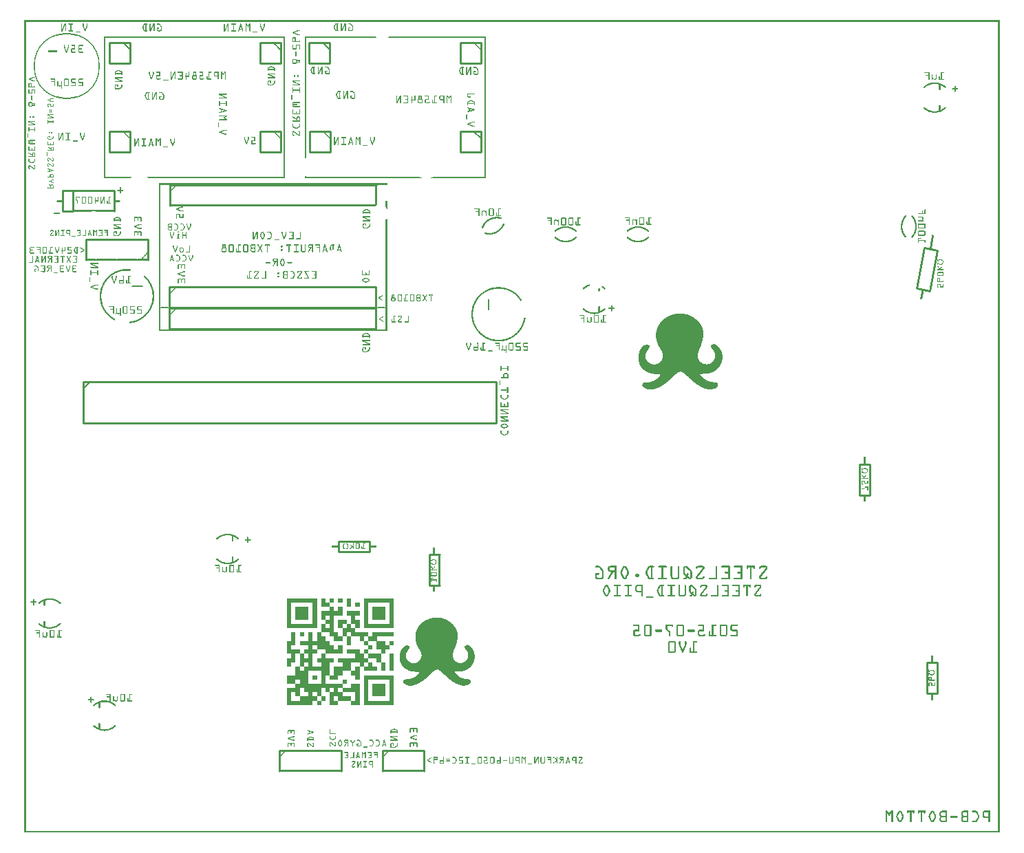
<source format=gbo>
G04 MADE WITH FRITZING*
G04 WWW.FRITZING.ORG*
G04 DOUBLE SIDED*
G04 HOLES PLATED*
G04 CONTOUR ON CENTER OF CONTOUR VECTOR*
%ASAXBY*%
%FSLAX23Y23*%
%MOIN*%
%OFA0B0*%
%SFA1.0B1.0*%
%ADD10C,0.320211X0.309713*%
%ADD11C,0.008000*%
%ADD12C,0.010000*%
%ADD13C,0.005000*%
%ADD14R,0.001000X0.001000*%
%LNSILK0*%
G90*
G70*
G54D10*
X204Y3714D03*
G54D11*
X2247Y2537D02*
X2247Y2587D01*
D02*
X522Y2650D02*
X572Y2650D01*
G54D12*
D02*
X284Y2187D02*
X2284Y2187D01*
D02*
X2284Y2187D02*
X2284Y1987D01*
D02*
X2284Y1987D02*
X284Y1987D01*
D02*
X284Y1987D02*
X284Y2187D01*
G54D13*
D02*
X319Y2187D02*
X284Y2152D01*
G54D12*
D02*
X184Y3112D02*
X234Y3112D01*
D02*
X234Y3112D02*
X434Y3112D01*
D02*
X434Y3112D02*
X434Y3062D01*
D02*
X434Y3062D02*
X434Y3012D01*
D02*
X234Y3012D02*
X184Y3012D01*
D02*
X184Y3012D02*
X184Y3062D01*
D02*
X184Y3062D02*
X184Y3112D01*
D02*
X234Y3112D02*
X234Y3012D01*
D02*
X434Y3062D02*
X459Y3062D01*
D02*
X184Y3062D02*
X159Y3062D01*
D02*
X704Y3140D02*
X1704Y3140D01*
D02*
X704Y3040D02*
X704Y3140D01*
D02*
X703Y2542D02*
X1703Y2542D01*
D02*
X1703Y2542D02*
X1703Y2442D01*
D02*
X1703Y2442D02*
X703Y2442D01*
D02*
X703Y2442D02*
X703Y2542D01*
D02*
X703Y2646D02*
X1703Y2646D01*
D02*
X1703Y2646D02*
X1703Y2546D01*
D02*
X1703Y2546D02*
X703Y2546D01*
D02*
X703Y2546D02*
X703Y2646D01*
D02*
X1481Y3399D02*
X1481Y3299D01*
D02*
X1481Y3299D02*
X1381Y3299D01*
D02*
X1381Y3299D02*
X1381Y3399D01*
D02*
X1381Y3399D02*
X1481Y3399D01*
D02*
X510Y3399D02*
X510Y3299D01*
D02*
X510Y3299D02*
X410Y3299D01*
D02*
X410Y3299D02*
X410Y3399D01*
D02*
X410Y3399D02*
X510Y3399D01*
D02*
X2211Y3399D02*
X2211Y3299D01*
D02*
X2211Y3299D02*
X2111Y3299D01*
D02*
X2111Y3299D02*
X2111Y3399D01*
D02*
X2111Y3399D02*
X2211Y3399D01*
G54D13*
D02*
X2211Y3364D02*
X2176Y3399D01*
G54D12*
D02*
X1240Y3399D02*
X1240Y3299D01*
D02*
X1240Y3299D02*
X1140Y3299D01*
D02*
X1140Y3299D02*
X1140Y3399D01*
D02*
X1140Y3399D02*
X1240Y3399D01*
D02*
X2211Y3829D02*
X2211Y3729D01*
D02*
X2211Y3729D02*
X2111Y3729D01*
D02*
X2111Y3729D02*
X2111Y3829D01*
D02*
X2111Y3829D02*
X2211Y3829D01*
D02*
X1240Y3829D02*
X1240Y3729D01*
D02*
X1240Y3729D02*
X1140Y3729D01*
D02*
X1140Y3729D02*
X1140Y3829D01*
D02*
X1140Y3829D02*
X1240Y3829D01*
D02*
X1479Y3829D02*
X1479Y3729D01*
D02*
X1479Y3729D02*
X1379Y3729D01*
D02*
X1379Y3729D02*
X1379Y3829D01*
D02*
X1379Y3829D02*
X1479Y3829D01*
G54D13*
D02*
X1479Y3794D02*
X1444Y3829D01*
G54D12*
D02*
X512Y3829D02*
X512Y3729D01*
D02*
X512Y3729D02*
X412Y3729D01*
D02*
X412Y3729D02*
X412Y3829D01*
D02*
X412Y3829D02*
X512Y3829D01*
G54D13*
D02*
X512Y3794D02*
X477Y3829D01*
G54D12*
D02*
X4096Y1637D02*
X4096Y1787D01*
D02*
X4096Y1787D02*
X4046Y1787D01*
D02*
X4046Y1787D02*
X4046Y1637D01*
D02*
X4046Y1637D02*
X4096Y1637D01*
D02*
X4357Y2835D02*
X4321Y2639D01*
D02*
X4321Y2639D02*
X4386Y2627D01*
D02*
X4386Y2627D02*
X4422Y2823D01*
D02*
X4422Y2823D02*
X4357Y2835D01*
D02*
X4421Y674D02*
X4421Y824D01*
D02*
X4421Y824D02*
X4371Y824D01*
D02*
X4371Y824D02*
X4371Y674D01*
D02*
X4371Y674D02*
X4421Y674D01*
D02*
X1521Y1363D02*
X1671Y1363D01*
D02*
X1671Y1363D02*
X1671Y1413D01*
D02*
X1671Y1413D02*
X1521Y1413D01*
D02*
X1521Y1413D02*
X1521Y1363D01*
D02*
X1960Y1350D02*
X1960Y1200D01*
D02*
X1960Y1200D02*
X2010Y1200D01*
D02*
X2010Y1350D02*
X1960Y1350D01*
D02*
X297Y2775D02*
X297Y2875D01*
D02*
X297Y2875D02*
X597Y2875D01*
D02*
X597Y2875D02*
X597Y2775D01*
D02*
X1734Y400D02*
X1934Y400D01*
D02*
X1934Y400D02*
X1934Y300D01*
D02*
X1734Y300D02*
X1734Y400D01*
D02*
X1234Y400D02*
X1534Y400D01*
D02*
X1534Y400D02*
X1534Y300D01*
D02*
X1234Y300D02*
X1234Y400D01*
G54D14*
X0Y3937D02*
X4723Y3937D01*
X0Y3936D02*
X4723Y3936D01*
X0Y3935D02*
X4723Y3935D01*
X0Y3934D02*
X4723Y3934D01*
X0Y3933D02*
X4723Y3933D01*
X0Y3932D02*
X4723Y3932D01*
X0Y3931D02*
X4723Y3931D01*
X0Y3930D02*
X4723Y3930D01*
X0Y3929D02*
X7Y3929D01*
X4716Y3929D02*
X4723Y3929D01*
X0Y3928D02*
X7Y3928D01*
X4716Y3928D02*
X4723Y3928D01*
X0Y3927D02*
X7Y3927D01*
X4716Y3927D02*
X4723Y3927D01*
X0Y3926D02*
X7Y3926D01*
X4716Y3926D02*
X4723Y3926D01*
X0Y3925D02*
X7Y3925D01*
X4716Y3925D02*
X4723Y3925D01*
X0Y3924D02*
X7Y3924D01*
X4716Y3924D02*
X4723Y3924D01*
X0Y3923D02*
X7Y3923D01*
X4716Y3923D02*
X4723Y3923D01*
X0Y3922D02*
X7Y3922D01*
X1508Y3922D02*
X1520Y3922D01*
X1534Y3922D02*
X1536Y3922D01*
X1551Y3922D02*
X1556Y3922D01*
X1569Y3922D02*
X1579Y3922D01*
X4716Y3922D02*
X4723Y3922D01*
X0Y3921D02*
X7Y3921D01*
X178Y3921D02*
X181Y3921D01*
X195Y3921D02*
X201Y3921D01*
X213Y3921D02*
X235Y3921D01*
X283Y3921D02*
X285Y3921D01*
X302Y3921D02*
X304Y3921D01*
X582Y3921D02*
X594Y3921D01*
X607Y3921D02*
X609Y3921D01*
X624Y3921D02*
X630Y3921D01*
X642Y3921D02*
X653Y3921D01*
X1507Y3921D02*
X1521Y3921D01*
X1533Y3921D02*
X1537Y3921D01*
X1550Y3921D02*
X1556Y3921D01*
X1568Y3921D02*
X1581Y3921D01*
X4716Y3921D02*
X4723Y3921D01*
X0Y3920D02*
X7Y3920D01*
X178Y3920D02*
X181Y3920D01*
X194Y3920D02*
X201Y3920D01*
X212Y3920D02*
X235Y3920D01*
X282Y3920D02*
X286Y3920D01*
X301Y3920D02*
X305Y3920D01*
X580Y3920D02*
X594Y3920D01*
X607Y3920D02*
X610Y3920D01*
X623Y3920D02*
X630Y3920D01*
X642Y3920D02*
X654Y3920D01*
X967Y3920D02*
X969Y3920D01*
X984Y3920D02*
X989Y3920D01*
X1002Y3920D02*
X1023Y3920D01*
X1046Y3920D02*
X1049Y3920D01*
X1071Y3920D02*
X1077Y3920D01*
X1088Y3920D02*
X1094Y3920D01*
X1142Y3920D02*
X1144Y3920D01*
X1161Y3920D02*
X1163Y3920D01*
X1505Y3920D02*
X1521Y3920D01*
X1533Y3920D02*
X1537Y3920D01*
X1550Y3920D02*
X1556Y3920D01*
X1568Y3920D02*
X1582Y3920D01*
X4716Y3920D02*
X4723Y3920D01*
X0Y3919D02*
X7Y3919D01*
X177Y3919D02*
X181Y3919D01*
X194Y3919D02*
X201Y3919D01*
X212Y3919D02*
X235Y3919D01*
X282Y3919D02*
X286Y3919D01*
X301Y3919D02*
X305Y3919D01*
X579Y3919D02*
X595Y3919D01*
X606Y3919D02*
X610Y3919D01*
X623Y3919D02*
X630Y3919D01*
X641Y3919D02*
X655Y3919D01*
X966Y3919D02*
X970Y3919D01*
X983Y3919D02*
X989Y3919D01*
X1001Y3919D02*
X1024Y3919D01*
X1046Y3919D02*
X1049Y3919D01*
X1071Y3919D02*
X1077Y3919D01*
X1088Y3919D02*
X1094Y3919D01*
X1141Y3919D02*
X1144Y3919D01*
X1160Y3919D02*
X1164Y3919D01*
X1505Y3919D02*
X1521Y3919D01*
X1533Y3919D02*
X1537Y3919D01*
X1549Y3919D02*
X1556Y3919D01*
X1568Y3919D02*
X1583Y3919D01*
X4716Y3919D02*
X4723Y3919D01*
X0Y3918D02*
X7Y3918D01*
X177Y3918D02*
X181Y3918D01*
X193Y3918D02*
X201Y3918D01*
X213Y3918D02*
X235Y3918D01*
X282Y3918D02*
X286Y3918D01*
X301Y3918D02*
X305Y3918D01*
X578Y3918D02*
X594Y3918D01*
X606Y3918D02*
X610Y3918D01*
X623Y3918D02*
X630Y3918D01*
X642Y3918D02*
X656Y3918D01*
X966Y3918D02*
X970Y3918D01*
X983Y3918D02*
X989Y3918D01*
X1001Y3918D02*
X1024Y3918D01*
X1046Y3918D02*
X1050Y3918D01*
X1071Y3918D02*
X1078Y3918D01*
X1087Y3918D02*
X1094Y3918D01*
X1141Y3918D02*
X1145Y3918D01*
X1160Y3918D02*
X1164Y3918D01*
X1504Y3918D02*
X1520Y3918D01*
X1533Y3918D02*
X1537Y3918D01*
X1549Y3918D02*
X1556Y3918D01*
X1569Y3918D02*
X1584Y3918D01*
X4716Y3918D02*
X4723Y3918D01*
X0Y3917D02*
X7Y3917D01*
X177Y3917D02*
X181Y3917D01*
X193Y3917D02*
X201Y3917D01*
X214Y3917D02*
X234Y3917D01*
X282Y3917D02*
X286Y3917D01*
X301Y3917D02*
X305Y3917D01*
X577Y3917D02*
X593Y3917D01*
X606Y3917D02*
X610Y3917D01*
X622Y3917D02*
X630Y3917D01*
X642Y3917D02*
X657Y3917D01*
X966Y3917D02*
X970Y3917D01*
X982Y3917D02*
X989Y3917D01*
X1002Y3917D02*
X1024Y3917D01*
X1045Y3917D02*
X1050Y3917D01*
X1071Y3917D02*
X1079Y3917D01*
X1086Y3917D02*
X1094Y3917D01*
X1141Y3917D02*
X1145Y3917D01*
X1160Y3917D02*
X1164Y3917D01*
X1504Y3917D02*
X1508Y3917D01*
X1513Y3917D02*
X1517Y3917D01*
X1533Y3917D02*
X1537Y3917D01*
X1548Y3917D02*
X1556Y3917D01*
X1579Y3917D02*
X1585Y3917D01*
X4716Y3917D02*
X4723Y3917D01*
X0Y3916D02*
X7Y3916D01*
X177Y3916D02*
X181Y3916D01*
X193Y3916D02*
X201Y3916D01*
X222Y3916D02*
X226Y3916D01*
X282Y3916D02*
X286Y3916D01*
X301Y3916D02*
X305Y3916D01*
X577Y3916D02*
X582Y3916D01*
X586Y3916D02*
X590Y3916D01*
X606Y3916D02*
X610Y3916D01*
X622Y3916D02*
X630Y3916D01*
X652Y3916D02*
X658Y3916D01*
X966Y3916D02*
X970Y3916D01*
X982Y3916D02*
X989Y3916D01*
X1003Y3916D02*
X1023Y3916D01*
X1045Y3916D02*
X1050Y3916D01*
X1071Y3916D02*
X1079Y3916D01*
X1086Y3916D02*
X1094Y3916D01*
X1141Y3916D02*
X1145Y3916D01*
X1160Y3916D02*
X1164Y3916D01*
X1503Y3916D02*
X1508Y3916D01*
X1513Y3916D02*
X1517Y3916D01*
X1533Y3916D02*
X1537Y3916D01*
X1548Y3916D02*
X1556Y3916D01*
X1580Y3916D02*
X1585Y3916D01*
X4716Y3916D02*
X4723Y3916D01*
X0Y3915D02*
X7Y3915D01*
X177Y3915D02*
X181Y3915D01*
X192Y3915D02*
X201Y3915D01*
X222Y3915D02*
X226Y3915D01*
X282Y3915D02*
X286Y3915D01*
X301Y3915D02*
X305Y3915D01*
X576Y3915D02*
X581Y3915D01*
X586Y3915D02*
X590Y3915D01*
X606Y3915D02*
X610Y3915D01*
X621Y3915D02*
X630Y3915D01*
X653Y3915D02*
X659Y3915D01*
X966Y3915D02*
X970Y3915D01*
X981Y3915D02*
X989Y3915D01*
X1011Y3915D02*
X1015Y3915D01*
X1045Y3915D02*
X1051Y3915D01*
X1071Y3915D02*
X1080Y3915D01*
X1085Y3915D02*
X1094Y3915D01*
X1141Y3915D02*
X1145Y3915D01*
X1160Y3915D02*
X1164Y3915D01*
X1503Y3915D02*
X1507Y3915D01*
X1513Y3915D02*
X1517Y3915D01*
X1533Y3915D02*
X1537Y3915D01*
X1547Y3915D02*
X1556Y3915D01*
X1581Y3915D02*
X1586Y3915D01*
X4716Y3915D02*
X4723Y3915D01*
X0Y3914D02*
X7Y3914D01*
X177Y3914D02*
X181Y3914D01*
X192Y3914D02*
X201Y3914D01*
X222Y3914D02*
X226Y3914D01*
X282Y3914D02*
X286Y3914D01*
X301Y3914D02*
X305Y3914D01*
X576Y3914D02*
X580Y3914D01*
X586Y3914D02*
X590Y3914D01*
X606Y3914D02*
X610Y3914D01*
X621Y3914D02*
X630Y3914D01*
X654Y3914D02*
X659Y3914D01*
X966Y3914D02*
X970Y3914D01*
X981Y3914D02*
X989Y3914D01*
X1011Y3914D02*
X1015Y3914D01*
X1044Y3914D02*
X1051Y3914D01*
X1071Y3914D02*
X1081Y3914D01*
X1084Y3914D02*
X1094Y3914D01*
X1141Y3914D02*
X1145Y3914D01*
X1160Y3914D02*
X1164Y3914D01*
X1502Y3914D02*
X1507Y3914D01*
X1513Y3914D02*
X1517Y3914D01*
X1533Y3914D02*
X1537Y3914D01*
X1547Y3914D02*
X1556Y3914D01*
X1582Y3914D02*
X1587Y3914D01*
X4716Y3914D02*
X4723Y3914D01*
X0Y3913D02*
X7Y3913D01*
X177Y3913D02*
X181Y3913D01*
X191Y3913D02*
X201Y3913D01*
X222Y3913D02*
X226Y3913D01*
X282Y3913D02*
X286Y3913D01*
X301Y3913D02*
X305Y3913D01*
X575Y3913D02*
X580Y3913D01*
X586Y3913D02*
X590Y3913D01*
X606Y3913D02*
X610Y3913D01*
X620Y3913D02*
X630Y3913D01*
X655Y3913D02*
X660Y3913D01*
X966Y3913D02*
X970Y3913D01*
X981Y3913D02*
X989Y3913D01*
X1011Y3913D02*
X1015Y3913D01*
X1044Y3913D02*
X1051Y3913D01*
X1071Y3913D02*
X1081Y3913D01*
X1084Y3913D02*
X1094Y3913D01*
X1141Y3913D02*
X1145Y3913D01*
X1160Y3913D02*
X1164Y3913D01*
X1502Y3913D02*
X1506Y3913D01*
X1513Y3913D02*
X1517Y3913D01*
X1533Y3913D02*
X1537Y3913D01*
X1547Y3913D02*
X1556Y3913D01*
X1582Y3913D02*
X1588Y3913D01*
X4716Y3913D02*
X4723Y3913D01*
X0Y3912D02*
X7Y3912D01*
X177Y3912D02*
X181Y3912D01*
X191Y3912D02*
X201Y3912D01*
X222Y3912D02*
X226Y3912D01*
X282Y3912D02*
X286Y3912D01*
X301Y3912D02*
X305Y3912D01*
X575Y3912D02*
X579Y3912D01*
X586Y3912D02*
X590Y3912D01*
X606Y3912D02*
X610Y3912D01*
X620Y3912D02*
X630Y3912D01*
X656Y3912D02*
X661Y3912D01*
X966Y3912D02*
X970Y3912D01*
X980Y3912D02*
X989Y3912D01*
X1011Y3912D02*
X1015Y3912D01*
X1044Y3912D02*
X1052Y3912D01*
X1071Y3912D02*
X1075Y3912D01*
X1077Y3912D02*
X1088Y3912D01*
X1090Y3912D02*
X1094Y3912D01*
X1141Y3912D02*
X1145Y3912D01*
X1160Y3912D02*
X1164Y3912D01*
X1501Y3912D02*
X1506Y3912D01*
X1513Y3912D02*
X1517Y3912D01*
X1533Y3912D02*
X1537Y3912D01*
X1546Y3912D02*
X1556Y3912D01*
X1583Y3912D02*
X1588Y3912D01*
X4716Y3912D02*
X4723Y3912D01*
X0Y3911D02*
X7Y3911D01*
X177Y3911D02*
X181Y3911D01*
X190Y3911D02*
X195Y3911D01*
X197Y3911D02*
X201Y3911D01*
X222Y3911D02*
X226Y3911D01*
X282Y3911D02*
X286Y3911D01*
X301Y3911D02*
X305Y3911D01*
X574Y3911D02*
X579Y3911D01*
X586Y3911D02*
X590Y3911D01*
X606Y3911D02*
X610Y3911D01*
X619Y3911D02*
X624Y3911D01*
X626Y3911D02*
X630Y3911D01*
X657Y3911D02*
X662Y3911D01*
X966Y3911D02*
X970Y3911D01*
X980Y3911D02*
X989Y3911D01*
X1011Y3911D02*
X1015Y3911D01*
X1043Y3911D02*
X1052Y3911D01*
X1071Y3911D02*
X1075Y3911D01*
X1078Y3911D02*
X1087Y3911D01*
X1090Y3911D02*
X1094Y3911D01*
X1141Y3911D02*
X1145Y3911D01*
X1160Y3911D02*
X1164Y3911D01*
X1501Y3911D02*
X1505Y3911D01*
X1513Y3911D02*
X1517Y3911D01*
X1533Y3911D02*
X1537Y3911D01*
X1546Y3911D02*
X1550Y3911D01*
X1552Y3911D02*
X1556Y3911D01*
X1584Y3911D02*
X1589Y3911D01*
X4716Y3911D02*
X4723Y3911D01*
X0Y3910D02*
X7Y3910D01*
X177Y3910D02*
X181Y3910D01*
X190Y3910D02*
X194Y3910D01*
X197Y3910D02*
X201Y3910D01*
X222Y3910D02*
X226Y3910D01*
X282Y3910D02*
X287Y3910D01*
X301Y3910D02*
X305Y3910D01*
X574Y3910D02*
X578Y3910D01*
X586Y3910D02*
X590Y3910D01*
X606Y3910D02*
X610Y3910D01*
X619Y3910D02*
X623Y3910D01*
X626Y3910D02*
X630Y3910D01*
X657Y3910D02*
X662Y3910D01*
X966Y3910D02*
X970Y3910D01*
X979Y3910D02*
X984Y3910D01*
X986Y3910D02*
X989Y3910D01*
X1011Y3910D02*
X1015Y3910D01*
X1043Y3910D02*
X1052Y3910D01*
X1071Y3910D02*
X1075Y3910D01*
X1079Y3910D02*
X1086Y3910D01*
X1090Y3910D02*
X1094Y3910D01*
X1141Y3910D02*
X1145Y3910D01*
X1160Y3910D02*
X1164Y3910D01*
X1500Y3910D02*
X1505Y3910D01*
X1513Y3910D02*
X1517Y3910D01*
X1533Y3910D02*
X1537Y3910D01*
X1545Y3910D02*
X1550Y3910D01*
X1552Y3910D02*
X1556Y3910D01*
X1585Y3910D02*
X1590Y3910D01*
X4716Y3910D02*
X4723Y3910D01*
X0Y3909D02*
X7Y3909D01*
X177Y3909D02*
X181Y3909D01*
X190Y3909D02*
X194Y3909D01*
X197Y3909D02*
X201Y3909D01*
X222Y3909D02*
X226Y3909D01*
X283Y3909D02*
X287Y3909D01*
X300Y3909D02*
X305Y3909D01*
X573Y3909D02*
X578Y3909D01*
X586Y3909D02*
X590Y3909D01*
X606Y3909D02*
X610Y3909D01*
X619Y3909D02*
X623Y3909D01*
X626Y3909D02*
X630Y3909D01*
X658Y3909D02*
X663Y3909D01*
X966Y3909D02*
X970Y3909D01*
X979Y3909D02*
X983Y3909D01*
X986Y3909D02*
X989Y3909D01*
X1011Y3909D02*
X1015Y3909D01*
X1043Y3909D02*
X1052Y3909D01*
X1071Y3909D02*
X1075Y3909D01*
X1079Y3909D02*
X1086Y3909D01*
X1090Y3909D02*
X1094Y3909D01*
X1141Y3909D02*
X1145Y3909D01*
X1159Y3909D02*
X1164Y3909D01*
X1500Y3909D02*
X1504Y3909D01*
X1513Y3909D02*
X1517Y3909D01*
X1533Y3909D02*
X1537Y3909D01*
X1545Y3909D02*
X1549Y3909D01*
X1552Y3909D02*
X1556Y3909D01*
X1586Y3909D02*
X1590Y3909D01*
X4716Y3909D02*
X4723Y3909D01*
X0Y3908D02*
X7Y3908D01*
X177Y3908D02*
X181Y3908D01*
X189Y3908D02*
X193Y3908D01*
X197Y3908D02*
X201Y3908D01*
X222Y3908D02*
X226Y3908D01*
X283Y3908D02*
X287Y3908D01*
X300Y3908D02*
X304Y3908D01*
X573Y3908D02*
X577Y3908D01*
X586Y3908D02*
X590Y3908D01*
X606Y3908D02*
X610Y3908D01*
X618Y3908D02*
X623Y3908D01*
X626Y3908D02*
X630Y3908D01*
X659Y3908D02*
X664Y3908D01*
X966Y3908D02*
X970Y3908D01*
X978Y3908D02*
X983Y3908D01*
X986Y3908D02*
X989Y3908D01*
X1011Y3908D02*
X1015Y3908D01*
X1043Y3908D02*
X1047Y3908D01*
X1049Y3908D02*
X1053Y3908D01*
X1071Y3908D02*
X1075Y3908D01*
X1080Y3908D02*
X1085Y3908D01*
X1090Y3908D02*
X1094Y3908D01*
X1141Y3908D02*
X1146Y3908D01*
X1159Y3908D02*
X1163Y3908D01*
X1499Y3908D02*
X1504Y3908D01*
X1513Y3908D02*
X1517Y3908D01*
X1533Y3908D02*
X1537Y3908D01*
X1544Y3908D02*
X1549Y3908D01*
X1552Y3908D02*
X1556Y3908D01*
X1586Y3908D02*
X1591Y3908D01*
X4716Y3908D02*
X4723Y3908D01*
X0Y3907D02*
X7Y3907D01*
X177Y3907D02*
X181Y3907D01*
X189Y3907D02*
X193Y3907D01*
X197Y3907D02*
X201Y3907D01*
X222Y3907D02*
X226Y3907D01*
X283Y3907D02*
X288Y3907D01*
X300Y3907D02*
X304Y3907D01*
X573Y3907D02*
X577Y3907D01*
X586Y3907D02*
X590Y3907D01*
X606Y3907D02*
X610Y3907D01*
X618Y3907D02*
X622Y3907D01*
X626Y3907D02*
X630Y3907D01*
X660Y3907D02*
X664Y3907D01*
X966Y3907D02*
X970Y3907D01*
X978Y3907D02*
X982Y3907D01*
X986Y3907D02*
X989Y3907D01*
X1011Y3907D02*
X1015Y3907D01*
X1042Y3907D02*
X1046Y3907D01*
X1049Y3907D02*
X1053Y3907D01*
X1071Y3907D02*
X1075Y3907D01*
X1081Y3907D02*
X1085Y3907D01*
X1090Y3907D02*
X1094Y3907D01*
X1142Y3907D02*
X1146Y3907D01*
X1159Y3907D02*
X1163Y3907D01*
X1499Y3907D02*
X1503Y3907D01*
X1513Y3907D02*
X1517Y3907D01*
X1533Y3907D02*
X1537Y3907D01*
X1544Y3907D02*
X1548Y3907D01*
X1552Y3907D02*
X1556Y3907D01*
X1587Y3907D02*
X1591Y3907D01*
X4716Y3907D02*
X4723Y3907D01*
X0Y3906D02*
X7Y3906D01*
X177Y3906D02*
X181Y3906D01*
X188Y3906D02*
X193Y3906D01*
X197Y3906D02*
X201Y3906D01*
X222Y3906D02*
X226Y3906D01*
X284Y3906D02*
X288Y3906D01*
X299Y3906D02*
X303Y3906D01*
X572Y3906D02*
X576Y3906D01*
X586Y3906D02*
X590Y3906D01*
X606Y3906D02*
X610Y3906D01*
X617Y3906D02*
X622Y3906D01*
X626Y3906D02*
X630Y3906D01*
X660Y3906D02*
X664Y3906D01*
X966Y3906D02*
X970Y3906D01*
X978Y3906D02*
X982Y3906D01*
X986Y3906D02*
X989Y3906D01*
X1011Y3906D02*
X1015Y3906D01*
X1042Y3906D02*
X1046Y3906D01*
X1049Y3906D02*
X1053Y3906D01*
X1071Y3906D02*
X1075Y3906D01*
X1081Y3906D02*
X1084Y3906D01*
X1090Y3906D02*
X1094Y3906D01*
X1142Y3906D02*
X1146Y3906D01*
X1158Y3906D02*
X1162Y3906D01*
X1498Y3906D02*
X1503Y3906D01*
X1513Y3906D02*
X1517Y3906D01*
X1533Y3906D02*
X1537Y3906D01*
X1544Y3906D02*
X1548Y3906D01*
X1552Y3906D02*
X1556Y3906D01*
X1587Y3906D02*
X1591Y3906D01*
X4716Y3906D02*
X4723Y3906D01*
X0Y3905D02*
X7Y3905D01*
X177Y3905D02*
X181Y3905D01*
X188Y3905D02*
X192Y3905D01*
X197Y3905D02*
X201Y3905D01*
X222Y3905D02*
X226Y3905D01*
X284Y3905D02*
X289Y3905D01*
X299Y3905D02*
X303Y3905D01*
X572Y3905D02*
X576Y3905D01*
X586Y3905D02*
X590Y3905D01*
X606Y3905D02*
X610Y3905D01*
X617Y3905D02*
X621Y3905D01*
X626Y3905D02*
X630Y3905D01*
X660Y3905D02*
X664Y3905D01*
X966Y3905D02*
X970Y3905D01*
X977Y3905D02*
X981Y3905D01*
X986Y3905D02*
X989Y3905D01*
X1011Y3905D02*
X1015Y3905D01*
X1042Y3905D02*
X1046Y3905D01*
X1049Y3905D02*
X1054Y3905D01*
X1071Y3905D02*
X1075Y3905D01*
X1081Y3905D02*
X1084Y3905D01*
X1090Y3905D02*
X1094Y3905D01*
X1142Y3905D02*
X1147Y3905D01*
X1158Y3905D02*
X1162Y3905D01*
X1498Y3905D02*
X1502Y3905D01*
X1513Y3905D02*
X1517Y3905D01*
X1533Y3905D02*
X1537Y3905D01*
X1543Y3905D02*
X1547Y3905D01*
X1552Y3905D02*
X1556Y3905D01*
X1587Y3905D02*
X1591Y3905D01*
X4716Y3905D02*
X4723Y3905D01*
X0Y3904D02*
X7Y3904D01*
X177Y3904D02*
X181Y3904D01*
X187Y3904D02*
X192Y3904D01*
X197Y3904D02*
X201Y3904D01*
X222Y3904D02*
X226Y3904D01*
X285Y3904D02*
X289Y3904D01*
X298Y3904D02*
X303Y3904D01*
X572Y3904D02*
X576Y3904D01*
X586Y3904D02*
X590Y3904D01*
X606Y3904D02*
X610Y3904D01*
X616Y3904D02*
X621Y3904D01*
X626Y3904D02*
X630Y3904D01*
X661Y3904D02*
X664Y3904D01*
X966Y3904D02*
X970Y3904D01*
X977Y3904D02*
X981Y3904D01*
X986Y3904D02*
X989Y3904D01*
X1011Y3904D02*
X1015Y3904D01*
X1041Y3904D02*
X1046Y3904D01*
X1050Y3904D02*
X1054Y3904D01*
X1071Y3904D02*
X1075Y3904D01*
X1082Y3904D02*
X1083Y3904D01*
X1090Y3904D02*
X1094Y3904D01*
X1143Y3904D02*
X1147Y3904D01*
X1157Y3904D02*
X1162Y3904D01*
X1498Y3904D02*
X1502Y3904D01*
X1513Y3904D02*
X1517Y3904D01*
X1533Y3904D02*
X1537Y3904D01*
X1543Y3904D02*
X1547Y3904D01*
X1552Y3904D02*
X1556Y3904D01*
X1587Y3904D02*
X1591Y3904D01*
X4716Y3904D02*
X4723Y3904D01*
X0Y3903D02*
X7Y3903D01*
X177Y3903D02*
X181Y3903D01*
X187Y3903D02*
X191Y3903D01*
X197Y3903D02*
X201Y3903D01*
X222Y3903D02*
X226Y3903D01*
X285Y3903D02*
X289Y3903D01*
X298Y3903D02*
X302Y3903D01*
X572Y3903D02*
X575Y3903D01*
X586Y3903D02*
X590Y3903D01*
X606Y3903D02*
X610Y3903D01*
X616Y3903D02*
X620Y3903D01*
X626Y3903D02*
X630Y3903D01*
X661Y3903D02*
X664Y3903D01*
X966Y3903D02*
X970Y3903D01*
X976Y3903D02*
X981Y3903D01*
X986Y3903D02*
X989Y3903D01*
X1011Y3903D02*
X1015Y3903D01*
X1041Y3903D02*
X1045Y3903D01*
X1050Y3903D02*
X1054Y3903D01*
X1071Y3903D02*
X1075Y3903D01*
X1090Y3903D02*
X1094Y3903D01*
X1143Y3903D02*
X1148Y3903D01*
X1157Y3903D02*
X1161Y3903D01*
X1498Y3903D02*
X1502Y3903D01*
X1513Y3903D02*
X1517Y3903D01*
X1533Y3903D02*
X1537Y3903D01*
X1542Y3903D02*
X1547Y3903D01*
X1552Y3903D02*
X1556Y3903D01*
X1587Y3903D02*
X1591Y3903D01*
X4716Y3903D02*
X4723Y3903D01*
X0Y3902D02*
X7Y3902D01*
X177Y3902D02*
X181Y3902D01*
X186Y3902D02*
X191Y3902D01*
X197Y3902D02*
X201Y3902D01*
X222Y3902D02*
X226Y3902D01*
X285Y3902D02*
X290Y3902D01*
X298Y3902D02*
X302Y3902D01*
X572Y3902D02*
X575Y3902D01*
X586Y3902D02*
X590Y3902D01*
X606Y3902D02*
X610Y3902D01*
X616Y3902D02*
X620Y3902D01*
X626Y3902D02*
X630Y3902D01*
X661Y3902D02*
X664Y3902D01*
X966Y3902D02*
X970Y3902D01*
X976Y3902D02*
X980Y3902D01*
X986Y3902D02*
X989Y3902D01*
X1011Y3902D02*
X1015Y3902D01*
X1041Y3902D02*
X1045Y3902D01*
X1050Y3902D02*
X1054Y3902D01*
X1071Y3902D02*
X1075Y3902D01*
X1090Y3902D02*
X1094Y3902D01*
X1144Y3902D02*
X1148Y3902D01*
X1157Y3902D02*
X1161Y3902D01*
X1498Y3902D02*
X1502Y3902D01*
X1513Y3902D02*
X1517Y3902D01*
X1533Y3902D02*
X1537Y3902D01*
X1542Y3902D02*
X1546Y3902D01*
X1552Y3902D02*
X1556Y3902D01*
X1568Y3902D02*
X1577Y3902D01*
X1587Y3902D02*
X1591Y3902D01*
X4716Y3902D02*
X4723Y3902D01*
X0Y3901D02*
X7Y3901D01*
X177Y3901D02*
X181Y3901D01*
X186Y3901D02*
X190Y3901D01*
X197Y3901D02*
X201Y3901D01*
X222Y3901D02*
X226Y3901D01*
X286Y3901D02*
X290Y3901D01*
X297Y3901D02*
X301Y3901D01*
X572Y3901D02*
X576Y3901D01*
X586Y3901D02*
X590Y3901D01*
X606Y3901D02*
X610Y3901D01*
X615Y3901D02*
X619Y3901D01*
X626Y3901D02*
X630Y3901D01*
X661Y3901D02*
X664Y3901D01*
X966Y3901D02*
X970Y3901D01*
X975Y3901D02*
X980Y3901D01*
X986Y3901D02*
X989Y3901D01*
X1011Y3901D02*
X1015Y3901D01*
X1041Y3901D02*
X1045Y3901D01*
X1051Y3901D02*
X1055Y3901D01*
X1071Y3901D02*
X1075Y3901D01*
X1090Y3901D02*
X1094Y3901D01*
X1144Y3901D02*
X1148Y3901D01*
X1156Y3901D02*
X1161Y3901D01*
X1499Y3901D02*
X1503Y3901D01*
X1513Y3901D02*
X1517Y3901D01*
X1533Y3901D02*
X1537Y3901D01*
X1541Y3901D02*
X1546Y3901D01*
X1552Y3901D02*
X1556Y3901D01*
X1568Y3901D02*
X1579Y3901D01*
X1587Y3901D02*
X1591Y3901D01*
X4716Y3901D02*
X4723Y3901D01*
X0Y3900D02*
X7Y3900D01*
X177Y3900D02*
X181Y3900D01*
X186Y3900D02*
X190Y3900D01*
X197Y3900D02*
X201Y3900D01*
X222Y3900D02*
X226Y3900D01*
X286Y3900D02*
X290Y3900D01*
X297Y3900D02*
X301Y3900D01*
X572Y3900D02*
X576Y3900D01*
X586Y3900D02*
X590Y3900D01*
X606Y3900D02*
X610Y3900D01*
X615Y3900D02*
X619Y3900D01*
X626Y3900D02*
X630Y3900D01*
X641Y3900D02*
X652Y3900D01*
X661Y3900D02*
X664Y3900D01*
X966Y3900D02*
X970Y3900D01*
X975Y3900D02*
X979Y3900D01*
X986Y3900D02*
X989Y3900D01*
X1011Y3900D02*
X1015Y3900D01*
X1040Y3900D02*
X1044Y3900D01*
X1051Y3900D02*
X1055Y3900D01*
X1071Y3900D02*
X1075Y3900D01*
X1090Y3900D02*
X1094Y3900D01*
X1144Y3900D02*
X1149Y3900D01*
X1156Y3900D02*
X1160Y3900D01*
X1499Y3900D02*
X1503Y3900D01*
X1513Y3900D02*
X1517Y3900D01*
X1533Y3900D02*
X1537Y3900D01*
X1541Y3900D02*
X1545Y3900D01*
X1552Y3900D02*
X1556Y3900D01*
X1568Y3900D02*
X1579Y3900D01*
X1587Y3900D02*
X1591Y3900D01*
X4716Y3900D02*
X4723Y3900D01*
X0Y3899D02*
X7Y3899D01*
X177Y3899D02*
X181Y3899D01*
X185Y3899D02*
X189Y3899D01*
X197Y3899D02*
X201Y3899D01*
X222Y3899D02*
X226Y3899D01*
X287Y3899D02*
X291Y3899D01*
X296Y3899D02*
X301Y3899D01*
X572Y3899D02*
X576Y3899D01*
X586Y3899D02*
X590Y3899D01*
X606Y3899D02*
X610Y3899D01*
X614Y3899D02*
X619Y3899D01*
X626Y3899D02*
X630Y3899D01*
X641Y3899D02*
X652Y3899D01*
X661Y3899D02*
X664Y3899D01*
X966Y3899D02*
X970Y3899D01*
X974Y3899D02*
X979Y3899D01*
X986Y3899D02*
X989Y3899D01*
X1011Y3899D02*
X1015Y3899D01*
X1040Y3899D02*
X1044Y3899D01*
X1051Y3899D02*
X1055Y3899D01*
X1071Y3899D02*
X1075Y3899D01*
X1090Y3899D02*
X1094Y3899D01*
X1145Y3899D02*
X1149Y3899D01*
X1155Y3899D02*
X1160Y3899D01*
X1499Y3899D02*
X1504Y3899D01*
X1513Y3899D02*
X1517Y3899D01*
X1533Y3899D02*
X1537Y3899D01*
X1540Y3899D02*
X1545Y3899D01*
X1552Y3899D02*
X1556Y3899D01*
X1568Y3899D02*
X1579Y3899D01*
X1587Y3899D02*
X1591Y3899D01*
X4716Y3899D02*
X4723Y3899D01*
X0Y3898D02*
X7Y3898D01*
X177Y3898D02*
X181Y3898D01*
X185Y3898D02*
X189Y3898D01*
X197Y3898D02*
X201Y3898D01*
X222Y3898D02*
X226Y3898D01*
X287Y3898D02*
X291Y3898D01*
X296Y3898D02*
X300Y3898D01*
X573Y3898D02*
X577Y3898D01*
X586Y3898D02*
X590Y3898D01*
X606Y3898D02*
X610Y3898D01*
X614Y3898D02*
X618Y3898D01*
X626Y3898D02*
X630Y3898D01*
X641Y3898D02*
X652Y3898D01*
X661Y3898D02*
X664Y3898D01*
X966Y3898D02*
X970Y3898D01*
X974Y3898D02*
X978Y3898D01*
X986Y3898D02*
X989Y3898D01*
X1011Y3898D02*
X1015Y3898D01*
X1040Y3898D02*
X1044Y3898D01*
X1052Y3898D02*
X1056Y3898D01*
X1071Y3898D02*
X1075Y3898D01*
X1090Y3898D02*
X1094Y3898D01*
X1145Y3898D02*
X1149Y3898D01*
X1155Y3898D02*
X1159Y3898D01*
X1500Y3898D02*
X1504Y3898D01*
X1513Y3898D02*
X1517Y3898D01*
X1533Y3898D02*
X1537Y3898D01*
X1540Y3898D02*
X1544Y3898D01*
X1552Y3898D02*
X1556Y3898D01*
X1568Y3898D02*
X1578Y3898D01*
X1587Y3898D02*
X1591Y3898D01*
X4716Y3898D02*
X4723Y3898D01*
X0Y3897D02*
X7Y3897D01*
X177Y3897D02*
X181Y3897D01*
X184Y3897D02*
X189Y3897D01*
X197Y3897D02*
X201Y3897D01*
X222Y3897D02*
X226Y3897D01*
X287Y3897D02*
X292Y3897D01*
X296Y3897D02*
X300Y3897D01*
X573Y3897D02*
X577Y3897D01*
X586Y3897D02*
X590Y3897D01*
X606Y3897D02*
X610Y3897D01*
X613Y3897D02*
X618Y3897D01*
X626Y3897D02*
X630Y3897D01*
X641Y3897D02*
X652Y3897D01*
X661Y3897D02*
X664Y3897D01*
X966Y3897D02*
X970Y3897D01*
X974Y3897D02*
X978Y3897D01*
X986Y3897D02*
X989Y3897D01*
X1011Y3897D02*
X1015Y3897D01*
X1039Y3897D02*
X1043Y3897D01*
X1052Y3897D02*
X1056Y3897D01*
X1071Y3897D02*
X1075Y3897D01*
X1090Y3897D02*
X1094Y3897D01*
X1146Y3897D02*
X1150Y3897D01*
X1155Y3897D02*
X1159Y3897D01*
X1500Y3897D02*
X1505Y3897D01*
X1513Y3897D02*
X1517Y3897D01*
X1533Y3897D02*
X1537Y3897D01*
X1540Y3897D02*
X1544Y3897D01*
X1552Y3897D02*
X1556Y3897D01*
X1568Y3897D02*
X1572Y3897D01*
X1587Y3897D02*
X1591Y3897D01*
X4716Y3897D02*
X4723Y3897D01*
X0Y3896D02*
X7Y3896D01*
X177Y3896D02*
X181Y3896D01*
X184Y3896D02*
X188Y3896D01*
X197Y3896D02*
X201Y3896D01*
X222Y3896D02*
X226Y3896D01*
X288Y3896D02*
X292Y3896D01*
X295Y3896D02*
X300Y3896D01*
X574Y3896D02*
X578Y3896D01*
X586Y3896D02*
X590Y3896D01*
X606Y3896D02*
X610Y3896D01*
X613Y3896D02*
X617Y3896D01*
X626Y3896D02*
X630Y3896D01*
X641Y3896D02*
X646Y3896D01*
X661Y3896D02*
X664Y3896D01*
X966Y3896D02*
X970Y3896D01*
X973Y3896D02*
X978Y3896D01*
X986Y3896D02*
X989Y3896D01*
X1011Y3896D02*
X1015Y3896D01*
X1039Y3896D02*
X1056Y3896D01*
X1071Y3896D02*
X1075Y3896D01*
X1090Y3896D02*
X1094Y3896D01*
X1146Y3896D02*
X1150Y3896D01*
X1154Y3896D02*
X1159Y3896D01*
X1501Y3896D02*
X1505Y3896D01*
X1513Y3896D02*
X1517Y3896D01*
X1533Y3896D02*
X1537Y3896D01*
X1539Y3896D02*
X1544Y3896D01*
X1552Y3896D02*
X1556Y3896D01*
X1568Y3896D02*
X1572Y3896D01*
X1587Y3896D02*
X1591Y3896D01*
X4716Y3896D02*
X4723Y3896D01*
X0Y3895D02*
X7Y3895D01*
X177Y3895D02*
X181Y3895D01*
X183Y3895D02*
X188Y3895D01*
X197Y3895D02*
X201Y3895D01*
X222Y3895D02*
X226Y3895D01*
X288Y3895D02*
X292Y3895D01*
X295Y3895D02*
X299Y3895D01*
X574Y3895D02*
X579Y3895D01*
X586Y3895D02*
X590Y3895D01*
X606Y3895D02*
X610Y3895D01*
X612Y3895D02*
X617Y3895D01*
X626Y3895D02*
X630Y3895D01*
X641Y3895D02*
X645Y3895D01*
X661Y3895D02*
X664Y3895D01*
X966Y3895D02*
X970Y3895D01*
X973Y3895D02*
X977Y3895D01*
X986Y3895D02*
X989Y3895D01*
X1011Y3895D02*
X1015Y3895D01*
X1039Y3895D02*
X1057Y3895D01*
X1071Y3895D02*
X1075Y3895D01*
X1090Y3895D02*
X1094Y3895D01*
X1146Y3895D02*
X1151Y3895D01*
X1154Y3895D02*
X1158Y3895D01*
X1501Y3895D02*
X1506Y3895D01*
X1513Y3895D02*
X1517Y3895D01*
X1533Y3895D02*
X1537Y3895D01*
X1539Y3895D02*
X1543Y3895D01*
X1552Y3895D02*
X1556Y3895D01*
X1568Y3895D02*
X1572Y3895D01*
X1587Y3895D02*
X1591Y3895D01*
X4716Y3895D02*
X4723Y3895D01*
X0Y3894D02*
X7Y3894D01*
X177Y3894D02*
X181Y3894D01*
X183Y3894D02*
X187Y3894D01*
X197Y3894D02*
X201Y3894D01*
X222Y3894D02*
X226Y3894D01*
X289Y3894D02*
X299Y3894D01*
X574Y3894D02*
X579Y3894D01*
X586Y3894D02*
X590Y3894D01*
X606Y3894D02*
X610Y3894D01*
X612Y3894D02*
X616Y3894D01*
X626Y3894D02*
X630Y3894D01*
X641Y3894D02*
X645Y3894D01*
X661Y3894D02*
X664Y3894D01*
X966Y3894D02*
X970Y3894D01*
X972Y3894D02*
X977Y3894D01*
X986Y3894D02*
X989Y3894D01*
X1011Y3894D02*
X1015Y3894D01*
X1039Y3894D02*
X1057Y3894D01*
X1071Y3894D02*
X1075Y3894D01*
X1090Y3894D02*
X1094Y3894D01*
X1147Y3894D02*
X1151Y3894D01*
X1153Y3894D02*
X1158Y3894D01*
X1502Y3894D02*
X1506Y3894D01*
X1513Y3894D02*
X1517Y3894D01*
X1533Y3894D02*
X1543Y3894D01*
X1552Y3894D02*
X1556Y3894D01*
X1568Y3894D02*
X1572Y3894D01*
X1587Y3894D02*
X1591Y3894D01*
X4716Y3894D02*
X4723Y3894D01*
X0Y3893D02*
X7Y3893D01*
X177Y3893D02*
X187Y3893D01*
X197Y3893D02*
X201Y3893D01*
X222Y3893D02*
X226Y3893D01*
X289Y3893D02*
X298Y3893D01*
X575Y3893D02*
X580Y3893D01*
X586Y3893D02*
X590Y3893D01*
X606Y3893D02*
X616Y3893D01*
X626Y3893D02*
X630Y3893D01*
X641Y3893D02*
X645Y3893D01*
X661Y3893D02*
X664Y3893D01*
X966Y3893D02*
X970Y3893D01*
X972Y3893D02*
X976Y3893D01*
X986Y3893D02*
X989Y3893D01*
X1011Y3893D02*
X1015Y3893D01*
X1038Y3893D02*
X1057Y3893D01*
X1071Y3893D02*
X1075Y3893D01*
X1090Y3893D02*
X1094Y3893D01*
X1147Y3893D02*
X1151Y3893D01*
X1153Y3893D02*
X1157Y3893D01*
X1502Y3893D02*
X1507Y3893D01*
X1513Y3893D02*
X1517Y3893D01*
X1533Y3893D02*
X1542Y3893D01*
X1552Y3893D02*
X1556Y3893D01*
X1568Y3893D02*
X1572Y3893D01*
X1587Y3893D02*
X1591Y3893D01*
X4716Y3893D02*
X4723Y3893D01*
X0Y3892D02*
X7Y3892D01*
X177Y3892D02*
X186Y3892D01*
X197Y3892D02*
X201Y3892D01*
X222Y3892D02*
X226Y3892D01*
X289Y3892D02*
X298Y3892D01*
X575Y3892D02*
X580Y3892D01*
X586Y3892D02*
X590Y3892D01*
X606Y3892D02*
X616Y3892D01*
X626Y3892D02*
X630Y3892D01*
X641Y3892D02*
X645Y3892D01*
X661Y3892D02*
X664Y3892D01*
X966Y3892D02*
X976Y3892D01*
X986Y3892D02*
X989Y3892D01*
X1011Y3892D02*
X1015Y3892D01*
X1038Y3892D02*
X1057Y3892D01*
X1071Y3892D02*
X1075Y3892D01*
X1090Y3892D02*
X1094Y3892D01*
X1148Y3892D02*
X1157Y3892D01*
X1503Y3892D02*
X1507Y3892D01*
X1513Y3892D02*
X1517Y3892D01*
X1533Y3892D02*
X1542Y3892D01*
X1552Y3892D02*
X1556Y3892D01*
X1568Y3892D02*
X1572Y3892D01*
X1587Y3892D02*
X1591Y3892D01*
X4716Y3892D02*
X4723Y3892D01*
X0Y3891D02*
X7Y3891D01*
X177Y3891D02*
X186Y3891D01*
X197Y3891D02*
X201Y3891D01*
X222Y3891D02*
X226Y3891D01*
X290Y3891D02*
X298Y3891D01*
X576Y3891D02*
X581Y3891D01*
X586Y3891D02*
X590Y3891D01*
X606Y3891D02*
X615Y3891D01*
X626Y3891D02*
X630Y3891D01*
X641Y3891D02*
X645Y3891D01*
X660Y3891D02*
X664Y3891D01*
X966Y3891D02*
X975Y3891D01*
X986Y3891D02*
X989Y3891D01*
X1011Y3891D02*
X1015Y3891D01*
X1038Y3891D02*
X1042Y3891D01*
X1053Y3891D02*
X1058Y3891D01*
X1071Y3891D02*
X1075Y3891D01*
X1090Y3891D02*
X1094Y3891D01*
X1148Y3891D02*
X1157Y3891D01*
X1503Y3891D02*
X1508Y3891D01*
X1513Y3891D02*
X1517Y3891D01*
X1533Y3891D02*
X1541Y3891D01*
X1552Y3891D02*
X1556Y3891D01*
X1568Y3891D02*
X1572Y3891D01*
X1587Y3891D02*
X1591Y3891D01*
X4716Y3891D02*
X4723Y3891D01*
X0Y3890D02*
X7Y3890D01*
X177Y3890D02*
X186Y3890D01*
X197Y3890D02*
X201Y3890D01*
X222Y3890D02*
X226Y3890D01*
X290Y3890D02*
X297Y3890D01*
X576Y3890D02*
X581Y3890D01*
X586Y3890D02*
X590Y3890D01*
X606Y3890D02*
X615Y3890D01*
X626Y3890D02*
X630Y3890D01*
X641Y3890D02*
X645Y3890D01*
X660Y3890D02*
X664Y3890D01*
X966Y3890D02*
X975Y3890D01*
X986Y3890D02*
X989Y3890D01*
X1011Y3890D02*
X1015Y3890D01*
X1037Y3890D02*
X1041Y3890D01*
X1054Y3890D02*
X1058Y3890D01*
X1071Y3890D02*
X1075Y3890D01*
X1090Y3890D02*
X1094Y3890D01*
X1148Y3890D02*
X1156Y3890D01*
X1504Y3890D02*
X1509Y3890D01*
X1513Y3890D02*
X1517Y3890D01*
X1533Y3890D02*
X1541Y3890D01*
X1552Y3890D02*
X1556Y3890D01*
X1568Y3890D02*
X1573Y3890D01*
X1586Y3890D02*
X1591Y3890D01*
X4716Y3890D02*
X4723Y3890D01*
X0Y3889D02*
X7Y3889D01*
X177Y3889D02*
X185Y3889D01*
X197Y3889D02*
X201Y3889D01*
X222Y3889D02*
X226Y3889D01*
X290Y3889D02*
X297Y3889D01*
X577Y3889D02*
X582Y3889D01*
X586Y3889D02*
X590Y3889D01*
X606Y3889D02*
X614Y3889D01*
X626Y3889D02*
X630Y3889D01*
X642Y3889D02*
X646Y3889D01*
X659Y3889D02*
X664Y3889D01*
X966Y3889D02*
X974Y3889D01*
X986Y3889D02*
X989Y3889D01*
X1011Y3889D02*
X1015Y3889D01*
X1037Y3889D02*
X1041Y3889D01*
X1054Y3889D02*
X1058Y3889D01*
X1071Y3889D02*
X1075Y3889D01*
X1090Y3889D02*
X1094Y3889D01*
X1149Y3889D02*
X1156Y3889D01*
X1324Y3889D02*
X1333Y3889D01*
X1504Y3889D02*
X1520Y3889D01*
X1533Y3889D02*
X1540Y3889D01*
X1552Y3889D02*
X1556Y3889D01*
X1569Y3889D02*
X1590Y3889D01*
X4716Y3889D02*
X4723Y3889D01*
X0Y3888D02*
X7Y3888D01*
X177Y3888D02*
X185Y3888D01*
X197Y3888D02*
X201Y3888D01*
X213Y3888D02*
X235Y3888D01*
X291Y3888D02*
X296Y3888D01*
X577Y3888D02*
X594Y3888D01*
X606Y3888D02*
X614Y3888D01*
X626Y3888D02*
X630Y3888D01*
X642Y3888D02*
X664Y3888D01*
X966Y3888D02*
X974Y3888D01*
X986Y3888D02*
X989Y3888D01*
X1011Y3888D02*
X1015Y3888D01*
X1037Y3888D02*
X1041Y3888D01*
X1054Y3888D02*
X1059Y3888D01*
X1071Y3888D02*
X1075Y3888D01*
X1090Y3888D02*
X1094Y3888D01*
X1149Y3888D02*
X1155Y3888D01*
X1321Y3888D02*
X1334Y3888D01*
X1505Y3888D02*
X1521Y3888D01*
X1533Y3888D02*
X1540Y3888D01*
X1552Y3888D02*
X1556Y3888D01*
X1569Y3888D02*
X1590Y3888D01*
X4716Y3888D02*
X4723Y3888D01*
X0Y3887D02*
X7Y3887D01*
X177Y3887D02*
X184Y3887D01*
X197Y3887D02*
X201Y3887D01*
X212Y3887D02*
X235Y3887D01*
X291Y3887D02*
X296Y3887D01*
X578Y3887D02*
X594Y3887D01*
X606Y3887D02*
X613Y3887D01*
X626Y3887D02*
X630Y3887D01*
X643Y3887D02*
X663Y3887D01*
X966Y3887D02*
X974Y3887D01*
X986Y3887D02*
X989Y3887D01*
X1002Y3887D02*
X1024Y3887D01*
X1036Y3887D02*
X1041Y3887D01*
X1055Y3887D02*
X1059Y3887D01*
X1071Y3887D02*
X1075Y3887D01*
X1090Y3887D02*
X1094Y3887D01*
X1149Y3887D02*
X1155Y3887D01*
X1319Y3887D02*
X1335Y3887D01*
X1506Y3887D02*
X1521Y3887D01*
X1533Y3887D02*
X1540Y3887D01*
X1552Y3887D02*
X1556Y3887D01*
X1570Y3887D02*
X1589Y3887D01*
X4716Y3887D02*
X4723Y3887D01*
X0Y3886D02*
X7Y3886D01*
X177Y3886D02*
X184Y3886D01*
X197Y3886D02*
X200Y3886D01*
X212Y3886D02*
X235Y3886D01*
X292Y3886D02*
X296Y3886D01*
X579Y3886D02*
X595Y3886D01*
X606Y3886D02*
X613Y3886D01*
X626Y3886D02*
X629Y3886D01*
X643Y3886D02*
X662Y3886D01*
X966Y3886D02*
X973Y3886D01*
X986Y3886D02*
X989Y3886D01*
X1001Y3886D02*
X1024Y3886D01*
X1036Y3886D02*
X1040Y3886D01*
X1055Y3886D02*
X1059Y3886D01*
X1071Y3886D02*
X1075Y3886D01*
X1090Y3886D02*
X1094Y3886D01*
X1150Y3886D02*
X1155Y3886D01*
X1316Y3886D02*
X1335Y3886D01*
X1507Y3886D02*
X1521Y3886D01*
X1533Y3886D02*
X1539Y3886D01*
X1553Y3886D02*
X1556Y3886D01*
X1571Y3886D02*
X1588Y3886D01*
X4716Y3886D02*
X4723Y3886D01*
X0Y3885D02*
X7Y3885D01*
X177Y3885D02*
X183Y3885D01*
X197Y3885D02*
X200Y3885D01*
X213Y3885D02*
X235Y3885D01*
X292Y3885D02*
X295Y3885D01*
X580Y3885D02*
X594Y3885D01*
X606Y3885D02*
X612Y3885D01*
X626Y3885D02*
X629Y3885D01*
X645Y3885D02*
X661Y3885D01*
X966Y3885D02*
X973Y3885D01*
X986Y3885D02*
X989Y3885D01*
X1001Y3885D02*
X1024Y3885D01*
X1036Y3885D02*
X1040Y3885D01*
X1055Y3885D02*
X1059Y3885D01*
X1071Y3885D02*
X1075Y3885D01*
X1090Y3885D02*
X1094Y3885D01*
X1150Y3885D02*
X1154Y3885D01*
X1314Y3885D02*
X1334Y3885D01*
X1509Y3885D02*
X1520Y3885D01*
X1533Y3885D02*
X1539Y3885D01*
X1554Y3885D02*
X1555Y3885D01*
X1574Y3885D02*
X1586Y3885D01*
X4716Y3885D02*
X4723Y3885D01*
X0Y3884D02*
X7Y3884D01*
X178Y3884D02*
X183Y3884D01*
X215Y3884D02*
X233Y3884D01*
X582Y3884D02*
X593Y3884D01*
X607Y3884D02*
X612Y3884D01*
X627Y3884D02*
X628Y3884D01*
X647Y3884D02*
X659Y3884D01*
X966Y3884D02*
X972Y3884D01*
X986Y3884D02*
X989Y3884D01*
X1002Y3884D02*
X1024Y3884D01*
X1036Y3884D02*
X1039Y3884D01*
X1056Y3884D02*
X1059Y3884D01*
X1071Y3884D02*
X1074Y3884D01*
X1091Y3884D02*
X1094Y3884D01*
X1151Y3884D02*
X1154Y3884D01*
X1311Y3884D02*
X1324Y3884D01*
X4716Y3884D02*
X4723Y3884D01*
X0Y3883D02*
X7Y3883D01*
X248Y3883D02*
X270Y3883D01*
X967Y3883D02*
X972Y3883D01*
X987Y3883D02*
X988Y3883D01*
X1003Y3883D02*
X1022Y3883D01*
X1038Y3883D02*
X1038Y3883D01*
X1057Y3883D02*
X1057Y3883D01*
X1073Y3883D02*
X1073Y3883D01*
X1092Y3883D02*
X1092Y3883D01*
X1152Y3883D02*
X1152Y3883D01*
X1309Y3883D02*
X1321Y3883D01*
X4716Y3883D02*
X4723Y3883D01*
X0Y3882D02*
X7Y3882D01*
X247Y3882D02*
X270Y3882D01*
X1106Y3882D02*
X1128Y3882D01*
X1306Y3882D02*
X1319Y3882D01*
X4716Y3882D02*
X4723Y3882D01*
X0Y3881D02*
X7Y3881D01*
X247Y3881D02*
X270Y3881D01*
X1106Y3881D02*
X1129Y3881D01*
X1304Y3881D02*
X1316Y3881D01*
X4716Y3881D02*
X4723Y3881D01*
X0Y3880D02*
X7Y3880D01*
X248Y3880D02*
X270Y3880D01*
X1106Y3880D02*
X1129Y3880D01*
X1301Y3880D02*
X1313Y3880D01*
X4716Y3880D02*
X4723Y3880D01*
X0Y3879D02*
X7Y3879D01*
X1106Y3879D02*
X1128Y3879D01*
X1299Y3879D02*
X1311Y3879D01*
X4716Y3879D02*
X4723Y3879D01*
X0Y3878D02*
X7Y3878D01*
X1109Y3878D02*
X1126Y3878D01*
X1298Y3878D02*
X1308Y3878D01*
X4716Y3878D02*
X4723Y3878D01*
X0Y3877D02*
X7Y3877D01*
X1298Y3877D02*
X1307Y3877D01*
X4716Y3877D02*
X4723Y3877D01*
X0Y3876D02*
X7Y3876D01*
X1298Y3876D02*
X1309Y3876D01*
X4716Y3876D02*
X4723Y3876D01*
X0Y3875D02*
X7Y3875D01*
X1299Y3875D02*
X1312Y3875D01*
X4716Y3875D02*
X4723Y3875D01*
X0Y3874D02*
X7Y3874D01*
X1301Y3874D02*
X1314Y3874D01*
X4716Y3874D02*
X4723Y3874D01*
X0Y3873D02*
X7Y3873D01*
X1304Y3873D02*
X1317Y3873D01*
X4716Y3873D02*
X4723Y3873D01*
X0Y3872D02*
X7Y3872D01*
X1307Y3872D02*
X1319Y3872D01*
X4716Y3872D02*
X4723Y3872D01*
X0Y3871D02*
X7Y3871D01*
X1309Y3871D02*
X1322Y3871D01*
X4716Y3871D02*
X4723Y3871D01*
X0Y3870D02*
X7Y3870D01*
X1312Y3870D02*
X1324Y3870D01*
X4716Y3870D02*
X4723Y3870D01*
X0Y3869D02*
X7Y3869D01*
X1314Y3869D02*
X1334Y3869D01*
X4716Y3869D02*
X4723Y3869D01*
X0Y3868D02*
X7Y3868D01*
X1317Y3868D02*
X1335Y3868D01*
X4716Y3868D02*
X4723Y3868D01*
X0Y3867D02*
X7Y3867D01*
X1320Y3867D02*
X1335Y3867D01*
X4716Y3867D02*
X4723Y3867D01*
X0Y3866D02*
X7Y3866D01*
X1322Y3866D02*
X1334Y3866D01*
X4716Y3866D02*
X4723Y3866D01*
X0Y3865D02*
X7Y3865D01*
X4716Y3865D02*
X4723Y3865D01*
X0Y3864D02*
X7Y3864D01*
X4716Y3864D02*
X4723Y3864D01*
X0Y3863D02*
X7Y3863D01*
X4716Y3863D02*
X4723Y3863D01*
X0Y3862D02*
X7Y3862D01*
X4716Y3862D02*
X4723Y3862D01*
X0Y3861D02*
X7Y3861D01*
X4716Y3861D02*
X4723Y3861D01*
X0Y3860D02*
X7Y3860D01*
X4716Y3860D02*
X4723Y3860D01*
X0Y3859D02*
X7Y3859D01*
X386Y3859D02*
X1260Y3859D01*
X4716Y3859D02*
X4723Y3859D01*
X0Y3858D02*
X7Y3858D01*
X386Y3858D02*
X1261Y3858D01*
X1359Y3858D02*
X1702Y3858D01*
X1766Y3858D02*
X2234Y3858D01*
X4716Y3858D02*
X4723Y3858D01*
X0Y3857D02*
X7Y3857D01*
X386Y3857D02*
X1261Y3857D01*
X1359Y3857D02*
X1702Y3857D01*
X1765Y3857D02*
X2234Y3857D01*
X4716Y3857D02*
X4723Y3857D01*
X0Y3856D02*
X7Y3856D01*
X386Y3856D02*
X1261Y3856D01*
X1359Y3856D02*
X1703Y3856D01*
X1765Y3856D02*
X2234Y3856D01*
X4716Y3856D02*
X4723Y3856D01*
X0Y3855D02*
X7Y3855D01*
X386Y3855D02*
X1261Y3855D01*
X1359Y3855D02*
X1704Y3855D01*
X1764Y3855D02*
X2234Y3855D01*
X4716Y3855D02*
X4723Y3855D01*
X0Y3854D02*
X7Y3854D01*
X386Y3854D02*
X1261Y3854D01*
X1299Y3854D02*
X1313Y3854D01*
X1359Y3854D02*
X1704Y3854D01*
X1763Y3854D02*
X2234Y3854D01*
X4716Y3854D02*
X4723Y3854D01*
X0Y3853D02*
X7Y3853D01*
X386Y3853D02*
X391Y3853D01*
X1255Y3853D02*
X1261Y3853D01*
X1298Y3853D02*
X1314Y3853D01*
X1359Y3853D02*
X1705Y3853D01*
X1762Y3853D02*
X2234Y3853D01*
X4716Y3853D02*
X4723Y3853D01*
X0Y3852D02*
X7Y3852D01*
X386Y3852D02*
X391Y3852D01*
X1256Y3852D02*
X1261Y3852D01*
X1298Y3852D02*
X1314Y3852D01*
X1359Y3852D02*
X1364Y3852D01*
X2229Y3852D02*
X2234Y3852D01*
X4716Y3852D02*
X4723Y3852D01*
X0Y3851D02*
X7Y3851D01*
X386Y3851D02*
X391Y3851D01*
X1256Y3851D02*
X1261Y3851D01*
X1298Y3851D02*
X1314Y3851D01*
X1359Y3851D02*
X1364Y3851D01*
X2229Y3851D02*
X2234Y3851D01*
X4716Y3851D02*
X4723Y3851D01*
X0Y3850D02*
X7Y3850D01*
X386Y3850D02*
X391Y3850D01*
X1256Y3850D02*
X1261Y3850D01*
X1298Y3850D02*
X1314Y3850D01*
X1359Y3850D02*
X1364Y3850D01*
X2229Y3850D02*
X2234Y3850D01*
X4716Y3850D02*
X4723Y3850D01*
X0Y3849D02*
X7Y3849D01*
X386Y3849D02*
X391Y3849D01*
X1256Y3849D02*
X1261Y3849D01*
X1298Y3849D02*
X1302Y3849D01*
X1310Y3849D02*
X1314Y3849D01*
X1359Y3849D02*
X1364Y3849D01*
X2229Y3849D02*
X2234Y3849D01*
X4716Y3849D02*
X4723Y3849D01*
X0Y3848D02*
X7Y3848D01*
X386Y3848D02*
X391Y3848D01*
X1256Y3848D02*
X1261Y3848D01*
X1298Y3848D02*
X1302Y3848D01*
X1310Y3848D02*
X1314Y3848D01*
X1359Y3848D02*
X1364Y3848D01*
X2229Y3848D02*
X2234Y3848D01*
X4716Y3848D02*
X4723Y3848D01*
X0Y3847D02*
X7Y3847D01*
X386Y3847D02*
X391Y3847D01*
X1256Y3847D02*
X1261Y3847D01*
X1298Y3847D02*
X1302Y3847D01*
X1310Y3847D02*
X1314Y3847D01*
X1359Y3847D02*
X1364Y3847D01*
X2229Y3847D02*
X2234Y3847D01*
X4716Y3847D02*
X4723Y3847D01*
X0Y3846D02*
X7Y3846D01*
X386Y3846D02*
X391Y3846D01*
X1256Y3846D02*
X1261Y3846D01*
X1298Y3846D02*
X1302Y3846D01*
X1310Y3846D02*
X1314Y3846D01*
X1359Y3846D02*
X1364Y3846D01*
X2229Y3846D02*
X2234Y3846D01*
X4716Y3846D02*
X4723Y3846D01*
X0Y3845D02*
X7Y3845D01*
X386Y3845D02*
X391Y3845D01*
X1256Y3845D02*
X1261Y3845D01*
X1298Y3845D02*
X1302Y3845D01*
X1310Y3845D02*
X1314Y3845D01*
X1359Y3845D02*
X1364Y3845D01*
X2229Y3845D02*
X2234Y3845D01*
X4716Y3845D02*
X4723Y3845D01*
X0Y3844D02*
X7Y3844D01*
X386Y3844D02*
X391Y3844D01*
X1256Y3844D02*
X1261Y3844D01*
X1298Y3844D02*
X1302Y3844D01*
X1310Y3844D02*
X1314Y3844D01*
X1359Y3844D02*
X1364Y3844D01*
X2229Y3844D02*
X2234Y3844D01*
X4716Y3844D02*
X4723Y3844D01*
X0Y3843D02*
X7Y3843D01*
X386Y3843D02*
X391Y3843D01*
X1256Y3843D02*
X1261Y3843D01*
X1298Y3843D02*
X1302Y3843D01*
X1310Y3843D02*
X1314Y3843D01*
X1359Y3843D02*
X1364Y3843D01*
X2229Y3843D02*
X2234Y3843D01*
X4716Y3843D02*
X4723Y3843D01*
X0Y3842D02*
X7Y3842D01*
X386Y3842D02*
X391Y3842D01*
X1256Y3842D02*
X1261Y3842D01*
X1298Y3842D02*
X1302Y3842D01*
X1310Y3842D02*
X1314Y3842D01*
X1359Y3842D02*
X1364Y3842D01*
X2229Y3842D02*
X2234Y3842D01*
X4716Y3842D02*
X4723Y3842D01*
X0Y3841D02*
X7Y3841D01*
X386Y3841D02*
X391Y3841D01*
X1256Y3841D02*
X1261Y3841D01*
X1298Y3841D02*
X1302Y3841D01*
X1310Y3841D02*
X1314Y3841D01*
X1359Y3841D02*
X1364Y3841D01*
X2229Y3841D02*
X2234Y3841D01*
X4716Y3841D02*
X4723Y3841D01*
X0Y3840D02*
X7Y3840D01*
X386Y3840D02*
X391Y3840D01*
X1256Y3840D02*
X1261Y3840D01*
X1298Y3840D02*
X1302Y3840D01*
X1310Y3840D02*
X1314Y3840D01*
X1359Y3840D02*
X1364Y3840D01*
X2229Y3840D02*
X2234Y3840D01*
X4716Y3840D02*
X4723Y3840D01*
X0Y3839D02*
X7Y3839D01*
X386Y3839D02*
X391Y3839D01*
X1256Y3839D02*
X1261Y3839D01*
X1298Y3839D02*
X1302Y3839D01*
X1310Y3839D02*
X1314Y3839D01*
X1359Y3839D02*
X1364Y3839D01*
X2229Y3839D02*
X2234Y3839D01*
X4716Y3839D02*
X4723Y3839D01*
X0Y3838D02*
X7Y3838D01*
X386Y3838D02*
X391Y3838D01*
X1256Y3838D02*
X1261Y3838D01*
X1298Y3838D02*
X1302Y3838D01*
X1310Y3838D02*
X1314Y3838D01*
X1359Y3838D02*
X1364Y3838D01*
X2229Y3838D02*
X2234Y3838D01*
X4716Y3838D02*
X4723Y3838D01*
X0Y3837D02*
X7Y3837D01*
X386Y3837D02*
X391Y3837D01*
X1256Y3837D02*
X1261Y3837D01*
X1298Y3837D02*
X1302Y3837D01*
X1310Y3837D02*
X1314Y3837D01*
X1332Y3837D02*
X1334Y3837D01*
X1359Y3837D02*
X1364Y3837D01*
X2229Y3837D02*
X2234Y3837D01*
X4716Y3837D02*
X4723Y3837D01*
X0Y3836D02*
X7Y3836D01*
X386Y3836D02*
X391Y3836D01*
X1256Y3836D02*
X1261Y3836D01*
X1298Y3836D02*
X1302Y3836D01*
X1310Y3836D02*
X1314Y3836D01*
X1331Y3836D02*
X1334Y3836D01*
X1359Y3836D02*
X1364Y3836D01*
X2229Y3836D02*
X2234Y3836D01*
X4716Y3836D02*
X4723Y3836D01*
X0Y3835D02*
X7Y3835D01*
X386Y3835D02*
X391Y3835D01*
X1256Y3835D02*
X1261Y3835D01*
X1298Y3835D02*
X1335Y3835D01*
X1359Y3835D02*
X1364Y3835D01*
X2229Y3835D02*
X2234Y3835D01*
X4716Y3835D02*
X4723Y3835D01*
X0Y3834D02*
X7Y3834D01*
X386Y3834D02*
X391Y3834D01*
X1256Y3834D02*
X1261Y3834D01*
X1298Y3834D02*
X1335Y3834D01*
X1359Y3834D02*
X1364Y3834D01*
X2229Y3834D02*
X2234Y3834D01*
X4716Y3834D02*
X4723Y3834D01*
X0Y3833D02*
X7Y3833D01*
X386Y3833D02*
X391Y3833D01*
X1256Y3833D02*
X1261Y3833D01*
X1298Y3833D02*
X1335Y3833D01*
X1359Y3833D02*
X1364Y3833D01*
X2229Y3833D02*
X2234Y3833D01*
X4716Y3833D02*
X4723Y3833D01*
X0Y3832D02*
X7Y3832D01*
X386Y3832D02*
X391Y3832D01*
X1256Y3832D02*
X1261Y3832D01*
X1298Y3832D02*
X1335Y3832D01*
X1359Y3832D02*
X1364Y3832D01*
X2229Y3832D02*
X2234Y3832D01*
X4716Y3832D02*
X4723Y3832D01*
X0Y3831D02*
X7Y3831D01*
X386Y3831D02*
X391Y3831D01*
X1256Y3831D02*
X1261Y3831D01*
X1299Y3831D02*
X1334Y3831D01*
X1359Y3831D02*
X1364Y3831D01*
X2229Y3831D02*
X2234Y3831D01*
X4716Y3831D02*
X4723Y3831D01*
X0Y3830D02*
X7Y3830D01*
X386Y3830D02*
X391Y3830D01*
X1206Y3830D02*
X1207Y3830D01*
X1256Y3830D02*
X1261Y3830D01*
X1359Y3830D02*
X1364Y3830D01*
X2176Y3830D02*
X2177Y3830D01*
X2229Y3830D02*
X2234Y3830D01*
X4716Y3830D02*
X4723Y3830D01*
X0Y3829D02*
X7Y3829D01*
X386Y3829D02*
X391Y3829D01*
X1205Y3829D02*
X1208Y3829D01*
X1256Y3829D02*
X1261Y3829D01*
X1359Y3829D02*
X1364Y3829D01*
X2175Y3829D02*
X2178Y3829D01*
X2229Y3829D02*
X2234Y3829D01*
X4716Y3829D02*
X4723Y3829D01*
X0Y3828D02*
X7Y3828D01*
X386Y3828D02*
X391Y3828D01*
X1204Y3828D02*
X1209Y3828D01*
X1256Y3828D02*
X1261Y3828D01*
X1359Y3828D02*
X1364Y3828D01*
X2174Y3828D02*
X2179Y3828D01*
X2229Y3828D02*
X2234Y3828D01*
X4716Y3828D02*
X4723Y3828D01*
X0Y3827D02*
X7Y3827D01*
X386Y3827D02*
X391Y3827D01*
X1204Y3827D02*
X1210Y3827D01*
X1256Y3827D02*
X1261Y3827D01*
X1359Y3827D02*
X1364Y3827D01*
X2174Y3827D02*
X2180Y3827D01*
X2229Y3827D02*
X2234Y3827D01*
X4716Y3827D02*
X4723Y3827D01*
X0Y3826D02*
X7Y3826D01*
X386Y3826D02*
X391Y3826D01*
X1204Y3826D02*
X1211Y3826D01*
X1256Y3826D02*
X1261Y3826D01*
X1359Y3826D02*
X1364Y3826D01*
X2175Y3826D02*
X2181Y3826D01*
X2229Y3826D02*
X2234Y3826D01*
X4716Y3826D02*
X4723Y3826D01*
X0Y3825D02*
X7Y3825D01*
X386Y3825D02*
X391Y3825D01*
X1205Y3825D02*
X1212Y3825D01*
X1256Y3825D02*
X1261Y3825D01*
X1359Y3825D02*
X1364Y3825D01*
X2176Y3825D02*
X2182Y3825D01*
X2229Y3825D02*
X2234Y3825D01*
X4716Y3825D02*
X4723Y3825D01*
X0Y3824D02*
X7Y3824D01*
X386Y3824D02*
X391Y3824D01*
X1206Y3824D02*
X1213Y3824D01*
X1256Y3824D02*
X1261Y3824D01*
X1359Y3824D02*
X1364Y3824D01*
X2177Y3824D02*
X2183Y3824D01*
X2229Y3824D02*
X2234Y3824D01*
X4716Y3824D02*
X4723Y3824D01*
X0Y3823D02*
X7Y3823D01*
X386Y3823D02*
X391Y3823D01*
X1207Y3823D02*
X1214Y3823D01*
X1256Y3823D02*
X1261Y3823D01*
X1359Y3823D02*
X1364Y3823D01*
X2178Y3823D02*
X2184Y3823D01*
X2229Y3823D02*
X2234Y3823D01*
X4716Y3823D02*
X4723Y3823D01*
X0Y3822D02*
X7Y3822D01*
X386Y3822D02*
X391Y3822D01*
X1208Y3822D02*
X1215Y3822D01*
X1256Y3822D02*
X1261Y3822D01*
X1359Y3822D02*
X1364Y3822D01*
X2179Y3822D02*
X2185Y3822D01*
X2229Y3822D02*
X2234Y3822D01*
X4716Y3822D02*
X4723Y3822D01*
X0Y3821D02*
X7Y3821D01*
X386Y3821D02*
X391Y3821D01*
X1209Y3821D02*
X1216Y3821D01*
X1256Y3821D02*
X1261Y3821D01*
X1359Y3821D02*
X1364Y3821D01*
X2180Y3821D02*
X2186Y3821D01*
X2229Y3821D02*
X2234Y3821D01*
X4716Y3821D02*
X4723Y3821D01*
X0Y3820D02*
X7Y3820D01*
X386Y3820D02*
X391Y3820D01*
X1210Y3820D02*
X1217Y3820D01*
X1256Y3820D02*
X1261Y3820D01*
X1359Y3820D02*
X1364Y3820D01*
X2181Y3820D02*
X2187Y3820D01*
X2229Y3820D02*
X2234Y3820D01*
X4716Y3820D02*
X4723Y3820D01*
X0Y3819D02*
X7Y3819D01*
X386Y3819D02*
X391Y3819D01*
X1211Y3819D02*
X1218Y3819D01*
X1256Y3819D02*
X1261Y3819D01*
X1299Y3819D02*
X1301Y3819D01*
X1317Y3819D02*
X1332Y3819D01*
X1359Y3819D02*
X1364Y3819D01*
X2182Y3819D02*
X2188Y3819D01*
X2229Y3819D02*
X2234Y3819D01*
X4716Y3819D02*
X4723Y3819D01*
X0Y3818D02*
X7Y3818D01*
X386Y3818D02*
X391Y3818D01*
X1212Y3818D02*
X1219Y3818D01*
X1256Y3818D02*
X1261Y3818D01*
X1298Y3818D02*
X1301Y3818D01*
X1316Y3818D02*
X1333Y3818D01*
X1359Y3818D02*
X1364Y3818D01*
X2183Y3818D02*
X2189Y3818D01*
X2229Y3818D02*
X2234Y3818D01*
X4716Y3818D02*
X4723Y3818D01*
X0Y3817D02*
X7Y3817D01*
X192Y3817D02*
X194Y3817D01*
X212Y3817D02*
X214Y3817D01*
X227Y3817D02*
X245Y3817D01*
X264Y3817D02*
X283Y3817D01*
X386Y3817D02*
X391Y3817D01*
X1213Y3817D02*
X1220Y3817D01*
X1256Y3817D02*
X1261Y3817D01*
X1298Y3817D02*
X1302Y3817D01*
X1315Y3817D02*
X1334Y3817D01*
X1359Y3817D02*
X1364Y3817D01*
X2184Y3817D02*
X2190Y3817D01*
X2229Y3817D02*
X2234Y3817D01*
X4716Y3817D02*
X4723Y3817D01*
X0Y3816D02*
X7Y3816D01*
X192Y3816D02*
X195Y3816D01*
X211Y3816D02*
X214Y3816D01*
X227Y3816D02*
X245Y3816D01*
X263Y3816D02*
X284Y3816D01*
X386Y3816D02*
X391Y3816D01*
X1214Y3816D02*
X1221Y3816D01*
X1256Y3816D02*
X1261Y3816D01*
X1298Y3816D02*
X1302Y3816D01*
X1315Y3816D02*
X1334Y3816D01*
X1359Y3816D02*
X1364Y3816D01*
X2185Y3816D02*
X2191Y3816D01*
X2229Y3816D02*
X2234Y3816D01*
X4716Y3816D02*
X4723Y3816D01*
X0Y3815D02*
X7Y3815D01*
X191Y3815D02*
X195Y3815D01*
X211Y3815D02*
X215Y3815D01*
X226Y3815D02*
X245Y3815D01*
X262Y3815D02*
X284Y3815D01*
X386Y3815D02*
X391Y3815D01*
X1215Y3815D02*
X1222Y3815D01*
X1256Y3815D02*
X1261Y3815D01*
X1298Y3815D02*
X1302Y3815D01*
X1314Y3815D02*
X1335Y3815D01*
X1359Y3815D02*
X1364Y3815D01*
X2186Y3815D02*
X2192Y3815D01*
X2229Y3815D02*
X2234Y3815D01*
X4716Y3815D02*
X4723Y3815D01*
X0Y3814D02*
X7Y3814D01*
X191Y3814D02*
X195Y3814D01*
X211Y3814D02*
X215Y3814D01*
X227Y3814D02*
X245Y3814D01*
X261Y3814D02*
X284Y3814D01*
X386Y3814D02*
X391Y3814D01*
X1217Y3814D02*
X1223Y3814D01*
X1256Y3814D02*
X1261Y3814D01*
X1298Y3814D02*
X1302Y3814D01*
X1314Y3814D02*
X1318Y3814D01*
X1331Y3814D02*
X1335Y3814D01*
X1359Y3814D02*
X1364Y3814D01*
X2188Y3814D02*
X2193Y3814D01*
X2229Y3814D02*
X2234Y3814D01*
X4716Y3814D02*
X4723Y3814D01*
X0Y3813D02*
X7Y3813D01*
X191Y3813D02*
X195Y3813D01*
X211Y3813D02*
X215Y3813D01*
X228Y3813D02*
X245Y3813D01*
X261Y3813D02*
X283Y3813D01*
X386Y3813D02*
X391Y3813D01*
X1218Y3813D02*
X1224Y3813D01*
X1256Y3813D02*
X1261Y3813D01*
X1298Y3813D02*
X1302Y3813D01*
X1314Y3813D02*
X1318Y3813D01*
X1331Y3813D02*
X1335Y3813D01*
X1359Y3813D02*
X1364Y3813D01*
X2189Y3813D02*
X2194Y3813D01*
X2229Y3813D02*
X2234Y3813D01*
X4716Y3813D02*
X4723Y3813D01*
X0Y3812D02*
X7Y3812D01*
X191Y3812D02*
X195Y3812D01*
X211Y3812D02*
X215Y3812D01*
X241Y3812D02*
X245Y3812D01*
X261Y3812D02*
X265Y3812D01*
X386Y3812D02*
X391Y3812D01*
X1219Y3812D02*
X1225Y3812D01*
X1256Y3812D02*
X1261Y3812D01*
X1298Y3812D02*
X1302Y3812D01*
X1314Y3812D02*
X1318Y3812D01*
X1331Y3812D02*
X1335Y3812D01*
X1359Y3812D02*
X1364Y3812D01*
X2190Y3812D02*
X2195Y3812D01*
X2229Y3812D02*
X2234Y3812D01*
X4716Y3812D02*
X4723Y3812D01*
X0Y3811D02*
X7Y3811D01*
X191Y3811D02*
X195Y3811D01*
X211Y3811D02*
X215Y3811D01*
X241Y3811D02*
X245Y3811D01*
X261Y3811D02*
X265Y3811D01*
X386Y3811D02*
X391Y3811D01*
X1220Y3811D02*
X1226Y3811D01*
X1256Y3811D02*
X1261Y3811D01*
X1298Y3811D02*
X1302Y3811D01*
X1314Y3811D02*
X1318Y3811D01*
X1331Y3811D02*
X1335Y3811D01*
X1359Y3811D02*
X1364Y3811D01*
X2191Y3811D02*
X2196Y3811D01*
X2229Y3811D02*
X2234Y3811D01*
X4716Y3811D02*
X4723Y3811D01*
X0Y3810D02*
X7Y3810D01*
X191Y3810D02*
X195Y3810D01*
X211Y3810D02*
X215Y3810D01*
X241Y3810D02*
X245Y3810D01*
X261Y3810D02*
X265Y3810D01*
X386Y3810D02*
X391Y3810D01*
X1221Y3810D02*
X1227Y3810D01*
X1256Y3810D02*
X1261Y3810D01*
X1298Y3810D02*
X1302Y3810D01*
X1314Y3810D02*
X1318Y3810D01*
X1331Y3810D02*
X1335Y3810D01*
X1359Y3810D02*
X1364Y3810D01*
X2192Y3810D02*
X2197Y3810D01*
X2229Y3810D02*
X2234Y3810D01*
X4716Y3810D02*
X4723Y3810D01*
X0Y3809D02*
X7Y3809D01*
X191Y3809D02*
X195Y3809D01*
X211Y3809D02*
X215Y3809D01*
X241Y3809D02*
X245Y3809D01*
X261Y3809D02*
X265Y3809D01*
X386Y3809D02*
X391Y3809D01*
X1222Y3809D02*
X1228Y3809D01*
X1256Y3809D02*
X1261Y3809D01*
X1298Y3809D02*
X1302Y3809D01*
X1314Y3809D02*
X1318Y3809D01*
X1331Y3809D02*
X1335Y3809D01*
X1359Y3809D02*
X1364Y3809D01*
X2193Y3809D02*
X2198Y3809D01*
X2229Y3809D02*
X2234Y3809D01*
X4716Y3809D02*
X4723Y3809D01*
X0Y3808D02*
X7Y3808D01*
X191Y3808D02*
X195Y3808D01*
X211Y3808D02*
X215Y3808D01*
X241Y3808D02*
X245Y3808D01*
X261Y3808D02*
X265Y3808D01*
X386Y3808D02*
X391Y3808D01*
X1223Y3808D02*
X1229Y3808D01*
X1256Y3808D02*
X1261Y3808D01*
X1298Y3808D02*
X1302Y3808D01*
X1314Y3808D02*
X1318Y3808D01*
X1331Y3808D02*
X1335Y3808D01*
X1359Y3808D02*
X1364Y3808D01*
X2194Y3808D02*
X2199Y3808D01*
X2229Y3808D02*
X2234Y3808D01*
X4716Y3808D02*
X4723Y3808D01*
X0Y3807D02*
X7Y3807D01*
X191Y3807D02*
X196Y3807D01*
X211Y3807D02*
X215Y3807D01*
X241Y3807D02*
X245Y3807D01*
X261Y3807D02*
X265Y3807D01*
X386Y3807D02*
X391Y3807D01*
X1224Y3807D02*
X1230Y3807D01*
X1256Y3807D02*
X1261Y3807D01*
X1298Y3807D02*
X1302Y3807D01*
X1314Y3807D02*
X1318Y3807D01*
X1331Y3807D02*
X1335Y3807D01*
X1359Y3807D02*
X1364Y3807D01*
X2195Y3807D02*
X2200Y3807D01*
X2229Y3807D02*
X2234Y3807D01*
X4716Y3807D02*
X4723Y3807D01*
X0Y3806D02*
X7Y3806D01*
X192Y3806D02*
X196Y3806D01*
X210Y3806D02*
X214Y3806D01*
X241Y3806D02*
X245Y3806D01*
X261Y3806D02*
X265Y3806D01*
X386Y3806D02*
X391Y3806D01*
X1225Y3806D02*
X1231Y3806D01*
X1256Y3806D02*
X1261Y3806D01*
X1298Y3806D02*
X1302Y3806D01*
X1314Y3806D02*
X1318Y3806D01*
X1331Y3806D02*
X1335Y3806D01*
X1359Y3806D02*
X1364Y3806D01*
X2195Y3806D02*
X2201Y3806D01*
X2229Y3806D02*
X2234Y3806D01*
X4716Y3806D02*
X4723Y3806D01*
X0Y3805D02*
X7Y3805D01*
X192Y3805D02*
X196Y3805D01*
X210Y3805D02*
X214Y3805D01*
X241Y3805D02*
X245Y3805D01*
X261Y3805D02*
X265Y3805D01*
X386Y3805D02*
X391Y3805D01*
X1226Y3805D02*
X1232Y3805D01*
X1256Y3805D02*
X1261Y3805D01*
X1298Y3805D02*
X1302Y3805D01*
X1314Y3805D02*
X1318Y3805D01*
X1331Y3805D02*
X1335Y3805D01*
X1359Y3805D02*
X1364Y3805D01*
X2196Y3805D02*
X2202Y3805D01*
X2229Y3805D02*
X2234Y3805D01*
X4716Y3805D02*
X4723Y3805D01*
X0Y3804D02*
X7Y3804D01*
X192Y3804D02*
X197Y3804D01*
X209Y3804D02*
X214Y3804D01*
X241Y3804D02*
X245Y3804D01*
X261Y3804D02*
X265Y3804D01*
X386Y3804D02*
X391Y3804D01*
X1226Y3804D02*
X1233Y3804D01*
X1256Y3804D02*
X1261Y3804D01*
X1298Y3804D02*
X1302Y3804D01*
X1314Y3804D02*
X1318Y3804D01*
X1331Y3804D02*
X1335Y3804D01*
X1359Y3804D02*
X1364Y3804D01*
X2197Y3804D02*
X2203Y3804D01*
X2229Y3804D02*
X2234Y3804D01*
X4716Y3804D02*
X4723Y3804D01*
X0Y3803D02*
X7Y3803D01*
X193Y3803D02*
X197Y3803D01*
X209Y3803D02*
X213Y3803D01*
X241Y3803D02*
X245Y3803D01*
X261Y3803D02*
X265Y3803D01*
X386Y3803D02*
X391Y3803D01*
X1227Y3803D02*
X1234Y3803D01*
X1256Y3803D02*
X1261Y3803D01*
X1298Y3803D02*
X1302Y3803D01*
X1314Y3803D02*
X1318Y3803D01*
X1331Y3803D02*
X1335Y3803D01*
X1359Y3803D02*
X1364Y3803D01*
X2198Y3803D02*
X2204Y3803D01*
X2229Y3803D02*
X2234Y3803D01*
X4716Y3803D02*
X4723Y3803D01*
X0Y3802D02*
X7Y3802D01*
X193Y3802D02*
X197Y3802D01*
X209Y3802D02*
X213Y3802D01*
X241Y3802D02*
X245Y3802D01*
X261Y3802D02*
X266Y3802D01*
X386Y3802D02*
X391Y3802D01*
X1228Y3802D02*
X1235Y3802D01*
X1256Y3802D02*
X1261Y3802D01*
X1298Y3802D02*
X1302Y3802D01*
X1314Y3802D02*
X1318Y3802D01*
X1331Y3802D02*
X1335Y3802D01*
X1359Y3802D02*
X1364Y3802D01*
X2199Y3802D02*
X2205Y3802D01*
X2229Y3802D02*
X2234Y3802D01*
X4716Y3802D02*
X4723Y3802D01*
X0Y3801D02*
X7Y3801D01*
X194Y3801D02*
X198Y3801D01*
X208Y3801D02*
X212Y3801D01*
X230Y3801D02*
X245Y3801D01*
X262Y3801D02*
X278Y3801D01*
X386Y3801D02*
X391Y3801D01*
X1229Y3801D02*
X1236Y3801D01*
X1256Y3801D02*
X1261Y3801D01*
X1298Y3801D02*
X1302Y3801D01*
X1314Y3801D02*
X1318Y3801D01*
X1331Y3801D02*
X1335Y3801D01*
X1359Y3801D02*
X1364Y3801D01*
X2200Y3801D02*
X2206Y3801D01*
X2229Y3801D02*
X2234Y3801D01*
X4716Y3801D02*
X4723Y3801D01*
X0Y3800D02*
X7Y3800D01*
X194Y3800D02*
X198Y3800D01*
X208Y3800D02*
X212Y3800D01*
X228Y3800D02*
X245Y3800D01*
X262Y3800D02*
X279Y3800D01*
X386Y3800D02*
X391Y3800D01*
X1230Y3800D02*
X1237Y3800D01*
X1256Y3800D02*
X1261Y3800D01*
X1298Y3800D02*
X1318Y3800D01*
X1331Y3800D02*
X1335Y3800D01*
X1359Y3800D02*
X1364Y3800D01*
X2201Y3800D02*
X2207Y3800D01*
X2229Y3800D02*
X2234Y3800D01*
X4716Y3800D02*
X4723Y3800D01*
X0Y3799D02*
X7Y3799D01*
X194Y3799D02*
X199Y3799D01*
X207Y3799D02*
X212Y3799D01*
X227Y3799D02*
X245Y3799D01*
X263Y3799D02*
X279Y3799D01*
X386Y3799D02*
X391Y3799D01*
X1231Y3799D02*
X1238Y3799D01*
X1256Y3799D02*
X1261Y3799D01*
X1298Y3799D02*
X1318Y3799D01*
X1331Y3799D02*
X1335Y3799D01*
X1359Y3799D02*
X1364Y3799D01*
X2202Y3799D02*
X2208Y3799D01*
X2229Y3799D02*
X2234Y3799D01*
X4716Y3799D02*
X4723Y3799D01*
X0Y3798D02*
X7Y3798D01*
X195Y3798D02*
X199Y3798D01*
X207Y3798D02*
X211Y3798D01*
X227Y3798D02*
X245Y3798D01*
X263Y3798D02*
X279Y3798D01*
X386Y3798D02*
X391Y3798D01*
X1232Y3798D02*
X1239Y3798D01*
X1256Y3798D02*
X1261Y3798D01*
X1298Y3798D02*
X1318Y3798D01*
X1331Y3798D02*
X1335Y3798D01*
X1359Y3798D02*
X1364Y3798D01*
X2203Y3798D02*
X2209Y3798D01*
X2229Y3798D02*
X2234Y3798D01*
X4716Y3798D02*
X4723Y3798D01*
X0Y3797D02*
X7Y3797D01*
X195Y3797D02*
X199Y3797D01*
X207Y3797D02*
X211Y3797D01*
X226Y3797D02*
X245Y3797D01*
X262Y3797D02*
X279Y3797D01*
X386Y3797D02*
X391Y3797D01*
X1233Y3797D02*
X1240Y3797D01*
X1256Y3797D02*
X1261Y3797D01*
X1298Y3797D02*
X1317Y3797D01*
X1331Y3797D02*
X1335Y3797D01*
X1359Y3797D02*
X1364Y3797D01*
X2204Y3797D02*
X2210Y3797D01*
X2229Y3797D02*
X2234Y3797D01*
X4716Y3797D02*
X4723Y3797D01*
X0Y3796D02*
X7Y3796D01*
X196Y3796D02*
X200Y3796D01*
X206Y3796D02*
X211Y3796D01*
X226Y3796D02*
X230Y3796D01*
X262Y3796D02*
X267Y3796D01*
X386Y3796D02*
X391Y3796D01*
X1234Y3796D02*
X1240Y3796D01*
X1256Y3796D02*
X1261Y3796D01*
X1298Y3796D02*
X1316Y3796D01*
X1332Y3796D02*
X1334Y3796D01*
X1359Y3796D02*
X1364Y3796D01*
X2205Y3796D02*
X2211Y3796D01*
X2229Y3796D02*
X2234Y3796D01*
X4716Y3796D02*
X4723Y3796D01*
X0Y3795D02*
X7Y3795D01*
X196Y3795D02*
X200Y3795D01*
X206Y3795D02*
X210Y3795D01*
X226Y3795D02*
X230Y3795D01*
X261Y3795D02*
X266Y3795D01*
X386Y3795D02*
X391Y3795D01*
X1235Y3795D02*
X1240Y3795D01*
X1256Y3795D02*
X1261Y3795D01*
X1359Y3795D02*
X1364Y3795D01*
X2206Y3795D02*
X2210Y3795D01*
X2229Y3795D02*
X2234Y3795D01*
X4716Y3795D02*
X4723Y3795D01*
X0Y3794D02*
X7Y3794D01*
X196Y3794D02*
X201Y3794D01*
X205Y3794D02*
X210Y3794D01*
X226Y3794D02*
X230Y3794D01*
X261Y3794D02*
X265Y3794D01*
X386Y3794D02*
X391Y3794D01*
X1236Y3794D02*
X1239Y3794D01*
X1256Y3794D02*
X1261Y3794D01*
X1359Y3794D02*
X1364Y3794D01*
X2207Y3794D02*
X2209Y3794D01*
X2229Y3794D02*
X2234Y3794D01*
X4716Y3794D02*
X4723Y3794D01*
X0Y3793D02*
X7Y3793D01*
X116Y3793D02*
X156Y3793D01*
X197Y3793D02*
X201Y3793D01*
X205Y3793D02*
X209Y3793D01*
X226Y3793D02*
X230Y3793D01*
X261Y3793D02*
X265Y3793D01*
X386Y3793D02*
X391Y3793D01*
X1237Y3793D02*
X1238Y3793D01*
X1256Y3793D02*
X1261Y3793D01*
X1359Y3793D02*
X1364Y3793D01*
X2208Y3793D02*
X2208Y3793D01*
X2229Y3793D02*
X2234Y3793D01*
X4716Y3793D02*
X4723Y3793D01*
X0Y3792D02*
X7Y3792D01*
X115Y3792D02*
X157Y3792D01*
X197Y3792D02*
X201Y3792D01*
X205Y3792D02*
X209Y3792D01*
X226Y3792D02*
X230Y3792D01*
X261Y3792D02*
X265Y3792D01*
X386Y3792D02*
X391Y3792D01*
X1256Y3792D02*
X1261Y3792D01*
X1359Y3792D02*
X1364Y3792D01*
X2229Y3792D02*
X2234Y3792D01*
X4716Y3792D02*
X4723Y3792D01*
X0Y3791D02*
X7Y3791D01*
X115Y3791D02*
X157Y3791D01*
X197Y3791D02*
X202Y3791D01*
X204Y3791D02*
X209Y3791D01*
X226Y3791D02*
X230Y3791D01*
X261Y3791D02*
X265Y3791D01*
X386Y3791D02*
X391Y3791D01*
X1256Y3791D02*
X1261Y3791D01*
X1359Y3791D02*
X1364Y3791D01*
X2229Y3791D02*
X2234Y3791D01*
X4716Y3791D02*
X4723Y3791D01*
X0Y3790D02*
X7Y3790D01*
X115Y3790D02*
X157Y3790D01*
X198Y3790D02*
X202Y3790D01*
X204Y3790D02*
X208Y3790D01*
X226Y3790D02*
X230Y3790D01*
X261Y3790D02*
X265Y3790D01*
X386Y3790D02*
X391Y3790D01*
X1256Y3790D02*
X1261Y3790D01*
X1359Y3790D02*
X1364Y3790D01*
X2229Y3790D02*
X2234Y3790D01*
X4716Y3790D02*
X4723Y3790D01*
X0Y3789D02*
X7Y3789D01*
X115Y3789D02*
X157Y3789D01*
X198Y3789D02*
X208Y3789D01*
X226Y3789D02*
X230Y3789D01*
X261Y3789D02*
X265Y3789D01*
X386Y3789D02*
X391Y3789D01*
X1256Y3789D02*
X1261Y3789D01*
X1359Y3789D02*
X1364Y3789D01*
X2229Y3789D02*
X2234Y3789D01*
X4716Y3789D02*
X4723Y3789D01*
X0Y3788D02*
X7Y3788D01*
X115Y3788D02*
X157Y3788D01*
X199Y3788D02*
X207Y3788D01*
X226Y3788D02*
X230Y3788D01*
X261Y3788D02*
X265Y3788D01*
X386Y3788D02*
X391Y3788D01*
X1256Y3788D02*
X1261Y3788D01*
X1359Y3788D02*
X1364Y3788D01*
X2229Y3788D02*
X2234Y3788D01*
X4716Y3788D02*
X4723Y3788D01*
X0Y3787D02*
X7Y3787D01*
X115Y3787D02*
X157Y3787D01*
X199Y3787D02*
X207Y3787D01*
X226Y3787D02*
X230Y3787D01*
X261Y3787D02*
X265Y3787D01*
X386Y3787D02*
X391Y3787D01*
X1256Y3787D02*
X1261Y3787D01*
X1359Y3787D02*
X1364Y3787D01*
X2229Y3787D02*
X2234Y3787D01*
X4716Y3787D02*
X4723Y3787D01*
X0Y3786D02*
X7Y3786D01*
X115Y3786D02*
X157Y3786D01*
X199Y3786D02*
X207Y3786D01*
X226Y3786D02*
X230Y3786D01*
X246Y3786D02*
X249Y3786D01*
X261Y3786D02*
X265Y3786D01*
X386Y3786D02*
X391Y3786D01*
X1256Y3786D02*
X1261Y3786D01*
X1359Y3786D02*
X1364Y3786D01*
X2229Y3786D02*
X2234Y3786D01*
X4716Y3786D02*
X4723Y3786D01*
X0Y3785D02*
X7Y3785D01*
X115Y3785D02*
X157Y3785D01*
X200Y3785D02*
X206Y3785D01*
X226Y3785D02*
X230Y3785D01*
X243Y3785D02*
X249Y3785D01*
X261Y3785D02*
X265Y3785D01*
X386Y3785D02*
X391Y3785D01*
X1256Y3785D02*
X1261Y3785D01*
X1359Y3785D02*
X1364Y3785D01*
X2229Y3785D02*
X2234Y3785D01*
X4716Y3785D02*
X4723Y3785D01*
X0Y3784D02*
X7Y3784D01*
X115Y3784D02*
X157Y3784D01*
X200Y3784D02*
X206Y3784D01*
X226Y3784D02*
X249Y3784D01*
X261Y3784D02*
X284Y3784D01*
X386Y3784D02*
X391Y3784D01*
X1256Y3784D02*
X1261Y3784D01*
X1313Y3784D02*
X1317Y3784D01*
X1359Y3784D02*
X1364Y3784D01*
X2229Y3784D02*
X2234Y3784D01*
X4716Y3784D02*
X4723Y3784D01*
X0Y3783D02*
X7Y3783D01*
X116Y3783D02*
X156Y3783D01*
X201Y3783D02*
X205Y3783D01*
X227Y3783D02*
X249Y3783D01*
X262Y3783D02*
X284Y3783D01*
X386Y3783D02*
X391Y3783D01*
X1256Y3783D02*
X1261Y3783D01*
X1313Y3783D02*
X1318Y3783D01*
X1359Y3783D02*
X1364Y3783D01*
X2229Y3783D02*
X2234Y3783D01*
X4716Y3783D02*
X4723Y3783D01*
X0Y3782D02*
X7Y3782D01*
X117Y3782D02*
X155Y3782D01*
X201Y3782D02*
X205Y3782D01*
X227Y3782D02*
X248Y3782D01*
X262Y3782D02*
X284Y3782D01*
X386Y3782D02*
X391Y3782D01*
X1256Y3782D02*
X1261Y3782D01*
X1312Y3782D02*
X1318Y3782D01*
X1359Y3782D02*
X1364Y3782D01*
X2229Y3782D02*
X2234Y3782D01*
X4716Y3782D02*
X4723Y3782D01*
X0Y3781D02*
X7Y3781D01*
X202Y3781D02*
X205Y3781D01*
X228Y3781D02*
X246Y3781D01*
X263Y3781D02*
X284Y3781D01*
X386Y3781D02*
X391Y3781D01*
X1256Y3781D02*
X1261Y3781D01*
X1312Y3781D02*
X1318Y3781D01*
X1359Y3781D02*
X1364Y3781D01*
X2229Y3781D02*
X2234Y3781D01*
X4716Y3781D02*
X4723Y3781D01*
X0Y3780D02*
X7Y3780D01*
X203Y3780D02*
X203Y3780D01*
X230Y3780D02*
X243Y3780D01*
X265Y3780D02*
X283Y3780D01*
X386Y3780D02*
X391Y3780D01*
X1256Y3780D02*
X1261Y3780D01*
X1312Y3780D02*
X1318Y3780D01*
X1359Y3780D02*
X1364Y3780D01*
X2229Y3780D02*
X2234Y3780D01*
X4716Y3780D02*
X4723Y3780D01*
X0Y3779D02*
X7Y3779D01*
X386Y3779D02*
X391Y3779D01*
X1256Y3779D02*
X1261Y3779D01*
X1312Y3779D02*
X1318Y3779D01*
X1359Y3779D02*
X1364Y3779D01*
X2229Y3779D02*
X2234Y3779D01*
X4716Y3779D02*
X4723Y3779D01*
X0Y3778D02*
X7Y3778D01*
X386Y3778D02*
X391Y3778D01*
X1256Y3778D02*
X1261Y3778D01*
X1312Y3778D02*
X1318Y3778D01*
X1359Y3778D02*
X1364Y3778D01*
X2229Y3778D02*
X2234Y3778D01*
X4716Y3778D02*
X4723Y3778D01*
X0Y3777D02*
X7Y3777D01*
X386Y3777D02*
X391Y3777D01*
X1256Y3777D02*
X1261Y3777D01*
X1312Y3777D02*
X1318Y3777D01*
X1359Y3777D02*
X1364Y3777D01*
X2229Y3777D02*
X2234Y3777D01*
X4716Y3777D02*
X4723Y3777D01*
X0Y3776D02*
X7Y3776D01*
X386Y3776D02*
X391Y3776D01*
X1256Y3776D02*
X1261Y3776D01*
X1312Y3776D02*
X1318Y3776D01*
X1359Y3776D02*
X1364Y3776D01*
X2229Y3776D02*
X2234Y3776D01*
X4716Y3776D02*
X4723Y3776D01*
X0Y3775D02*
X7Y3775D01*
X386Y3775D02*
X391Y3775D01*
X1256Y3775D02*
X1261Y3775D01*
X1312Y3775D02*
X1318Y3775D01*
X1359Y3775D02*
X1364Y3775D01*
X2229Y3775D02*
X2234Y3775D01*
X4716Y3775D02*
X4723Y3775D01*
X0Y3774D02*
X7Y3774D01*
X386Y3774D02*
X391Y3774D01*
X1256Y3774D02*
X1261Y3774D01*
X1312Y3774D02*
X1318Y3774D01*
X1359Y3774D02*
X1364Y3774D01*
X2229Y3774D02*
X2234Y3774D01*
X4716Y3774D02*
X4723Y3774D01*
X0Y3773D02*
X7Y3773D01*
X386Y3773D02*
X391Y3773D01*
X1256Y3773D02*
X1261Y3773D01*
X1312Y3773D02*
X1318Y3773D01*
X1359Y3773D02*
X1364Y3773D01*
X2229Y3773D02*
X2234Y3773D01*
X4716Y3773D02*
X4723Y3773D01*
X0Y3772D02*
X7Y3772D01*
X386Y3772D02*
X391Y3772D01*
X1256Y3772D02*
X1261Y3772D01*
X1312Y3772D02*
X1318Y3772D01*
X1359Y3772D02*
X1364Y3772D01*
X2229Y3772D02*
X2234Y3772D01*
X4716Y3772D02*
X4723Y3772D01*
X0Y3771D02*
X7Y3771D01*
X386Y3771D02*
X391Y3771D01*
X1256Y3771D02*
X1261Y3771D01*
X1312Y3771D02*
X1318Y3771D01*
X1359Y3771D02*
X1364Y3771D01*
X2229Y3771D02*
X2234Y3771D01*
X4716Y3771D02*
X4723Y3771D01*
X0Y3770D02*
X7Y3770D01*
X386Y3770D02*
X391Y3770D01*
X1256Y3770D02*
X1261Y3770D01*
X1312Y3770D02*
X1318Y3770D01*
X1359Y3770D02*
X1364Y3770D01*
X2229Y3770D02*
X2234Y3770D01*
X4716Y3770D02*
X4723Y3770D01*
X0Y3769D02*
X7Y3769D01*
X386Y3769D02*
X391Y3769D01*
X1256Y3769D02*
X1261Y3769D01*
X1312Y3769D02*
X1318Y3769D01*
X1359Y3769D02*
X1364Y3769D01*
X2229Y3769D02*
X2234Y3769D01*
X4716Y3769D02*
X4723Y3769D01*
X0Y3768D02*
X7Y3768D01*
X386Y3768D02*
X391Y3768D01*
X1256Y3768D02*
X1261Y3768D01*
X1312Y3768D02*
X1318Y3768D01*
X1359Y3768D02*
X1364Y3768D01*
X2229Y3768D02*
X2234Y3768D01*
X4716Y3768D02*
X4723Y3768D01*
X0Y3767D02*
X7Y3767D01*
X386Y3767D02*
X391Y3767D01*
X1256Y3767D02*
X1261Y3767D01*
X1312Y3767D02*
X1318Y3767D01*
X1359Y3767D02*
X1364Y3767D01*
X2229Y3767D02*
X2234Y3767D01*
X4716Y3767D02*
X4723Y3767D01*
X0Y3766D02*
X7Y3766D01*
X386Y3766D02*
X391Y3766D01*
X1256Y3766D02*
X1261Y3766D01*
X1312Y3766D02*
X1318Y3766D01*
X1359Y3766D02*
X1364Y3766D01*
X2229Y3766D02*
X2234Y3766D01*
X4716Y3766D02*
X4723Y3766D01*
X0Y3765D02*
X7Y3765D01*
X386Y3765D02*
X391Y3765D01*
X1256Y3765D02*
X1261Y3765D01*
X1312Y3765D02*
X1318Y3765D01*
X1359Y3765D02*
X1364Y3765D01*
X2229Y3765D02*
X2234Y3765D01*
X4716Y3765D02*
X4723Y3765D01*
X0Y3764D02*
X7Y3764D01*
X386Y3764D02*
X391Y3764D01*
X1256Y3764D02*
X1261Y3764D01*
X1312Y3764D02*
X1318Y3764D01*
X1359Y3764D02*
X1364Y3764D01*
X2229Y3764D02*
X2234Y3764D01*
X4716Y3764D02*
X4723Y3764D01*
X0Y3763D02*
X7Y3763D01*
X386Y3763D02*
X391Y3763D01*
X1256Y3763D02*
X1261Y3763D01*
X1312Y3763D02*
X1318Y3763D01*
X1359Y3763D02*
X1364Y3763D01*
X2229Y3763D02*
X2234Y3763D01*
X4716Y3763D02*
X4723Y3763D01*
X0Y3762D02*
X7Y3762D01*
X386Y3762D02*
X391Y3762D01*
X1256Y3762D02*
X1261Y3762D01*
X1312Y3762D02*
X1318Y3762D01*
X1359Y3762D02*
X1364Y3762D01*
X2229Y3762D02*
X2234Y3762D01*
X4716Y3762D02*
X4723Y3762D01*
X0Y3761D02*
X7Y3761D01*
X386Y3761D02*
X391Y3761D01*
X1256Y3761D02*
X1261Y3761D01*
X1313Y3761D02*
X1317Y3761D01*
X1359Y3761D02*
X1364Y3761D01*
X2229Y3761D02*
X2234Y3761D01*
X4716Y3761D02*
X4723Y3761D01*
X0Y3760D02*
X7Y3760D01*
X386Y3760D02*
X391Y3760D01*
X1256Y3760D02*
X1261Y3760D01*
X1359Y3760D02*
X1364Y3760D01*
X2229Y3760D02*
X2234Y3760D01*
X4716Y3760D02*
X4723Y3760D01*
X0Y3759D02*
X7Y3759D01*
X386Y3759D02*
X391Y3759D01*
X1256Y3759D02*
X1261Y3759D01*
X1359Y3759D02*
X1364Y3759D01*
X2229Y3759D02*
X2234Y3759D01*
X4716Y3759D02*
X4723Y3759D01*
X0Y3758D02*
X7Y3758D01*
X386Y3758D02*
X391Y3758D01*
X1256Y3758D02*
X1261Y3758D01*
X1359Y3758D02*
X1364Y3758D01*
X2229Y3758D02*
X2234Y3758D01*
X4716Y3758D02*
X4723Y3758D01*
X0Y3757D02*
X7Y3757D01*
X386Y3757D02*
X391Y3757D01*
X1256Y3757D02*
X1261Y3757D01*
X1359Y3757D02*
X1364Y3757D01*
X2229Y3757D02*
X2234Y3757D01*
X4716Y3757D02*
X4723Y3757D01*
X0Y3756D02*
X7Y3756D01*
X386Y3756D02*
X391Y3756D01*
X1256Y3756D02*
X1261Y3756D01*
X1359Y3756D02*
X1364Y3756D01*
X2229Y3756D02*
X2234Y3756D01*
X4716Y3756D02*
X4723Y3756D01*
X0Y3755D02*
X7Y3755D01*
X386Y3755D02*
X391Y3755D01*
X1256Y3755D02*
X1261Y3755D01*
X1359Y3755D02*
X1364Y3755D01*
X2229Y3755D02*
X2234Y3755D01*
X4716Y3755D02*
X4723Y3755D01*
X0Y3754D02*
X7Y3754D01*
X386Y3754D02*
X391Y3754D01*
X1256Y3754D02*
X1261Y3754D01*
X1359Y3754D02*
X1364Y3754D01*
X2229Y3754D02*
X2234Y3754D01*
X4716Y3754D02*
X4723Y3754D01*
X0Y3753D02*
X7Y3753D01*
X386Y3753D02*
X391Y3753D01*
X1256Y3753D02*
X1261Y3753D01*
X1359Y3753D02*
X1364Y3753D01*
X2229Y3753D02*
X2234Y3753D01*
X4716Y3753D02*
X4723Y3753D01*
X0Y3752D02*
X7Y3752D01*
X386Y3752D02*
X391Y3752D01*
X1256Y3752D02*
X1261Y3752D01*
X1359Y3752D02*
X1364Y3752D01*
X2229Y3752D02*
X2234Y3752D01*
X4716Y3752D02*
X4723Y3752D01*
X0Y3751D02*
X7Y3751D01*
X386Y3751D02*
X391Y3751D01*
X1256Y3751D02*
X1261Y3751D01*
X1359Y3751D02*
X1364Y3751D01*
X2229Y3751D02*
X2234Y3751D01*
X4716Y3751D02*
X4723Y3751D01*
X0Y3750D02*
X7Y3750D01*
X386Y3750D02*
X391Y3750D01*
X1256Y3750D02*
X1261Y3750D01*
X1359Y3750D02*
X1364Y3750D01*
X2229Y3750D02*
X2234Y3750D01*
X4716Y3750D02*
X4723Y3750D01*
X0Y3749D02*
X7Y3749D01*
X386Y3749D02*
X391Y3749D01*
X1256Y3749D02*
X1261Y3749D01*
X1301Y3749D02*
X1316Y3749D01*
X1359Y3749D02*
X1364Y3749D01*
X2229Y3749D02*
X2234Y3749D01*
X4716Y3749D02*
X4723Y3749D01*
X0Y3748D02*
X7Y3748D01*
X386Y3748D02*
X391Y3748D01*
X1256Y3748D02*
X1261Y3748D01*
X1299Y3748D02*
X1317Y3748D01*
X1359Y3748D02*
X1364Y3748D01*
X2229Y3748D02*
X2234Y3748D01*
X4716Y3748D02*
X4723Y3748D01*
X0Y3747D02*
X7Y3747D01*
X386Y3747D02*
X391Y3747D01*
X1256Y3747D02*
X1261Y3747D01*
X1299Y3747D02*
X1318Y3747D01*
X1359Y3747D02*
X1364Y3747D01*
X2229Y3747D02*
X2234Y3747D01*
X4716Y3747D02*
X4723Y3747D01*
X0Y3746D02*
X7Y3746D01*
X386Y3746D02*
X391Y3746D01*
X1256Y3746D02*
X1261Y3746D01*
X1298Y3746D02*
X1318Y3746D01*
X1359Y3746D02*
X1364Y3746D01*
X2229Y3746D02*
X2234Y3746D01*
X4716Y3746D02*
X4723Y3746D01*
X0Y3745D02*
X7Y3745D01*
X386Y3745D02*
X391Y3745D01*
X1256Y3745D02*
X1261Y3745D01*
X1298Y3745D02*
X1318Y3745D01*
X1359Y3745D02*
X1364Y3745D01*
X2229Y3745D02*
X2234Y3745D01*
X4716Y3745D02*
X4723Y3745D01*
X0Y3744D02*
X7Y3744D01*
X386Y3744D02*
X391Y3744D01*
X1256Y3744D02*
X1261Y3744D01*
X1298Y3744D02*
X1302Y3744D01*
X1314Y3744D02*
X1334Y3744D01*
X1359Y3744D02*
X1364Y3744D01*
X2229Y3744D02*
X2234Y3744D01*
X4716Y3744D02*
X4723Y3744D01*
X0Y3743D02*
X7Y3743D01*
X386Y3743D02*
X391Y3743D01*
X1256Y3743D02*
X1261Y3743D01*
X1298Y3743D02*
X1302Y3743D01*
X1314Y3743D02*
X1335Y3743D01*
X1359Y3743D02*
X1364Y3743D01*
X2229Y3743D02*
X2234Y3743D01*
X4716Y3743D02*
X4723Y3743D01*
X0Y3742D02*
X7Y3742D01*
X386Y3742D02*
X391Y3742D01*
X1256Y3742D02*
X1261Y3742D01*
X1298Y3742D02*
X1302Y3742D01*
X1314Y3742D02*
X1335Y3742D01*
X1359Y3742D02*
X1364Y3742D01*
X2229Y3742D02*
X2234Y3742D01*
X4716Y3742D02*
X4723Y3742D01*
X0Y3741D02*
X7Y3741D01*
X386Y3741D02*
X391Y3741D01*
X1256Y3741D02*
X1261Y3741D01*
X1298Y3741D02*
X1302Y3741D01*
X1314Y3741D02*
X1335Y3741D01*
X1359Y3741D02*
X1364Y3741D01*
X2229Y3741D02*
X2234Y3741D01*
X4716Y3741D02*
X4723Y3741D01*
X0Y3740D02*
X7Y3740D01*
X386Y3740D02*
X391Y3740D01*
X1256Y3740D02*
X1261Y3740D01*
X1298Y3740D02*
X1302Y3740D01*
X1314Y3740D02*
X1335Y3740D01*
X1359Y3740D02*
X1364Y3740D01*
X2229Y3740D02*
X2234Y3740D01*
X4716Y3740D02*
X4723Y3740D01*
X0Y3739D02*
X7Y3739D01*
X386Y3739D02*
X391Y3739D01*
X1256Y3739D02*
X1261Y3739D01*
X1298Y3739D02*
X1302Y3739D01*
X1314Y3739D02*
X1318Y3739D01*
X1331Y3739D02*
X1335Y3739D01*
X1359Y3739D02*
X1364Y3739D01*
X2229Y3739D02*
X2234Y3739D01*
X4716Y3739D02*
X4723Y3739D01*
X0Y3738D02*
X7Y3738D01*
X386Y3738D02*
X391Y3738D01*
X1256Y3738D02*
X1261Y3738D01*
X1298Y3738D02*
X1302Y3738D01*
X1314Y3738D02*
X1318Y3738D01*
X1331Y3738D02*
X1335Y3738D01*
X1359Y3738D02*
X1364Y3738D01*
X2229Y3738D02*
X2234Y3738D01*
X4716Y3738D02*
X4723Y3738D01*
X0Y3737D02*
X7Y3737D01*
X386Y3737D02*
X391Y3737D01*
X1256Y3737D02*
X1261Y3737D01*
X1298Y3737D02*
X1302Y3737D01*
X1314Y3737D02*
X1318Y3737D01*
X1331Y3737D02*
X1335Y3737D01*
X1359Y3737D02*
X1364Y3737D01*
X2229Y3737D02*
X2234Y3737D01*
X4716Y3737D02*
X4723Y3737D01*
X0Y3736D02*
X7Y3736D01*
X386Y3736D02*
X391Y3736D01*
X1256Y3736D02*
X1261Y3736D01*
X1298Y3736D02*
X1302Y3736D01*
X1314Y3736D02*
X1318Y3736D01*
X1331Y3736D02*
X1335Y3736D01*
X1359Y3736D02*
X1364Y3736D01*
X2229Y3736D02*
X2234Y3736D01*
X4716Y3736D02*
X4723Y3736D01*
X0Y3735D02*
X7Y3735D01*
X386Y3735D02*
X391Y3735D01*
X1256Y3735D02*
X1261Y3735D01*
X1298Y3735D02*
X1302Y3735D01*
X1314Y3735D02*
X1335Y3735D01*
X1359Y3735D02*
X1364Y3735D01*
X2229Y3735D02*
X2234Y3735D01*
X4716Y3735D02*
X4723Y3735D01*
X0Y3734D02*
X7Y3734D01*
X386Y3734D02*
X391Y3734D01*
X1256Y3734D02*
X1261Y3734D01*
X1298Y3734D02*
X1302Y3734D01*
X1314Y3734D02*
X1335Y3734D01*
X1359Y3734D02*
X1364Y3734D01*
X2229Y3734D02*
X2234Y3734D01*
X4716Y3734D02*
X4723Y3734D01*
X0Y3733D02*
X7Y3733D01*
X386Y3733D02*
X391Y3733D01*
X1256Y3733D02*
X1261Y3733D01*
X1298Y3733D02*
X1302Y3733D01*
X1314Y3733D02*
X1335Y3733D01*
X1359Y3733D02*
X1364Y3733D01*
X2229Y3733D02*
X2234Y3733D01*
X4716Y3733D02*
X4723Y3733D01*
X0Y3732D02*
X7Y3732D01*
X386Y3732D02*
X391Y3732D01*
X1256Y3732D02*
X1261Y3732D01*
X1298Y3732D02*
X1302Y3732D01*
X1314Y3732D02*
X1335Y3732D01*
X1359Y3732D02*
X1364Y3732D01*
X2229Y3732D02*
X2234Y3732D01*
X4716Y3732D02*
X4723Y3732D01*
X0Y3731D02*
X7Y3731D01*
X386Y3731D02*
X391Y3731D01*
X1256Y3731D02*
X1261Y3731D01*
X1298Y3731D02*
X1302Y3731D01*
X1314Y3731D02*
X1334Y3731D01*
X1359Y3731D02*
X1364Y3731D01*
X2229Y3731D02*
X2234Y3731D01*
X4716Y3731D02*
X4723Y3731D01*
X0Y3730D02*
X7Y3730D01*
X386Y3730D02*
X391Y3730D01*
X1256Y3730D02*
X1261Y3730D01*
X1298Y3730D02*
X1318Y3730D01*
X1359Y3730D02*
X1364Y3730D01*
X2229Y3730D02*
X2234Y3730D01*
X4716Y3730D02*
X4723Y3730D01*
X0Y3729D02*
X7Y3729D01*
X386Y3729D02*
X391Y3729D01*
X1256Y3729D02*
X1261Y3729D01*
X1298Y3729D02*
X1318Y3729D01*
X1359Y3729D02*
X1364Y3729D01*
X2229Y3729D02*
X2234Y3729D01*
X4716Y3729D02*
X4723Y3729D01*
X0Y3728D02*
X7Y3728D01*
X386Y3728D02*
X391Y3728D01*
X1256Y3728D02*
X1261Y3728D01*
X1299Y3728D02*
X1318Y3728D01*
X1359Y3728D02*
X1364Y3728D01*
X2229Y3728D02*
X2234Y3728D01*
X4716Y3728D02*
X4723Y3728D01*
X0Y3727D02*
X7Y3727D01*
X386Y3727D02*
X391Y3727D01*
X1256Y3727D02*
X1261Y3727D01*
X1299Y3727D02*
X1317Y3727D01*
X1359Y3727D02*
X1364Y3727D01*
X2229Y3727D02*
X2234Y3727D01*
X4716Y3727D02*
X4723Y3727D01*
X0Y3726D02*
X7Y3726D01*
X386Y3726D02*
X391Y3726D01*
X1256Y3726D02*
X1261Y3726D01*
X1301Y3726D02*
X1315Y3726D01*
X1359Y3726D02*
X1364Y3726D01*
X2229Y3726D02*
X2234Y3726D01*
X4716Y3726D02*
X4723Y3726D01*
X0Y3725D02*
X7Y3725D01*
X386Y3725D02*
X391Y3725D01*
X1256Y3725D02*
X1261Y3725D01*
X1359Y3725D02*
X1364Y3725D01*
X2229Y3725D02*
X2234Y3725D01*
X4716Y3725D02*
X4723Y3725D01*
X0Y3724D02*
X7Y3724D01*
X386Y3724D02*
X391Y3724D01*
X1256Y3724D02*
X1261Y3724D01*
X1359Y3724D02*
X1364Y3724D01*
X2229Y3724D02*
X2234Y3724D01*
X4716Y3724D02*
X4723Y3724D01*
X0Y3723D02*
X7Y3723D01*
X386Y3723D02*
X391Y3723D01*
X1256Y3723D02*
X1261Y3723D01*
X1359Y3723D02*
X1364Y3723D01*
X2229Y3723D02*
X2234Y3723D01*
X4716Y3723D02*
X4723Y3723D01*
X0Y3722D02*
X7Y3722D01*
X386Y3722D02*
X391Y3722D01*
X1256Y3722D02*
X1261Y3722D01*
X1359Y3722D02*
X1364Y3722D01*
X2229Y3722D02*
X2234Y3722D01*
X4716Y3722D02*
X4723Y3722D01*
X0Y3721D02*
X7Y3721D01*
X386Y3721D02*
X391Y3721D01*
X1256Y3721D02*
X1261Y3721D01*
X1359Y3721D02*
X1364Y3721D01*
X2229Y3721D02*
X2234Y3721D01*
X4716Y3721D02*
X4723Y3721D01*
X0Y3720D02*
X7Y3720D01*
X386Y3720D02*
X391Y3720D01*
X1256Y3720D02*
X1261Y3720D01*
X1359Y3720D02*
X1364Y3720D01*
X2229Y3720D02*
X2234Y3720D01*
X4716Y3720D02*
X4723Y3720D01*
X0Y3719D02*
X7Y3719D01*
X386Y3719D02*
X391Y3719D01*
X1256Y3719D02*
X1261Y3719D01*
X1359Y3719D02*
X1364Y3719D01*
X2229Y3719D02*
X2234Y3719D01*
X4716Y3719D02*
X4723Y3719D01*
X0Y3718D02*
X7Y3718D01*
X386Y3718D02*
X391Y3718D01*
X1256Y3718D02*
X1261Y3718D01*
X1359Y3718D02*
X1364Y3718D01*
X2229Y3718D02*
X2234Y3718D01*
X4716Y3718D02*
X4723Y3718D01*
X0Y3717D02*
X7Y3717D01*
X386Y3717D02*
X391Y3717D01*
X1256Y3717D02*
X1261Y3717D01*
X1359Y3717D02*
X1364Y3717D01*
X2229Y3717D02*
X2234Y3717D01*
X4716Y3717D02*
X4723Y3717D01*
X0Y3716D02*
X7Y3716D01*
X386Y3716D02*
X391Y3716D01*
X1256Y3716D02*
X1261Y3716D01*
X1359Y3716D02*
X1364Y3716D01*
X2229Y3716D02*
X2234Y3716D01*
X4716Y3716D02*
X4723Y3716D01*
X0Y3715D02*
X7Y3715D01*
X386Y3715D02*
X391Y3715D01*
X1256Y3715D02*
X1261Y3715D01*
X1359Y3715D02*
X1364Y3715D01*
X2229Y3715D02*
X2234Y3715D01*
X4716Y3715D02*
X4723Y3715D01*
X0Y3714D02*
X7Y3714D01*
X386Y3714D02*
X391Y3714D01*
X1192Y3714D02*
X1199Y3714D01*
X1256Y3714D02*
X1261Y3714D01*
X1359Y3714D02*
X1364Y3714D01*
X2229Y3714D02*
X2234Y3714D01*
X4716Y3714D02*
X4723Y3714D01*
X0Y3713D02*
X7Y3713D01*
X386Y3713D02*
X391Y3713D01*
X1190Y3713D02*
X1201Y3713D01*
X1256Y3713D02*
X1261Y3713D01*
X1359Y3713D02*
X1364Y3713D01*
X1398Y3713D02*
X1407Y3713D01*
X1423Y3713D02*
X1423Y3713D01*
X1439Y3713D02*
X1444Y3713D01*
X1457Y3713D02*
X1466Y3713D01*
X2229Y3713D02*
X2234Y3713D01*
X4716Y3713D02*
X4723Y3713D01*
X0Y3712D02*
X7Y3712D01*
X386Y3712D02*
X391Y3712D01*
X1188Y3712D02*
X1203Y3712D01*
X1256Y3712D02*
X1261Y3712D01*
X1359Y3712D02*
X1364Y3712D01*
X1395Y3712D02*
X1409Y3712D01*
X1421Y3712D02*
X1424Y3712D01*
X1438Y3712D02*
X1444Y3712D01*
X1456Y3712D02*
X1468Y3712D01*
X2229Y3712D02*
X2234Y3712D01*
X4716Y3712D02*
X4723Y3712D01*
X0Y3711D02*
X7Y3711D01*
X386Y3711D02*
X391Y3711D01*
X1186Y3711D02*
X1205Y3711D01*
X1256Y3711D02*
X1261Y3711D01*
X1359Y3711D02*
X1364Y3711D01*
X1393Y3711D02*
X1409Y3711D01*
X1421Y3711D02*
X1425Y3711D01*
X1437Y3711D02*
X1444Y3711D01*
X1456Y3711D02*
X1469Y3711D01*
X2229Y3711D02*
X2234Y3711D01*
X4716Y3711D02*
X4723Y3711D01*
X0Y3710D02*
X7Y3710D01*
X386Y3710D02*
X391Y3710D01*
X1184Y3710D02*
X1207Y3710D01*
X1256Y3710D02*
X1261Y3710D01*
X1359Y3710D02*
X1364Y3710D01*
X1393Y3710D02*
X1409Y3710D01*
X1421Y3710D02*
X1425Y3710D01*
X1437Y3710D02*
X1444Y3710D01*
X1456Y3710D02*
X1470Y3710D01*
X2115Y3710D02*
X2128Y3710D01*
X2141Y3710D02*
X2143Y3710D01*
X2157Y3710D02*
X2163Y3710D01*
X2176Y3710D02*
X2187Y3710D01*
X2229Y3710D02*
X2234Y3710D01*
X4716Y3710D02*
X4723Y3710D01*
X0Y3709D02*
X7Y3709D01*
X386Y3709D02*
X391Y3709D01*
X1182Y3709D02*
X1192Y3709D01*
X1199Y3709D02*
X1209Y3709D01*
X1256Y3709D02*
X1261Y3709D01*
X1359Y3709D02*
X1364Y3709D01*
X1392Y3709D02*
X1408Y3709D01*
X1421Y3709D02*
X1425Y3709D01*
X1437Y3709D02*
X1444Y3709D01*
X1456Y3709D02*
X1471Y3709D01*
X2113Y3709D02*
X2128Y3709D01*
X2140Y3709D02*
X2144Y3709D01*
X2157Y3709D02*
X2163Y3709D01*
X2175Y3709D02*
X2189Y3709D01*
X2229Y3709D02*
X2234Y3709D01*
X4716Y3709D02*
X4723Y3709D01*
X0Y3708D02*
X7Y3708D01*
X386Y3708D02*
X391Y3708D01*
X1180Y3708D02*
X1190Y3708D01*
X1201Y3708D02*
X1211Y3708D01*
X1256Y3708D02*
X1261Y3708D01*
X1359Y3708D02*
X1364Y3708D01*
X1391Y3708D02*
X1397Y3708D01*
X1400Y3708D02*
X1404Y3708D01*
X1421Y3708D02*
X1425Y3708D01*
X1436Y3708D02*
X1444Y3708D01*
X1466Y3708D02*
X1472Y3708D01*
X2112Y3708D02*
X2128Y3708D01*
X2140Y3708D02*
X2144Y3708D01*
X2157Y3708D02*
X2163Y3708D01*
X2175Y3708D02*
X2190Y3708D01*
X2229Y3708D02*
X2234Y3708D01*
X4716Y3708D02*
X4723Y3708D01*
X0Y3707D02*
X7Y3707D01*
X386Y3707D02*
X391Y3707D01*
X1179Y3707D02*
X1188Y3707D01*
X1203Y3707D02*
X1212Y3707D01*
X1256Y3707D02*
X1261Y3707D01*
X1359Y3707D02*
X1364Y3707D01*
X1391Y3707D02*
X1396Y3707D01*
X1400Y3707D02*
X1404Y3707D01*
X1421Y3707D02*
X1425Y3707D01*
X1436Y3707D02*
X1444Y3707D01*
X1467Y3707D02*
X1473Y3707D01*
X2112Y3707D02*
X2128Y3707D01*
X2140Y3707D02*
X2144Y3707D01*
X2156Y3707D02*
X2163Y3707D01*
X2176Y3707D02*
X2190Y3707D01*
X2229Y3707D02*
X2234Y3707D01*
X4716Y3707D02*
X4723Y3707D01*
X0Y3706D02*
X7Y3706D01*
X386Y3706D02*
X391Y3706D01*
X1178Y3706D02*
X1186Y3706D01*
X1205Y3706D02*
X1213Y3706D01*
X1256Y3706D02*
X1261Y3706D01*
X1359Y3706D02*
X1364Y3706D01*
X1390Y3706D02*
X1395Y3706D01*
X1400Y3706D02*
X1404Y3706D01*
X1421Y3706D02*
X1425Y3706D01*
X1435Y3706D02*
X1444Y3706D01*
X1468Y3706D02*
X1473Y3706D01*
X2111Y3706D02*
X2117Y3706D01*
X2119Y3706D02*
X2124Y3706D01*
X2140Y3706D02*
X2144Y3706D01*
X2156Y3706D02*
X2163Y3706D01*
X2185Y3706D02*
X2191Y3706D01*
X2229Y3706D02*
X2234Y3706D01*
X4716Y3706D02*
X4723Y3706D01*
X0Y3705D02*
X7Y3705D01*
X386Y3705D02*
X391Y3705D01*
X1178Y3705D02*
X1184Y3705D01*
X1207Y3705D02*
X1213Y3705D01*
X1256Y3705D02*
X1261Y3705D01*
X1359Y3705D02*
X1364Y3705D01*
X1390Y3705D02*
X1394Y3705D01*
X1400Y3705D02*
X1404Y3705D01*
X1421Y3705D02*
X1425Y3705D01*
X1435Y3705D02*
X1444Y3705D01*
X1469Y3705D02*
X1474Y3705D01*
X2111Y3705D02*
X2115Y3705D01*
X2120Y3705D02*
X2124Y3705D01*
X2140Y3705D02*
X2144Y3705D01*
X2155Y3705D02*
X2163Y3705D01*
X2187Y3705D02*
X2192Y3705D01*
X2229Y3705D02*
X2234Y3705D01*
X4716Y3705D02*
X4723Y3705D01*
X0Y3704D02*
X7Y3704D01*
X386Y3704D02*
X391Y3704D01*
X1178Y3704D02*
X1182Y3704D01*
X1209Y3704D02*
X1214Y3704D01*
X1256Y3704D02*
X1261Y3704D01*
X1359Y3704D02*
X1364Y3704D01*
X1389Y3704D02*
X1394Y3704D01*
X1400Y3704D02*
X1404Y3704D01*
X1421Y3704D02*
X1425Y3704D01*
X1434Y3704D02*
X1444Y3704D01*
X1470Y3704D02*
X1475Y3704D01*
X2110Y3704D02*
X2115Y3704D01*
X2120Y3704D02*
X2124Y3704D01*
X2140Y3704D02*
X2144Y3704D01*
X2155Y3704D02*
X2163Y3704D01*
X2188Y3704D02*
X2193Y3704D01*
X2229Y3704D02*
X2234Y3704D01*
X4716Y3704D02*
X4723Y3704D01*
X0Y3703D02*
X7Y3703D01*
X386Y3703D02*
X391Y3703D01*
X1177Y3703D02*
X1181Y3703D01*
X1210Y3703D02*
X1214Y3703D01*
X1256Y3703D02*
X1261Y3703D01*
X1359Y3703D02*
X1364Y3703D01*
X1389Y3703D02*
X1393Y3703D01*
X1400Y3703D02*
X1404Y3703D01*
X1421Y3703D02*
X1425Y3703D01*
X1434Y3703D02*
X1438Y3703D01*
X1440Y3703D02*
X1444Y3703D01*
X1471Y3703D02*
X1476Y3703D01*
X2110Y3703D02*
X2114Y3703D01*
X2120Y3703D02*
X2124Y3703D01*
X2140Y3703D02*
X2144Y3703D01*
X2154Y3703D02*
X2163Y3703D01*
X2188Y3703D02*
X2194Y3703D01*
X2229Y3703D02*
X2234Y3703D01*
X4716Y3703D02*
X4723Y3703D01*
X0Y3702D02*
X7Y3702D01*
X386Y3702D02*
X391Y3702D01*
X1177Y3702D02*
X1181Y3702D01*
X1210Y3702D02*
X1214Y3702D01*
X1256Y3702D02*
X1261Y3702D01*
X1359Y3702D02*
X1364Y3702D01*
X1388Y3702D02*
X1393Y3702D01*
X1400Y3702D02*
X1404Y3702D01*
X1421Y3702D02*
X1425Y3702D01*
X1434Y3702D02*
X1438Y3702D01*
X1440Y3702D02*
X1444Y3702D01*
X1471Y3702D02*
X1477Y3702D01*
X2109Y3702D02*
X2113Y3702D01*
X2120Y3702D02*
X2124Y3702D01*
X2140Y3702D02*
X2144Y3702D01*
X2154Y3702D02*
X2163Y3702D01*
X2189Y3702D02*
X2194Y3702D01*
X2229Y3702D02*
X2234Y3702D01*
X4716Y3702D02*
X4723Y3702D01*
X0Y3701D02*
X7Y3701D01*
X386Y3701D02*
X391Y3701D01*
X1177Y3701D02*
X1181Y3701D01*
X1210Y3701D02*
X1214Y3701D01*
X1256Y3701D02*
X1261Y3701D01*
X1359Y3701D02*
X1364Y3701D01*
X1388Y3701D02*
X1392Y3701D01*
X1400Y3701D02*
X1404Y3701D01*
X1421Y3701D02*
X1425Y3701D01*
X1433Y3701D02*
X1437Y3701D01*
X1440Y3701D02*
X1444Y3701D01*
X1472Y3701D02*
X1477Y3701D01*
X2109Y3701D02*
X2113Y3701D01*
X2120Y3701D02*
X2124Y3701D01*
X2140Y3701D02*
X2144Y3701D01*
X2154Y3701D02*
X2163Y3701D01*
X2190Y3701D02*
X2195Y3701D01*
X2229Y3701D02*
X2234Y3701D01*
X4716Y3701D02*
X4723Y3701D01*
X0Y3700D02*
X7Y3700D01*
X386Y3700D02*
X391Y3700D01*
X1177Y3700D02*
X1214Y3700D01*
X1256Y3700D02*
X1261Y3700D01*
X1359Y3700D02*
X1364Y3700D01*
X1387Y3700D02*
X1392Y3700D01*
X1400Y3700D02*
X1404Y3700D01*
X1421Y3700D02*
X1425Y3700D01*
X1433Y3700D02*
X1437Y3700D01*
X1440Y3700D02*
X1444Y3700D01*
X1473Y3700D02*
X1478Y3700D01*
X2108Y3700D02*
X2112Y3700D01*
X2120Y3700D02*
X2124Y3700D01*
X2140Y3700D02*
X2144Y3700D01*
X2153Y3700D02*
X2157Y3700D01*
X2159Y3700D02*
X2163Y3700D01*
X2191Y3700D02*
X2196Y3700D01*
X2229Y3700D02*
X2234Y3700D01*
X4716Y3700D02*
X4723Y3700D01*
X0Y3699D02*
X7Y3699D01*
X386Y3699D02*
X391Y3699D01*
X1177Y3699D02*
X1214Y3699D01*
X1256Y3699D02*
X1261Y3699D01*
X1359Y3699D02*
X1364Y3699D01*
X1387Y3699D02*
X1391Y3699D01*
X1400Y3699D02*
X1404Y3699D01*
X1421Y3699D02*
X1425Y3699D01*
X1432Y3699D02*
X1437Y3699D01*
X1440Y3699D02*
X1444Y3699D01*
X1474Y3699D02*
X1478Y3699D01*
X2108Y3699D02*
X2112Y3699D01*
X2120Y3699D02*
X2124Y3699D01*
X2140Y3699D02*
X2144Y3699D01*
X2153Y3699D02*
X2157Y3699D01*
X2159Y3699D02*
X2163Y3699D01*
X2191Y3699D02*
X2197Y3699D01*
X2229Y3699D02*
X2234Y3699D01*
X4716Y3699D02*
X4723Y3699D01*
X0Y3698D02*
X7Y3698D01*
X386Y3698D02*
X391Y3698D01*
X1177Y3698D02*
X1214Y3698D01*
X1256Y3698D02*
X1261Y3698D01*
X1359Y3698D02*
X1364Y3698D01*
X1387Y3698D02*
X1391Y3698D01*
X1400Y3698D02*
X1404Y3698D01*
X1421Y3698D02*
X1425Y3698D01*
X1432Y3698D02*
X1436Y3698D01*
X1440Y3698D02*
X1444Y3698D01*
X1474Y3698D02*
X1478Y3698D01*
X2107Y3698D02*
X2111Y3698D01*
X2120Y3698D02*
X2124Y3698D01*
X2140Y3698D02*
X2144Y3698D01*
X2152Y3698D02*
X2157Y3698D01*
X2159Y3698D02*
X2163Y3698D01*
X2192Y3698D02*
X2197Y3698D01*
X2229Y3698D02*
X2234Y3698D01*
X4716Y3698D02*
X4723Y3698D01*
X0Y3697D02*
X7Y3697D01*
X386Y3697D02*
X391Y3697D01*
X1177Y3697D02*
X1214Y3697D01*
X1256Y3697D02*
X1261Y3697D01*
X1359Y3697D02*
X1364Y3697D01*
X1386Y3697D02*
X1390Y3697D01*
X1400Y3697D02*
X1404Y3697D01*
X1421Y3697D02*
X1425Y3697D01*
X1431Y3697D02*
X1436Y3697D01*
X1440Y3697D02*
X1444Y3697D01*
X1475Y3697D02*
X1479Y3697D01*
X2107Y3697D02*
X2111Y3697D01*
X2120Y3697D02*
X2124Y3697D01*
X2140Y3697D02*
X2144Y3697D01*
X2152Y3697D02*
X2156Y3697D01*
X2159Y3697D02*
X2163Y3697D01*
X2193Y3697D02*
X2198Y3697D01*
X2229Y3697D02*
X2234Y3697D01*
X4716Y3697D02*
X4723Y3697D01*
X0Y3696D02*
X7Y3696D01*
X386Y3696D02*
X391Y3696D01*
X454Y3696D02*
X456Y3696D01*
X1177Y3696D02*
X1214Y3696D01*
X1256Y3696D02*
X1261Y3696D01*
X1359Y3696D02*
X1364Y3696D01*
X1386Y3696D02*
X1390Y3696D01*
X1400Y3696D02*
X1404Y3696D01*
X1421Y3696D02*
X1425Y3696D01*
X1431Y3696D02*
X1435Y3696D01*
X1440Y3696D02*
X1444Y3696D01*
X1475Y3696D02*
X1479Y3696D01*
X2106Y3696D02*
X2110Y3696D01*
X2120Y3696D02*
X2124Y3696D01*
X2140Y3696D02*
X2144Y3696D01*
X2151Y3696D02*
X2156Y3696D01*
X2159Y3696D02*
X2163Y3696D01*
X2194Y3696D02*
X2198Y3696D01*
X2229Y3696D02*
X2234Y3696D01*
X4716Y3696D02*
X4723Y3696D01*
X0Y3695D02*
X7Y3695D01*
X386Y3695D02*
X391Y3695D01*
X451Y3695D02*
X460Y3695D01*
X1177Y3695D02*
X1181Y3695D01*
X1210Y3695D02*
X1214Y3695D01*
X1256Y3695D02*
X1261Y3695D01*
X1359Y3695D02*
X1364Y3695D01*
X1386Y3695D02*
X1390Y3695D01*
X1400Y3695D02*
X1404Y3695D01*
X1421Y3695D02*
X1425Y3695D01*
X1430Y3695D02*
X1435Y3695D01*
X1440Y3695D02*
X1444Y3695D01*
X1475Y3695D02*
X1479Y3695D01*
X2106Y3695D02*
X2110Y3695D01*
X2120Y3695D02*
X2124Y3695D01*
X2140Y3695D02*
X2144Y3695D01*
X2151Y3695D02*
X2155Y3695D01*
X2159Y3695D02*
X2163Y3695D01*
X2194Y3695D02*
X2198Y3695D01*
X2229Y3695D02*
X2234Y3695D01*
X4716Y3695D02*
X4723Y3695D01*
X0Y3694D02*
X7Y3694D01*
X386Y3694D02*
X391Y3694D01*
X449Y3694D02*
X462Y3694D01*
X1177Y3694D02*
X1181Y3694D01*
X1210Y3694D02*
X1214Y3694D01*
X1256Y3694D02*
X1261Y3694D01*
X1359Y3694D02*
X1364Y3694D01*
X1386Y3694D02*
X1390Y3694D01*
X1400Y3694D02*
X1404Y3694D01*
X1421Y3694D02*
X1425Y3694D01*
X1430Y3694D02*
X1434Y3694D01*
X1440Y3694D02*
X1444Y3694D01*
X1475Y3694D02*
X1479Y3694D01*
X2106Y3694D02*
X2110Y3694D01*
X2120Y3694D02*
X2124Y3694D01*
X2140Y3694D02*
X2144Y3694D01*
X2150Y3694D02*
X2155Y3694D01*
X2159Y3694D02*
X2163Y3694D01*
X2194Y3694D02*
X2198Y3694D01*
X2229Y3694D02*
X2234Y3694D01*
X4716Y3694D02*
X4723Y3694D01*
X0Y3693D02*
X7Y3693D01*
X386Y3693D02*
X391Y3693D01*
X447Y3693D02*
X464Y3693D01*
X1177Y3693D02*
X1181Y3693D01*
X1210Y3693D02*
X1214Y3693D01*
X1256Y3693D02*
X1261Y3693D01*
X1359Y3693D02*
X1364Y3693D01*
X1386Y3693D02*
X1390Y3693D01*
X1400Y3693D02*
X1404Y3693D01*
X1421Y3693D02*
X1425Y3693D01*
X1430Y3693D02*
X1434Y3693D01*
X1440Y3693D02*
X1444Y3693D01*
X1475Y3693D02*
X1479Y3693D01*
X2105Y3693D02*
X2109Y3693D01*
X2120Y3693D02*
X2124Y3693D01*
X2140Y3693D02*
X2144Y3693D01*
X2150Y3693D02*
X2154Y3693D01*
X2159Y3693D02*
X2163Y3693D01*
X2194Y3693D02*
X2198Y3693D01*
X2229Y3693D02*
X2234Y3693D01*
X4716Y3693D02*
X4723Y3693D01*
X0Y3692D02*
X7Y3692D01*
X386Y3692D02*
X391Y3692D01*
X445Y3692D02*
X466Y3692D01*
X1178Y3692D02*
X1181Y3692D01*
X1211Y3692D02*
X1214Y3692D01*
X1256Y3692D02*
X1261Y3692D01*
X1359Y3692D02*
X1364Y3692D01*
X1386Y3692D02*
X1390Y3692D01*
X1400Y3692D02*
X1404Y3692D01*
X1421Y3692D02*
X1425Y3692D01*
X1429Y3692D02*
X1434Y3692D01*
X1440Y3692D02*
X1444Y3692D01*
X1456Y3692D02*
X1466Y3692D01*
X1475Y3692D02*
X1479Y3692D01*
X2105Y3692D02*
X2109Y3692D01*
X2120Y3692D02*
X2124Y3692D01*
X2140Y3692D02*
X2144Y3692D01*
X2150Y3692D02*
X2154Y3692D01*
X2159Y3692D02*
X2163Y3692D01*
X2194Y3692D02*
X2198Y3692D01*
X2229Y3692D02*
X2234Y3692D01*
X4716Y3692D02*
X4723Y3692D01*
X0Y3691D02*
X7Y3691D01*
X386Y3691D02*
X391Y3691D01*
X443Y3691D02*
X453Y3691D01*
X458Y3691D02*
X468Y3691D01*
X1179Y3691D02*
X1180Y3691D01*
X1212Y3691D02*
X1213Y3691D01*
X1256Y3691D02*
X1261Y3691D01*
X1359Y3691D02*
X1364Y3691D01*
X1386Y3691D02*
X1391Y3691D01*
X1400Y3691D02*
X1404Y3691D01*
X1421Y3691D02*
X1425Y3691D01*
X1429Y3691D02*
X1433Y3691D01*
X1440Y3691D02*
X1444Y3691D01*
X1456Y3691D02*
X1466Y3691D01*
X1475Y3691D02*
X1479Y3691D01*
X2105Y3691D02*
X2109Y3691D01*
X2120Y3691D02*
X2124Y3691D01*
X2140Y3691D02*
X2144Y3691D01*
X2149Y3691D02*
X2154Y3691D01*
X2159Y3691D02*
X2163Y3691D01*
X2194Y3691D02*
X2198Y3691D01*
X2229Y3691D02*
X2234Y3691D01*
X4716Y3691D02*
X4723Y3691D01*
X0Y3690D02*
X7Y3690D01*
X386Y3690D02*
X391Y3690D01*
X441Y3690D02*
X451Y3690D01*
X460Y3690D02*
X470Y3690D01*
X1256Y3690D02*
X1261Y3690D01*
X1359Y3690D02*
X1364Y3690D01*
X1387Y3690D02*
X1391Y3690D01*
X1400Y3690D02*
X1404Y3690D01*
X1421Y3690D02*
X1425Y3690D01*
X1428Y3690D02*
X1433Y3690D01*
X1440Y3690D02*
X1444Y3690D01*
X1456Y3690D02*
X1467Y3690D01*
X1475Y3690D02*
X1479Y3690D01*
X2106Y3690D02*
X2110Y3690D01*
X2120Y3690D02*
X2124Y3690D01*
X2140Y3690D02*
X2144Y3690D01*
X2149Y3690D02*
X2153Y3690D01*
X2159Y3690D02*
X2163Y3690D01*
X2175Y3690D02*
X2185Y3690D01*
X2194Y3690D02*
X2198Y3690D01*
X2229Y3690D02*
X2234Y3690D01*
X4716Y3690D02*
X4723Y3690D01*
X0Y3689D02*
X7Y3689D01*
X386Y3689D02*
X391Y3689D01*
X439Y3689D02*
X449Y3689D01*
X462Y3689D02*
X471Y3689D01*
X1256Y3689D02*
X1261Y3689D01*
X1359Y3689D02*
X1364Y3689D01*
X1387Y3689D02*
X1392Y3689D01*
X1400Y3689D02*
X1404Y3689D01*
X1421Y3689D02*
X1425Y3689D01*
X1428Y3689D02*
X1432Y3689D01*
X1440Y3689D02*
X1444Y3689D01*
X1456Y3689D02*
X1466Y3689D01*
X1475Y3689D02*
X1479Y3689D01*
X2106Y3689D02*
X2110Y3689D01*
X2120Y3689D02*
X2124Y3689D01*
X2140Y3689D02*
X2144Y3689D01*
X2148Y3689D02*
X2153Y3689D01*
X2159Y3689D02*
X2163Y3689D01*
X2175Y3689D02*
X2186Y3689D01*
X2194Y3689D02*
X2198Y3689D01*
X2229Y3689D02*
X2234Y3689D01*
X4716Y3689D02*
X4723Y3689D01*
X0Y3688D02*
X7Y3688D01*
X386Y3688D02*
X391Y3688D01*
X438Y3688D02*
X447Y3688D01*
X464Y3688D02*
X472Y3688D01*
X1256Y3688D02*
X1261Y3688D01*
X1359Y3688D02*
X1364Y3688D01*
X1388Y3688D02*
X1392Y3688D01*
X1400Y3688D02*
X1404Y3688D01*
X1421Y3688D02*
X1425Y3688D01*
X1427Y3688D02*
X1432Y3688D01*
X1440Y3688D02*
X1444Y3688D01*
X1456Y3688D02*
X1465Y3688D01*
X1475Y3688D02*
X1479Y3688D01*
X2106Y3688D02*
X2111Y3688D01*
X2120Y3688D02*
X2124Y3688D01*
X2140Y3688D02*
X2144Y3688D01*
X2148Y3688D02*
X2152Y3688D01*
X2159Y3688D02*
X2163Y3688D01*
X2175Y3688D02*
X2186Y3688D01*
X2194Y3688D02*
X2198Y3688D01*
X2229Y3688D02*
X2234Y3688D01*
X4716Y3688D02*
X4723Y3688D01*
X0Y3687D02*
X7Y3687D01*
X386Y3687D02*
X391Y3687D01*
X438Y3687D02*
X445Y3687D01*
X466Y3687D02*
X473Y3687D01*
X604Y3687D02*
X606Y3687D01*
X623Y3687D02*
X625Y3687D01*
X639Y3687D02*
X656Y3687D01*
X708Y3687D02*
X711Y3687D01*
X725Y3687D02*
X731Y3687D01*
X743Y3687D02*
X766Y3687D01*
X796Y3687D02*
X798Y3687D01*
X818Y3687D02*
X830Y3687D01*
X848Y3687D02*
X865Y3687D01*
X892Y3687D02*
X904Y3687D01*
X921Y3687D02*
X940Y3687D01*
X952Y3687D02*
X957Y3687D01*
X969Y3687D02*
X975Y3687D01*
X1256Y3687D02*
X1261Y3687D01*
X1359Y3687D02*
X1364Y3687D01*
X1388Y3687D02*
X1393Y3687D01*
X1400Y3687D02*
X1404Y3687D01*
X1421Y3687D02*
X1425Y3687D01*
X1427Y3687D02*
X1431Y3687D01*
X1440Y3687D02*
X1444Y3687D01*
X1456Y3687D02*
X1460Y3687D01*
X1475Y3687D02*
X1479Y3687D01*
X2107Y3687D02*
X2111Y3687D01*
X2120Y3687D02*
X2124Y3687D01*
X2140Y3687D02*
X2144Y3687D01*
X2147Y3687D02*
X2152Y3687D01*
X2159Y3687D02*
X2163Y3687D01*
X2175Y3687D02*
X2186Y3687D01*
X2194Y3687D02*
X2198Y3687D01*
X2229Y3687D02*
X2234Y3687D01*
X4716Y3687D02*
X4723Y3687D01*
X0Y3686D02*
X7Y3686D01*
X386Y3686D02*
X391Y3686D01*
X437Y3686D02*
X443Y3686D01*
X468Y3686D02*
X473Y3686D01*
X603Y3686D02*
X607Y3686D01*
X622Y3686D02*
X626Y3686D01*
X638Y3686D02*
X656Y3686D01*
X708Y3686D02*
X711Y3686D01*
X724Y3686D02*
X731Y3686D01*
X743Y3686D02*
X766Y3686D01*
X795Y3686D02*
X799Y3686D01*
X817Y3686D02*
X830Y3686D01*
X847Y3686D02*
X865Y3686D01*
X892Y3686D02*
X905Y3686D01*
X920Y3686D02*
X940Y3686D01*
X952Y3686D02*
X958Y3686D01*
X969Y3686D02*
X975Y3686D01*
X1256Y3686D02*
X1261Y3686D01*
X1359Y3686D02*
X1364Y3686D01*
X1389Y3686D02*
X1393Y3686D01*
X1400Y3686D02*
X1404Y3686D01*
X1421Y3686D02*
X1425Y3686D01*
X1427Y3686D02*
X1431Y3686D01*
X1440Y3686D02*
X1444Y3686D01*
X1456Y3686D02*
X1460Y3686D01*
X1475Y3686D02*
X1479Y3686D01*
X2107Y3686D02*
X2112Y3686D01*
X2120Y3686D02*
X2124Y3686D01*
X2140Y3686D02*
X2144Y3686D01*
X2147Y3686D02*
X2151Y3686D01*
X2159Y3686D02*
X2163Y3686D01*
X2175Y3686D02*
X2185Y3686D01*
X2194Y3686D02*
X2198Y3686D01*
X2229Y3686D02*
X2234Y3686D01*
X4362Y3686D02*
X4383Y3686D01*
X4440Y3686D02*
X4451Y3686D01*
X4716Y3686D02*
X4723Y3686D01*
X0Y3685D02*
X7Y3685D01*
X386Y3685D02*
X391Y3685D01*
X437Y3685D02*
X441Y3685D01*
X469Y3685D02*
X473Y3685D01*
X603Y3685D02*
X607Y3685D01*
X622Y3685D02*
X626Y3685D01*
X638Y3685D02*
X656Y3685D01*
X707Y3685D02*
X711Y3685D01*
X724Y3685D02*
X731Y3685D01*
X742Y3685D02*
X766Y3685D01*
X795Y3685D02*
X799Y3685D01*
X817Y3685D02*
X830Y3685D01*
X847Y3685D02*
X865Y3685D01*
X892Y3685D02*
X905Y3685D01*
X919Y3685D02*
X940Y3685D01*
X952Y3685D02*
X959Y3685D01*
X968Y3685D02*
X975Y3685D01*
X1256Y3685D02*
X1261Y3685D01*
X1359Y3685D02*
X1364Y3685D01*
X1389Y3685D02*
X1394Y3685D01*
X1400Y3685D02*
X1404Y3685D01*
X1421Y3685D02*
X1430Y3685D01*
X1440Y3685D02*
X1444Y3685D01*
X1456Y3685D02*
X1460Y3685D01*
X1475Y3685D02*
X1479Y3685D01*
X2108Y3685D02*
X2112Y3685D01*
X2120Y3685D02*
X2124Y3685D01*
X2140Y3685D02*
X2144Y3685D01*
X2146Y3685D02*
X2151Y3685D01*
X2159Y3685D02*
X2163Y3685D01*
X2175Y3685D02*
X2179Y3685D01*
X2194Y3685D02*
X2198Y3685D01*
X2229Y3685D02*
X2234Y3685D01*
X4360Y3685D02*
X4383Y3685D01*
X4439Y3685D02*
X4452Y3685D01*
X4716Y3685D02*
X4723Y3685D01*
X0Y3684D02*
X7Y3684D01*
X386Y3684D02*
X391Y3684D01*
X437Y3684D02*
X441Y3684D01*
X470Y3684D02*
X474Y3684D01*
X603Y3684D02*
X607Y3684D01*
X622Y3684D02*
X626Y3684D01*
X638Y3684D02*
X656Y3684D01*
X707Y3684D02*
X711Y3684D01*
X724Y3684D02*
X731Y3684D01*
X743Y3684D02*
X766Y3684D01*
X795Y3684D02*
X799Y3684D01*
X817Y3684D02*
X830Y3684D01*
X847Y3684D02*
X865Y3684D01*
X892Y3684D02*
X905Y3684D01*
X918Y3684D02*
X940Y3684D01*
X952Y3684D02*
X959Y3684D01*
X967Y3684D02*
X975Y3684D01*
X1256Y3684D02*
X1261Y3684D01*
X1359Y3684D02*
X1364Y3684D01*
X1390Y3684D02*
X1394Y3684D01*
X1400Y3684D02*
X1404Y3684D01*
X1421Y3684D02*
X1430Y3684D01*
X1440Y3684D02*
X1444Y3684D01*
X1456Y3684D02*
X1460Y3684D01*
X1475Y3684D02*
X1479Y3684D01*
X2108Y3684D02*
X2113Y3684D01*
X2120Y3684D02*
X2124Y3684D01*
X2140Y3684D02*
X2144Y3684D01*
X2146Y3684D02*
X2150Y3684D01*
X2159Y3684D02*
X2163Y3684D01*
X2175Y3684D02*
X2179Y3684D01*
X2194Y3684D02*
X2198Y3684D01*
X2229Y3684D02*
X2234Y3684D01*
X4360Y3684D02*
X4383Y3684D01*
X4439Y3684D02*
X4453Y3684D01*
X4716Y3684D02*
X4723Y3684D01*
X0Y3683D02*
X7Y3683D01*
X386Y3683D02*
X391Y3683D01*
X437Y3683D02*
X441Y3683D01*
X470Y3683D02*
X474Y3683D01*
X603Y3683D02*
X607Y3683D01*
X622Y3683D02*
X626Y3683D01*
X639Y3683D02*
X656Y3683D01*
X707Y3683D02*
X711Y3683D01*
X723Y3683D02*
X731Y3683D01*
X744Y3683D02*
X766Y3683D01*
X782Y3683D02*
X784Y3683D01*
X795Y3683D02*
X799Y3683D01*
X817Y3683D02*
X830Y3683D01*
X849Y3683D02*
X865Y3683D01*
X892Y3683D02*
X903Y3683D01*
X917Y3683D02*
X940Y3683D01*
X952Y3683D02*
X960Y3683D01*
X966Y3683D02*
X975Y3683D01*
X1256Y3683D02*
X1261Y3683D01*
X1359Y3683D02*
X1364Y3683D01*
X1390Y3683D02*
X1395Y3683D01*
X1400Y3683D02*
X1404Y3683D01*
X1421Y3683D02*
X1430Y3683D01*
X1440Y3683D02*
X1444Y3683D01*
X1456Y3683D02*
X1460Y3683D01*
X1475Y3683D02*
X1479Y3683D01*
X2109Y3683D02*
X2113Y3683D01*
X2120Y3683D02*
X2124Y3683D01*
X2140Y3683D02*
X2144Y3683D01*
X2146Y3683D02*
X2150Y3683D01*
X2159Y3683D02*
X2163Y3683D01*
X2175Y3683D02*
X2179Y3683D01*
X2194Y3683D02*
X2198Y3683D01*
X2229Y3683D02*
X2234Y3683D01*
X4360Y3683D02*
X4383Y3683D01*
X4439Y3683D02*
X4453Y3683D01*
X4716Y3683D02*
X4723Y3683D01*
X0Y3682D02*
X7Y3682D01*
X386Y3682D02*
X391Y3682D01*
X437Y3682D02*
X441Y3682D01*
X470Y3682D02*
X474Y3682D01*
X603Y3682D02*
X607Y3682D01*
X622Y3682D02*
X626Y3682D01*
X652Y3682D02*
X656Y3682D01*
X707Y3682D02*
X711Y3682D01*
X723Y3682D02*
X731Y3682D01*
X762Y3682D02*
X766Y3682D01*
X781Y3682D02*
X785Y3682D01*
X795Y3682D02*
X799Y3682D01*
X817Y3682D02*
X821Y3682D01*
X827Y3682D02*
X830Y3682D01*
X861Y3682D02*
X865Y3682D01*
X892Y3682D02*
X895Y3682D01*
X917Y3682D02*
X921Y3682D01*
X936Y3682D02*
X940Y3682D01*
X952Y3682D02*
X961Y3682D01*
X966Y3682D02*
X975Y3682D01*
X1256Y3682D02*
X1261Y3682D01*
X1359Y3682D02*
X1364Y3682D01*
X1391Y3682D02*
X1395Y3682D01*
X1400Y3682D02*
X1404Y3682D01*
X1421Y3682D02*
X1429Y3682D01*
X1440Y3682D02*
X1444Y3682D01*
X1456Y3682D02*
X1460Y3682D01*
X1475Y3682D02*
X1479Y3682D01*
X2109Y3682D02*
X2114Y3682D01*
X2120Y3682D02*
X2124Y3682D01*
X2140Y3682D02*
X2150Y3682D01*
X2159Y3682D02*
X2163Y3682D01*
X2175Y3682D02*
X2179Y3682D01*
X2194Y3682D02*
X2198Y3682D01*
X2229Y3682D02*
X2234Y3682D01*
X4361Y3682D02*
X4383Y3682D01*
X4439Y3682D02*
X4452Y3682D01*
X4716Y3682D02*
X4723Y3682D01*
X0Y3681D02*
X7Y3681D01*
X386Y3681D02*
X391Y3681D01*
X437Y3681D02*
X474Y3681D01*
X603Y3681D02*
X607Y3681D01*
X622Y3681D02*
X626Y3681D01*
X652Y3681D02*
X656Y3681D01*
X707Y3681D02*
X711Y3681D01*
X722Y3681D02*
X731Y3681D01*
X762Y3681D02*
X766Y3681D01*
X781Y3681D02*
X785Y3681D01*
X795Y3681D02*
X799Y3681D01*
X817Y3681D02*
X821Y3681D01*
X827Y3681D02*
X830Y3681D01*
X861Y3681D02*
X865Y3681D01*
X892Y3681D02*
X895Y3681D01*
X917Y3681D02*
X921Y3681D01*
X936Y3681D02*
X940Y3681D01*
X952Y3681D02*
X961Y3681D01*
X965Y3681D02*
X975Y3681D01*
X1256Y3681D02*
X1261Y3681D01*
X1359Y3681D02*
X1364Y3681D01*
X1391Y3681D02*
X1396Y3681D01*
X1400Y3681D02*
X1404Y3681D01*
X1421Y3681D02*
X1429Y3681D01*
X1440Y3681D02*
X1444Y3681D01*
X1456Y3681D02*
X1460Y3681D01*
X1474Y3681D02*
X1479Y3681D01*
X2110Y3681D02*
X2114Y3681D01*
X2120Y3681D02*
X2124Y3681D01*
X2140Y3681D02*
X2149Y3681D01*
X2159Y3681D02*
X2163Y3681D01*
X2175Y3681D02*
X2179Y3681D01*
X2194Y3681D02*
X2198Y3681D01*
X2229Y3681D02*
X2234Y3681D01*
X4379Y3681D02*
X4383Y3681D01*
X4439Y3681D02*
X4443Y3681D01*
X4716Y3681D02*
X4723Y3681D01*
X0Y3680D02*
X7Y3680D01*
X386Y3680D02*
X391Y3680D01*
X437Y3680D02*
X474Y3680D01*
X603Y3680D02*
X607Y3680D01*
X622Y3680D02*
X626Y3680D01*
X652Y3680D02*
X656Y3680D01*
X707Y3680D02*
X711Y3680D01*
X722Y3680D02*
X731Y3680D01*
X762Y3680D02*
X766Y3680D01*
X781Y3680D02*
X785Y3680D01*
X795Y3680D02*
X799Y3680D01*
X817Y3680D02*
X821Y3680D01*
X827Y3680D02*
X830Y3680D01*
X861Y3680D02*
X865Y3680D01*
X892Y3680D02*
X895Y3680D01*
X917Y3680D02*
X921Y3680D01*
X936Y3680D02*
X940Y3680D01*
X952Y3680D02*
X962Y3680D01*
X964Y3680D02*
X969Y3680D01*
X971Y3680D02*
X975Y3680D01*
X1256Y3680D02*
X1261Y3680D01*
X1359Y3680D02*
X1364Y3680D01*
X1392Y3680D02*
X1407Y3680D01*
X1421Y3680D02*
X1428Y3680D01*
X1440Y3680D02*
X1444Y3680D01*
X1456Y3680D02*
X1478Y3680D01*
X2110Y3680D02*
X2115Y3680D01*
X2120Y3680D02*
X2124Y3680D01*
X2140Y3680D02*
X2149Y3680D01*
X2159Y3680D02*
X2163Y3680D01*
X2175Y3680D02*
X2179Y3680D01*
X2194Y3680D02*
X2198Y3680D01*
X2229Y3680D02*
X2234Y3680D01*
X4379Y3680D02*
X4383Y3680D01*
X4439Y3680D02*
X4443Y3680D01*
X4716Y3680D02*
X4723Y3680D01*
X0Y3679D02*
X7Y3679D01*
X386Y3679D02*
X391Y3679D01*
X437Y3679D02*
X474Y3679D01*
X603Y3679D02*
X607Y3679D01*
X622Y3679D02*
X626Y3679D01*
X652Y3679D02*
X656Y3679D01*
X707Y3679D02*
X711Y3679D01*
X721Y3679D02*
X731Y3679D01*
X762Y3679D02*
X766Y3679D01*
X781Y3679D02*
X785Y3679D01*
X795Y3679D02*
X799Y3679D01*
X817Y3679D02*
X821Y3679D01*
X827Y3679D02*
X830Y3679D01*
X861Y3679D02*
X865Y3679D01*
X892Y3679D02*
X895Y3679D01*
X917Y3679D02*
X921Y3679D01*
X936Y3679D02*
X940Y3679D01*
X952Y3679D02*
X956Y3679D01*
X958Y3679D02*
X969Y3679D01*
X971Y3679D02*
X975Y3679D01*
X1177Y3679D02*
X1213Y3679D01*
X1256Y3679D02*
X1261Y3679D01*
X1359Y3679D02*
X1364Y3679D01*
X1392Y3679D02*
X1409Y3679D01*
X1421Y3679D02*
X1428Y3679D01*
X1440Y3679D02*
X1444Y3679D01*
X1457Y3679D02*
X1478Y3679D01*
X2110Y3679D02*
X2115Y3679D01*
X2120Y3679D02*
X2124Y3679D01*
X2140Y3679D02*
X2148Y3679D01*
X2159Y3679D02*
X2163Y3679D01*
X2175Y3679D02*
X2180Y3679D01*
X2194Y3679D02*
X2198Y3679D01*
X2229Y3679D02*
X2234Y3679D01*
X4379Y3679D02*
X4383Y3679D01*
X4439Y3679D02*
X4443Y3679D01*
X4716Y3679D02*
X4723Y3679D01*
X0Y3678D02*
X7Y3678D01*
X386Y3678D02*
X391Y3678D01*
X437Y3678D02*
X474Y3678D01*
X603Y3678D02*
X607Y3678D01*
X622Y3678D02*
X626Y3678D01*
X652Y3678D02*
X656Y3678D01*
X707Y3678D02*
X711Y3678D01*
X721Y3678D02*
X731Y3678D01*
X762Y3678D02*
X766Y3678D01*
X781Y3678D02*
X785Y3678D01*
X795Y3678D02*
X799Y3678D01*
X817Y3678D02*
X821Y3678D01*
X827Y3678D02*
X830Y3678D01*
X861Y3678D02*
X865Y3678D01*
X892Y3678D02*
X895Y3678D01*
X917Y3678D02*
X921Y3678D01*
X936Y3678D02*
X940Y3678D01*
X952Y3678D02*
X956Y3678D01*
X959Y3678D02*
X968Y3678D01*
X971Y3678D02*
X975Y3678D01*
X1177Y3678D02*
X1214Y3678D01*
X1256Y3678D02*
X1261Y3678D01*
X1359Y3678D02*
X1364Y3678D01*
X1393Y3678D02*
X1409Y3678D01*
X1421Y3678D02*
X1427Y3678D01*
X1440Y3678D02*
X1444Y3678D01*
X1457Y3678D02*
X1477Y3678D01*
X2111Y3678D02*
X2126Y3678D01*
X2140Y3678D02*
X2148Y3678D01*
X2159Y3678D02*
X2163Y3678D01*
X2176Y3678D02*
X2198Y3678D01*
X2229Y3678D02*
X2234Y3678D01*
X4379Y3678D02*
X4383Y3678D01*
X4439Y3678D02*
X4443Y3678D01*
X4716Y3678D02*
X4723Y3678D01*
X0Y3677D02*
X7Y3677D01*
X386Y3677D02*
X391Y3677D01*
X437Y3677D02*
X474Y3677D01*
X603Y3677D02*
X607Y3677D01*
X622Y3677D02*
X626Y3677D01*
X652Y3677D02*
X656Y3677D01*
X707Y3677D02*
X711Y3677D01*
X720Y3677D02*
X725Y3677D01*
X727Y3677D02*
X731Y3677D01*
X762Y3677D02*
X766Y3677D01*
X781Y3677D02*
X785Y3677D01*
X795Y3677D02*
X799Y3677D01*
X817Y3677D02*
X821Y3677D01*
X827Y3677D02*
X830Y3677D01*
X861Y3677D02*
X865Y3677D01*
X892Y3677D02*
X895Y3677D01*
X917Y3677D02*
X921Y3677D01*
X936Y3677D02*
X940Y3677D01*
X952Y3677D02*
X956Y3677D01*
X959Y3677D02*
X967Y3677D01*
X971Y3677D02*
X975Y3677D01*
X1177Y3677D02*
X1214Y3677D01*
X1256Y3677D02*
X1261Y3677D01*
X1359Y3677D02*
X1364Y3677D01*
X1394Y3677D02*
X1409Y3677D01*
X1421Y3677D02*
X1427Y3677D01*
X1440Y3677D02*
X1444Y3677D01*
X1458Y3677D02*
X1476Y3677D01*
X2112Y3677D02*
X2128Y3677D01*
X2140Y3677D02*
X2147Y3677D01*
X2159Y3677D02*
X2163Y3677D01*
X2176Y3677D02*
X2197Y3677D01*
X2229Y3677D02*
X2234Y3677D01*
X4379Y3677D02*
X4383Y3677D01*
X4439Y3677D02*
X4443Y3677D01*
X4716Y3677D02*
X4723Y3677D01*
X0Y3676D02*
X7Y3676D01*
X386Y3676D02*
X391Y3676D01*
X437Y3676D02*
X441Y3676D01*
X470Y3676D02*
X474Y3676D01*
X603Y3676D02*
X607Y3676D01*
X621Y3676D02*
X626Y3676D01*
X652Y3676D02*
X656Y3676D01*
X707Y3676D02*
X711Y3676D01*
X720Y3676D02*
X724Y3676D01*
X727Y3676D02*
X731Y3676D01*
X762Y3676D02*
X766Y3676D01*
X781Y3676D02*
X785Y3676D01*
X795Y3676D02*
X799Y3676D01*
X817Y3676D02*
X821Y3676D01*
X827Y3676D02*
X830Y3676D01*
X861Y3676D02*
X865Y3676D01*
X892Y3676D02*
X895Y3676D01*
X917Y3676D02*
X921Y3676D01*
X936Y3676D02*
X940Y3676D01*
X952Y3676D02*
X956Y3676D01*
X960Y3676D02*
X966Y3676D01*
X971Y3676D02*
X975Y3676D01*
X1177Y3676D02*
X1214Y3676D01*
X1256Y3676D02*
X1261Y3676D01*
X1359Y3676D02*
X1364Y3676D01*
X1396Y3676D02*
X1408Y3676D01*
X1421Y3676D02*
X1426Y3676D01*
X1441Y3676D02*
X1443Y3676D01*
X1460Y3676D02*
X1474Y3676D01*
X2112Y3676D02*
X2128Y3676D01*
X2140Y3676D02*
X2147Y3676D01*
X2159Y3676D02*
X2163Y3676D01*
X2177Y3676D02*
X2197Y3676D01*
X2229Y3676D02*
X2234Y3676D01*
X4379Y3676D02*
X4383Y3676D01*
X4439Y3676D02*
X4443Y3676D01*
X4716Y3676D02*
X4723Y3676D01*
X0Y3675D02*
X7Y3675D01*
X386Y3675D02*
X391Y3675D01*
X437Y3675D02*
X441Y3675D01*
X470Y3675D02*
X474Y3675D01*
X603Y3675D02*
X608Y3675D01*
X621Y3675D02*
X625Y3675D01*
X652Y3675D02*
X656Y3675D01*
X707Y3675D02*
X711Y3675D01*
X720Y3675D02*
X724Y3675D01*
X727Y3675D02*
X731Y3675D01*
X762Y3675D02*
X766Y3675D01*
X781Y3675D02*
X785Y3675D01*
X795Y3675D02*
X799Y3675D01*
X817Y3675D02*
X821Y3675D01*
X827Y3675D02*
X830Y3675D01*
X861Y3675D02*
X865Y3675D01*
X892Y3675D02*
X895Y3675D01*
X917Y3675D02*
X921Y3675D01*
X936Y3675D02*
X940Y3675D01*
X952Y3675D02*
X956Y3675D01*
X961Y3675D02*
X966Y3675D01*
X971Y3675D02*
X975Y3675D01*
X1177Y3675D02*
X1186Y3675D01*
X1256Y3675D02*
X1261Y3675D01*
X1359Y3675D02*
X1364Y3675D01*
X2113Y3675D02*
X2128Y3675D01*
X2140Y3675D02*
X2146Y3675D01*
X2160Y3675D02*
X2163Y3675D01*
X2178Y3675D02*
X2196Y3675D01*
X2229Y3675D02*
X2234Y3675D01*
X4379Y3675D02*
X4383Y3675D01*
X4396Y3675D02*
X4398Y3675D01*
X4414Y3675D02*
X4417Y3675D01*
X4439Y3675D02*
X4443Y3675D01*
X4716Y3675D02*
X4723Y3675D01*
X0Y3674D02*
X7Y3674D01*
X386Y3674D02*
X391Y3674D01*
X437Y3674D02*
X441Y3674D01*
X470Y3674D02*
X474Y3674D01*
X604Y3674D02*
X608Y3674D01*
X621Y3674D02*
X625Y3674D01*
X652Y3674D02*
X656Y3674D01*
X707Y3674D02*
X711Y3674D01*
X719Y3674D02*
X724Y3674D01*
X727Y3674D02*
X731Y3674D01*
X762Y3674D02*
X766Y3674D01*
X781Y3674D02*
X785Y3674D01*
X795Y3674D02*
X799Y3674D01*
X817Y3674D02*
X821Y3674D01*
X827Y3674D02*
X830Y3674D01*
X861Y3674D02*
X865Y3674D01*
X892Y3674D02*
X895Y3674D01*
X917Y3674D02*
X921Y3674D01*
X936Y3674D02*
X940Y3674D01*
X952Y3674D02*
X956Y3674D01*
X961Y3674D02*
X965Y3674D01*
X971Y3674D02*
X975Y3674D01*
X1177Y3674D02*
X1187Y3674D01*
X1256Y3674D02*
X1261Y3674D01*
X1359Y3674D02*
X1364Y3674D01*
X2115Y3674D02*
X2128Y3674D01*
X2140Y3674D02*
X2146Y3674D01*
X2160Y3674D02*
X2163Y3674D01*
X2179Y3674D02*
X2194Y3674D01*
X2229Y3674D02*
X2234Y3674D01*
X4379Y3674D02*
X4383Y3674D01*
X4395Y3674D02*
X4399Y3674D01*
X4414Y3674D02*
X4418Y3674D01*
X4439Y3674D02*
X4443Y3674D01*
X4716Y3674D02*
X4723Y3674D01*
X0Y3673D02*
X7Y3673D01*
X386Y3673D02*
X391Y3673D01*
X437Y3673D02*
X440Y3673D01*
X470Y3673D02*
X473Y3673D01*
X604Y3673D02*
X608Y3673D01*
X620Y3673D02*
X625Y3673D01*
X652Y3673D02*
X656Y3673D01*
X707Y3673D02*
X711Y3673D01*
X719Y3673D02*
X723Y3673D01*
X727Y3673D02*
X731Y3673D01*
X762Y3673D02*
X766Y3673D01*
X781Y3673D02*
X785Y3673D01*
X795Y3673D02*
X799Y3673D01*
X817Y3673D02*
X821Y3673D01*
X827Y3673D02*
X830Y3673D01*
X861Y3673D02*
X865Y3673D01*
X892Y3673D02*
X895Y3673D01*
X917Y3673D02*
X921Y3673D01*
X936Y3673D02*
X940Y3673D01*
X952Y3673D02*
X956Y3673D01*
X961Y3673D02*
X965Y3673D01*
X971Y3673D02*
X975Y3673D01*
X1178Y3673D02*
X1190Y3673D01*
X1256Y3673D02*
X1261Y3673D01*
X1359Y3673D02*
X1364Y3673D01*
X2229Y3673D02*
X2234Y3673D01*
X4366Y3673D02*
X4383Y3673D01*
X4395Y3673D02*
X4399Y3673D01*
X4414Y3673D02*
X4418Y3673D01*
X4439Y3673D02*
X4443Y3673D01*
X4716Y3673D02*
X4723Y3673D01*
X0Y3672D02*
X7Y3672D01*
X386Y3672D02*
X391Y3672D01*
X605Y3672D02*
X609Y3672D01*
X620Y3672D02*
X624Y3672D01*
X652Y3672D02*
X656Y3672D01*
X707Y3672D02*
X711Y3672D01*
X718Y3672D02*
X723Y3672D01*
X727Y3672D02*
X731Y3672D01*
X762Y3672D02*
X766Y3672D01*
X781Y3672D02*
X785Y3672D01*
X795Y3672D02*
X799Y3672D01*
X817Y3672D02*
X821Y3672D01*
X827Y3672D02*
X830Y3672D01*
X861Y3672D02*
X865Y3672D01*
X892Y3672D02*
X895Y3672D01*
X917Y3672D02*
X921Y3672D01*
X936Y3672D02*
X940Y3672D01*
X952Y3672D02*
X956Y3672D01*
X962Y3672D02*
X965Y3672D01*
X971Y3672D02*
X975Y3672D01*
X1181Y3672D02*
X1192Y3672D01*
X1256Y3672D02*
X1261Y3672D01*
X1305Y3672D02*
X1311Y3672D01*
X1321Y3672D02*
X1328Y3672D01*
X1359Y3672D02*
X1364Y3672D01*
X2229Y3672D02*
X2234Y3672D01*
X4365Y3672D02*
X4383Y3672D01*
X4395Y3672D02*
X4399Y3672D01*
X4414Y3672D02*
X4418Y3672D01*
X4439Y3672D02*
X4443Y3672D01*
X4716Y3672D02*
X4723Y3672D01*
X0Y3671D02*
X7Y3671D01*
X386Y3671D02*
X391Y3671D01*
X605Y3671D02*
X609Y3671D01*
X620Y3671D02*
X624Y3671D01*
X641Y3671D02*
X656Y3671D01*
X707Y3671D02*
X711Y3671D01*
X718Y3671D02*
X722Y3671D01*
X727Y3671D02*
X731Y3671D01*
X754Y3671D02*
X766Y3671D01*
X781Y3671D02*
X785Y3671D01*
X795Y3671D02*
X799Y3671D01*
X816Y3671D02*
X832Y3671D01*
X851Y3671D02*
X865Y3671D01*
X892Y3671D02*
X895Y3671D01*
X917Y3671D02*
X921Y3671D01*
X936Y3671D02*
X940Y3671D01*
X952Y3671D02*
X956Y3671D01*
X962Y3671D02*
X964Y3671D01*
X971Y3671D02*
X975Y3671D01*
X1183Y3671D02*
X1194Y3671D01*
X1256Y3671D02*
X1261Y3671D01*
X1304Y3671D02*
X1312Y3671D01*
X1321Y3671D02*
X1328Y3671D01*
X1359Y3671D02*
X1364Y3671D01*
X2229Y3671D02*
X2234Y3671D01*
X4365Y3671D02*
X4383Y3671D01*
X4395Y3671D02*
X4399Y3671D01*
X4414Y3671D02*
X4418Y3671D01*
X4439Y3671D02*
X4443Y3671D01*
X4716Y3671D02*
X4723Y3671D01*
X0Y3670D02*
X7Y3670D01*
X386Y3670D02*
X391Y3670D01*
X605Y3670D02*
X610Y3670D01*
X619Y3670D02*
X623Y3670D01*
X640Y3670D02*
X656Y3670D01*
X707Y3670D02*
X711Y3670D01*
X717Y3670D02*
X722Y3670D01*
X727Y3670D02*
X731Y3670D01*
X752Y3670D02*
X766Y3670D01*
X781Y3670D02*
X785Y3670D01*
X795Y3670D02*
X799Y3670D01*
X814Y3670D02*
X834Y3670D01*
X849Y3670D02*
X865Y3670D01*
X892Y3670D02*
X895Y3670D01*
X917Y3670D02*
X921Y3670D01*
X936Y3670D02*
X940Y3670D01*
X952Y3670D02*
X956Y3670D01*
X971Y3670D02*
X975Y3670D01*
X1185Y3670D02*
X1196Y3670D01*
X1256Y3670D02*
X1261Y3670D01*
X1304Y3670D02*
X1312Y3670D01*
X1321Y3670D02*
X1329Y3670D01*
X1359Y3670D02*
X1364Y3670D01*
X2229Y3670D02*
X2234Y3670D01*
X4365Y3670D02*
X4383Y3670D01*
X4395Y3670D02*
X4399Y3670D01*
X4414Y3670D02*
X4418Y3670D01*
X4439Y3670D02*
X4443Y3670D01*
X4716Y3670D02*
X4723Y3670D01*
X0Y3669D02*
X7Y3669D01*
X386Y3669D02*
X391Y3669D01*
X606Y3669D02*
X610Y3669D01*
X619Y3669D02*
X623Y3669D01*
X639Y3669D02*
X656Y3669D01*
X707Y3669D02*
X711Y3669D01*
X717Y3669D02*
X721Y3669D01*
X727Y3669D02*
X731Y3669D01*
X752Y3669D02*
X766Y3669D01*
X781Y3669D02*
X785Y3669D01*
X795Y3669D02*
X799Y3669D01*
X813Y3669D02*
X834Y3669D01*
X848Y3669D02*
X865Y3669D01*
X892Y3669D02*
X895Y3669D01*
X917Y3669D02*
X940Y3669D01*
X952Y3669D02*
X956Y3669D01*
X971Y3669D02*
X975Y3669D01*
X1187Y3669D02*
X1199Y3669D01*
X1256Y3669D02*
X1261Y3669D01*
X1304Y3669D02*
X1312Y3669D01*
X1321Y3669D02*
X1329Y3669D01*
X1359Y3669D02*
X1364Y3669D01*
X2229Y3669D02*
X2234Y3669D01*
X4367Y3669D02*
X4383Y3669D01*
X4395Y3669D02*
X4399Y3669D01*
X4414Y3669D02*
X4418Y3669D01*
X4439Y3669D02*
X4443Y3669D01*
X4716Y3669D02*
X4723Y3669D01*
X0Y3668D02*
X7Y3668D01*
X386Y3668D02*
X391Y3668D01*
X606Y3668D02*
X610Y3668D01*
X618Y3668D02*
X623Y3668D01*
X638Y3668D02*
X656Y3668D01*
X707Y3668D02*
X711Y3668D01*
X717Y3668D02*
X721Y3668D01*
X727Y3668D02*
X731Y3668D01*
X752Y3668D02*
X766Y3668D01*
X781Y3668D02*
X785Y3668D01*
X795Y3668D02*
X799Y3668D01*
X812Y3668D02*
X835Y3668D01*
X847Y3668D02*
X865Y3668D01*
X892Y3668D02*
X895Y3668D01*
X918Y3668D02*
X940Y3668D01*
X952Y3668D02*
X956Y3668D01*
X971Y3668D02*
X975Y3668D01*
X1190Y3668D02*
X1201Y3668D01*
X1256Y3668D02*
X1261Y3668D01*
X1304Y3668D02*
X1312Y3668D01*
X1321Y3668D02*
X1329Y3668D01*
X1359Y3668D02*
X1364Y3668D01*
X2229Y3668D02*
X2234Y3668D01*
X4379Y3668D02*
X4383Y3668D01*
X4395Y3668D02*
X4399Y3668D01*
X4414Y3668D02*
X4418Y3668D01*
X4439Y3668D02*
X4443Y3668D01*
X4716Y3668D02*
X4723Y3668D01*
X0Y3667D02*
X7Y3667D01*
X386Y3667D02*
X391Y3667D01*
X607Y3667D02*
X611Y3667D01*
X618Y3667D02*
X622Y3667D01*
X638Y3667D02*
X656Y3667D01*
X707Y3667D02*
X711Y3667D01*
X716Y3667D02*
X720Y3667D01*
X727Y3667D02*
X731Y3667D01*
X753Y3667D02*
X766Y3667D01*
X780Y3667D02*
X799Y3667D01*
X812Y3667D02*
X835Y3667D01*
X847Y3667D02*
X865Y3667D01*
X884Y3667D02*
X884Y3667D01*
X892Y3667D02*
X895Y3667D01*
X919Y3667D02*
X940Y3667D01*
X952Y3667D02*
X956Y3667D01*
X971Y3667D02*
X975Y3667D01*
X1192Y3667D02*
X1203Y3667D01*
X1256Y3667D02*
X1261Y3667D01*
X1304Y3667D02*
X1312Y3667D01*
X1321Y3667D02*
X1329Y3667D01*
X1359Y3667D02*
X1364Y3667D01*
X2229Y3667D02*
X2234Y3667D01*
X4379Y3667D02*
X4383Y3667D01*
X4395Y3667D02*
X4399Y3667D01*
X4414Y3667D02*
X4418Y3667D01*
X4439Y3667D02*
X4443Y3667D01*
X4716Y3667D02*
X4723Y3667D01*
X0Y3666D02*
X7Y3666D01*
X386Y3666D02*
X391Y3666D01*
X607Y3666D02*
X611Y3666D01*
X618Y3666D02*
X622Y3666D01*
X638Y3666D02*
X642Y3666D01*
X707Y3666D02*
X711Y3666D01*
X716Y3666D02*
X720Y3666D01*
X727Y3666D02*
X731Y3666D01*
X762Y3666D02*
X766Y3666D01*
X779Y3666D02*
X799Y3666D01*
X812Y3666D02*
X816Y3666D01*
X831Y3666D02*
X835Y3666D01*
X847Y3666D02*
X851Y3666D01*
X882Y3666D02*
X885Y3666D01*
X892Y3666D02*
X895Y3666D01*
X920Y3666D02*
X940Y3666D01*
X952Y3666D02*
X956Y3666D01*
X971Y3666D02*
X975Y3666D01*
X1194Y3666D02*
X1206Y3666D01*
X1256Y3666D02*
X1261Y3666D01*
X1304Y3666D02*
X1312Y3666D01*
X1321Y3666D02*
X1329Y3666D01*
X1359Y3666D02*
X1364Y3666D01*
X2229Y3666D02*
X2234Y3666D01*
X4379Y3666D02*
X4383Y3666D01*
X4395Y3666D02*
X4399Y3666D01*
X4414Y3666D02*
X4418Y3666D01*
X4439Y3666D02*
X4443Y3666D01*
X4716Y3666D02*
X4723Y3666D01*
X0Y3665D02*
X7Y3665D01*
X386Y3665D02*
X391Y3665D01*
X607Y3665D02*
X612Y3665D01*
X617Y3665D02*
X621Y3665D01*
X638Y3665D02*
X642Y3665D01*
X707Y3665D02*
X711Y3665D01*
X715Y3665D02*
X720Y3665D01*
X727Y3665D02*
X731Y3665D01*
X762Y3665D02*
X766Y3665D01*
X779Y3665D02*
X799Y3665D01*
X812Y3665D02*
X816Y3665D01*
X831Y3665D02*
X835Y3665D01*
X847Y3665D02*
X851Y3665D01*
X882Y3665D02*
X886Y3665D01*
X892Y3665D02*
X895Y3665D01*
X921Y3665D02*
X940Y3665D01*
X952Y3665D02*
X956Y3665D01*
X971Y3665D02*
X975Y3665D01*
X1197Y3665D02*
X1208Y3665D01*
X1256Y3665D02*
X1261Y3665D01*
X1304Y3665D02*
X1312Y3665D01*
X1321Y3665D02*
X1328Y3665D01*
X1359Y3665D02*
X1364Y3665D01*
X2229Y3665D02*
X2234Y3665D01*
X4379Y3665D02*
X4383Y3665D01*
X4395Y3665D02*
X4399Y3665D01*
X4414Y3665D02*
X4418Y3665D01*
X4431Y3665D02*
X4433Y3665D01*
X4439Y3665D02*
X4443Y3665D01*
X4716Y3665D02*
X4723Y3665D01*
X0Y3664D02*
X7Y3664D01*
X386Y3664D02*
X391Y3664D01*
X608Y3664D02*
X612Y3664D01*
X617Y3664D02*
X621Y3664D01*
X638Y3664D02*
X642Y3664D01*
X707Y3664D02*
X711Y3664D01*
X715Y3664D02*
X719Y3664D01*
X727Y3664D02*
X731Y3664D01*
X762Y3664D02*
X766Y3664D01*
X779Y3664D02*
X799Y3664D01*
X812Y3664D02*
X816Y3664D01*
X831Y3664D02*
X835Y3664D01*
X847Y3664D02*
X851Y3664D01*
X882Y3664D02*
X886Y3664D01*
X892Y3664D02*
X895Y3664D01*
X936Y3664D02*
X940Y3664D01*
X952Y3664D02*
X956Y3664D01*
X971Y3664D02*
X975Y3664D01*
X1199Y3664D02*
X1210Y3664D01*
X1256Y3664D02*
X1261Y3664D01*
X1305Y3664D02*
X1312Y3664D01*
X1321Y3664D02*
X1328Y3664D01*
X1359Y3664D02*
X1364Y3664D01*
X2229Y3664D02*
X2234Y3664D01*
X4379Y3664D02*
X4383Y3664D01*
X4395Y3664D02*
X4399Y3664D01*
X4414Y3664D02*
X4418Y3664D01*
X4430Y3664D02*
X4433Y3664D01*
X4439Y3664D02*
X4443Y3664D01*
X4716Y3664D02*
X4723Y3664D01*
X0Y3663D02*
X7Y3663D01*
X386Y3663D02*
X391Y3663D01*
X608Y3663D02*
X612Y3663D01*
X616Y3663D02*
X621Y3663D01*
X638Y3663D02*
X642Y3663D01*
X707Y3663D02*
X711Y3663D01*
X714Y3663D02*
X719Y3663D01*
X727Y3663D02*
X731Y3663D01*
X762Y3663D02*
X766Y3663D01*
X779Y3663D02*
X799Y3663D01*
X812Y3663D02*
X816Y3663D01*
X831Y3663D02*
X835Y3663D01*
X847Y3663D02*
X851Y3663D01*
X882Y3663D02*
X886Y3663D01*
X892Y3663D02*
X895Y3663D01*
X936Y3663D02*
X940Y3663D01*
X952Y3663D02*
X956Y3663D01*
X971Y3663D02*
X975Y3663D01*
X1201Y3663D02*
X1212Y3663D01*
X1256Y3663D02*
X1261Y3663D01*
X1306Y3663D02*
X1310Y3663D01*
X1322Y3663D02*
X1327Y3663D01*
X1359Y3663D02*
X1364Y3663D01*
X2229Y3663D02*
X2234Y3663D01*
X4379Y3663D02*
X4383Y3663D01*
X4395Y3663D02*
X4399Y3663D01*
X4414Y3663D02*
X4418Y3663D01*
X4430Y3663D02*
X4434Y3663D01*
X4439Y3663D02*
X4443Y3663D01*
X4716Y3663D02*
X4723Y3663D01*
X0Y3662D02*
X7Y3662D01*
X42Y3662D02*
X51Y3662D01*
X386Y3662D02*
X391Y3662D01*
X608Y3662D02*
X613Y3662D01*
X616Y3662D02*
X620Y3662D01*
X638Y3662D02*
X642Y3662D01*
X707Y3662D02*
X711Y3662D01*
X714Y3662D02*
X718Y3662D01*
X727Y3662D02*
X731Y3662D01*
X762Y3662D02*
X766Y3662D01*
X781Y3662D02*
X785Y3662D01*
X812Y3662D02*
X816Y3662D01*
X831Y3662D02*
X835Y3662D01*
X847Y3662D02*
X851Y3662D01*
X882Y3662D02*
X886Y3662D01*
X892Y3662D02*
X895Y3662D01*
X936Y3662D02*
X940Y3662D01*
X952Y3662D02*
X956Y3662D01*
X971Y3662D02*
X975Y3662D01*
X1203Y3662D02*
X1214Y3662D01*
X1256Y3662D02*
X1261Y3662D01*
X1359Y3662D02*
X1364Y3662D01*
X2229Y3662D02*
X2234Y3662D01*
X4379Y3662D02*
X4383Y3662D01*
X4395Y3662D02*
X4399Y3662D01*
X4414Y3662D02*
X4418Y3662D01*
X4430Y3662D02*
X4434Y3662D01*
X4439Y3662D02*
X4443Y3662D01*
X4716Y3662D02*
X4723Y3662D01*
X0Y3661D02*
X7Y3661D01*
X40Y3661D02*
X52Y3661D01*
X386Y3661D02*
X391Y3661D01*
X437Y3661D02*
X472Y3661D01*
X609Y3661D02*
X613Y3661D01*
X616Y3661D02*
X620Y3661D01*
X638Y3661D02*
X642Y3661D01*
X707Y3661D02*
X711Y3661D01*
X713Y3661D02*
X718Y3661D01*
X727Y3661D02*
X731Y3661D01*
X762Y3661D02*
X766Y3661D01*
X781Y3661D02*
X785Y3661D01*
X812Y3661D02*
X816Y3661D01*
X831Y3661D02*
X835Y3661D01*
X847Y3661D02*
X851Y3661D01*
X882Y3661D02*
X886Y3661D01*
X892Y3661D02*
X895Y3661D01*
X936Y3661D02*
X940Y3661D01*
X952Y3661D02*
X956Y3661D01*
X971Y3661D02*
X975Y3661D01*
X1205Y3661D02*
X1214Y3661D01*
X1256Y3661D02*
X1261Y3661D01*
X1359Y3661D02*
X1364Y3661D01*
X2229Y3661D02*
X2234Y3661D01*
X4379Y3661D02*
X4383Y3661D01*
X4395Y3661D02*
X4399Y3661D01*
X4414Y3661D02*
X4418Y3661D01*
X4430Y3661D02*
X4434Y3661D01*
X4439Y3661D02*
X4443Y3661D01*
X4716Y3661D02*
X4723Y3661D01*
X0Y3660D02*
X7Y3660D01*
X37Y3660D02*
X52Y3660D01*
X386Y3660D02*
X391Y3660D01*
X437Y3660D02*
X473Y3660D01*
X609Y3660D02*
X620Y3660D01*
X638Y3660D02*
X642Y3660D01*
X707Y3660D02*
X711Y3660D01*
X713Y3660D02*
X717Y3660D01*
X727Y3660D02*
X731Y3660D01*
X762Y3660D02*
X766Y3660D01*
X781Y3660D02*
X785Y3660D01*
X812Y3660D02*
X816Y3660D01*
X831Y3660D02*
X835Y3660D01*
X847Y3660D02*
X851Y3660D01*
X882Y3660D02*
X886Y3660D01*
X892Y3660D02*
X895Y3660D01*
X936Y3660D02*
X940Y3660D01*
X952Y3660D02*
X956Y3660D01*
X971Y3660D02*
X975Y3660D01*
X1178Y3660D02*
X1214Y3660D01*
X1256Y3660D02*
X1261Y3660D01*
X1359Y3660D02*
X1364Y3660D01*
X2229Y3660D02*
X2234Y3660D01*
X4379Y3660D02*
X4383Y3660D01*
X4395Y3660D02*
X4399Y3660D01*
X4414Y3660D02*
X4418Y3660D01*
X4430Y3660D02*
X4434Y3660D01*
X4439Y3660D02*
X4443Y3660D01*
X4716Y3660D02*
X4723Y3660D01*
X0Y3659D02*
X7Y3659D01*
X35Y3659D02*
X52Y3659D01*
X386Y3659D02*
X391Y3659D01*
X437Y3659D02*
X474Y3659D01*
X610Y3659D02*
X619Y3659D01*
X638Y3659D02*
X642Y3659D01*
X707Y3659D02*
X717Y3659D01*
X727Y3659D02*
X731Y3659D01*
X762Y3659D02*
X766Y3659D01*
X781Y3659D02*
X785Y3659D01*
X812Y3659D02*
X816Y3659D01*
X831Y3659D02*
X835Y3659D01*
X847Y3659D02*
X851Y3659D01*
X882Y3659D02*
X886Y3659D01*
X892Y3659D02*
X895Y3659D01*
X936Y3659D02*
X940Y3659D01*
X952Y3659D02*
X956Y3659D01*
X971Y3659D02*
X975Y3659D01*
X1177Y3659D02*
X1214Y3659D01*
X1256Y3659D02*
X1261Y3659D01*
X1359Y3659D02*
X1364Y3659D01*
X2229Y3659D02*
X2234Y3659D01*
X4379Y3659D02*
X4383Y3659D01*
X4395Y3659D02*
X4399Y3659D01*
X4414Y3659D02*
X4418Y3659D01*
X4430Y3659D02*
X4434Y3659D01*
X4439Y3659D02*
X4443Y3659D01*
X4716Y3659D02*
X4723Y3659D01*
X0Y3658D02*
X7Y3658D01*
X32Y3658D02*
X43Y3658D01*
X386Y3658D02*
X391Y3658D01*
X437Y3658D02*
X473Y3658D01*
X610Y3658D02*
X619Y3658D01*
X638Y3658D02*
X642Y3658D01*
X707Y3658D02*
X717Y3658D01*
X727Y3658D02*
X731Y3658D01*
X762Y3658D02*
X766Y3658D01*
X781Y3658D02*
X785Y3658D01*
X812Y3658D02*
X816Y3658D01*
X831Y3658D02*
X835Y3658D01*
X847Y3658D02*
X851Y3658D01*
X882Y3658D02*
X886Y3658D01*
X892Y3658D02*
X895Y3658D01*
X936Y3658D02*
X940Y3658D01*
X952Y3658D02*
X956Y3658D01*
X971Y3658D02*
X975Y3658D01*
X1177Y3658D02*
X1214Y3658D01*
X1256Y3658D02*
X1261Y3658D01*
X1359Y3658D02*
X1364Y3658D01*
X2229Y3658D02*
X2234Y3658D01*
X4379Y3658D02*
X4383Y3658D01*
X4395Y3658D02*
X4399Y3658D01*
X4414Y3658D02*
X4418Y3658D01*
X4430Y3658D02*
X4434Y3658D01*
X4439Y3658D02*
X4443Y3658D01*
X4716Y3658D02*
X4723Y3658D01*
X0Y3657D02*
X7Y3657D01*
X29Y3657D02*
X40Y3657D01*
X386Y3657D02*
X391Y3657D01*
X437Y3657D02*
X473Y3657D01*
X610Y3657D02*
X618Y3657D01*
X638Y3657D02*
X642Y3657D01*
X707Y3657D02*
X716Y3657D01*
X727Y3657D02*
X731Y3657D01*
X762Y3657D02*
X766Y3657D01*
X781Y3657D02*
X785Y3657D01*
X812Y3657D02*
X816Y3657D01*
X831Y3657D02*
X835Y3657D01*
X847Y3657D02*
X851Y3657D01*
X882Y3657D02*
X886Y3657D01*
X892Y3657D02*
X895Y3657D01*
X936Y3657D02*
X940Y3657D01*
X952Y3657D02*
X956Y3657D01*
X971Y3657D02*
X975Y3657D01*
X1178Y3657D02*
X1214Y3657D01*
X1256Y3657D02*
X1261Y3657D01*
X1359Y3657D02*
X1364Y3657D01*
X2229Y3657D02*
X2234Y3657D01*
X4379Y3657D02*
X4383Y3657D01*
X4395Y3657D02*
X4401Y3657D01*
X4414Y3657D02*
X4418Y3657D01*
X4430Y3657D02*
X4434Y3657D01*
X4439Y3657D02*
X4443Y3657D01*
X4716Y3657D02*
X4723Y3657D01*
X0Y3656D02*
X7Y3656D01*
X27Y3656D02*
X38Y3656D01*
X386Y3656D02*
X391Y3656D01*
X437Y3656D02*
X446Y3656D01*
X611Y3656D02*
X618Y3656D01*
X638Y3656D02*
X642Y3656D01*
X657Y3656D02*
X660Y3656D01*
X707Y3656D02*
X716Y3656D01*
X727Y3656D02*
X731Y3656D01*
X762Y3656D02*
X766Y3656D01*
X781Y3656D02*
X785Y3656D01*
X812Y3656D02*
X816Y3656D01*
X831Y3656D02*
X835Y3656D01*
X847Y3656D02*
X851Y3656D01*
X866Y3656D02*
X869Y3656D01*
X882Y3656D02*
X886Y3656D01*
X892Y3656D02*
X895Y3656D01*
X936Y3656D02*
X940Y3656D01*
X952Y3656D02*
X956Y3656D01*
X971Y3656D02*
X975Y3656D01*
X1179Y3656D02*
X1214Y3656D01*
X1256Y3656D02*
X1261Y3656D01*
X1359Y3656D02*
X1364Y3656D01*
X2229Y3656D02*
X2234Y3656D01*
X4379Y3656D02*
X4383Y3656D01*
X4395Y3656D02*
X4402Y3656D01*
X4414Y3656D02*
X4418Y3656D01*
X4430Y3656D02*
X4434Y3656D01*
X4439Y3656D02*
X4443Y3656D01*
X4716Y3656D02*
X4723Y3656D01*
X0Y3655D02*
X7Y3655D01*
X24Y3655D02*
X35Y3655D01*
X386Y3655D02*
X391Y3655D01*
X437Y3655D02*
X448Y3655D01*
X611Y3655D02*
X618Y3655D01*
X638Y3655D02*
X642Y3655D01*
X655Y3655D02*
X661Y3655D01*
X707Y3655D02*
X715Y3655D01*
X727Y3655D02*
X731Y3655D01*
X761Y3655D02*
X766Y3655D01*
X781Y3655D02*
X785Y3655D01*
X812Y3655D02*
X816Y3655D01*
X831Y3655D02*
X835Y3655D01*
X847Y3655D02*
X851Y3655D01*
X864Y3655D02*
X870Y3655D01*
X882Y3655D02*
X886Y3655D01*
X891Y3655D02*
X896Y3655D01*
X936Y3655D02*
X940Y3655D01*
X952Y3655D02*
X956Y3655D01*
X971Y3655D02*
X975Y3655D01*
X1256Y3655D02*
X1261Y3655D01*
X1359Y3655D02*
X1364Y3655D01*
X2229Y3655D02*
X2234Y3655D01*
X4379Y3655D02*
X4383Y3655D01*
X4395Y3655D02*
X4404Y3655D01*
X4414Y3655D02*
X4418Y3655D01*
X4430Y3655D02*
X4434Y3655D01*
X4439Y3655D02*
X4443Y3655D01*
X4716Y3655D02*
X4723Y3655D01*
X0Y3654D02*
X7Y3654D01*
X22Y3654D02*
X33Y3654D01*
X126Y3654D02*
X149Y3654D01*
X194Y3654D02*
X212Y3654D01*
X229Y3654D02*
X249Y3654D01*
X264Y3654D02*
X284Y3654D01*
X386Y3654D02*
X391Y3654D01*
X439Y3654D02*
X450Y3654D01*
X612Y3654D02*
X617Y3654D01*
X638Y3654D02*
X661Y3654D01*
X707Y3654D02*
X715Y3654D01*
X727Y3654D02*
X731Y3654D01*
X743Y3654D02*
X766Y3654D01*
X781Y3654D02*
X785Y3654D01*
X812Y3654D02*
X835Y3654D01*
X847Y3654D02*
X870Y3654D01*
X882Y3654D02*
X904Y3654D01*
X936Y3654D02*
X940Y3654D01*
X952Y3654D02*
X956Y3654D01*
X971Y3654D02*
X975Y3654D01*
X1256Y3654D02*
X1261Y3654D01*
X1359Y3654D02*
X1364Y3654D01*
X2229Y3654D02*
X2234Y3654D01*
X4379Y3654D02*
X4383Y3654D01*
X4395Y3654D02*
X4405Y3654D01*
X4413Y3654D02*
X4417Y3654D01*
X4430Y3654D02*
X4434Y3654D01*
X4439Y3654D02*
X4443Y3654D01*
X4716Y3654D02*
X4723Y3654D01*
X0Y3653D02*
X7Y3653D01*
X20Y3653D02*
X30Y3653D01*
X126Y3653D02*
X149Y3653D01*
X193Y3653D02*
X213Y3653D01*
X228Y3653D02*
X249Y3653D01*
X262Y3653D02*
X284Y3653D01*
X386Y3653D02*
X391Y3653D01*
X441Y3653D02*
X452Y3653D01*
X612Y3653D02*
X617Y3653D01*
X638Y3653D02*
X660Y3653D01*
X707Y3653D02*
X714Y3653D01*
X727Y3653D02*
X731Y3653D01*
X743Y3653D02*
X766Y3653D01*
X781Y3653D02*
X785Y3653D01*
X813Y3653D02*
X835Y3653D01*
X847Y3653D02*
X870Y3653D01*
X882Y3653D02*
X905Y3653D01*
X936Y3653D02*
X940Y3653D01*
X952Y3653D02*
X956Y3653D01*
X971Y3653D02*
X975Y3653D01*
X1256Y3653D02*
X1261Y3653D01*
X1359Y3653D02*
X1364Y3653D01*
X2229Y3653D02*
X2234Y3653D01*
X4379Y3653D02*
X4383Y3653D01*
X4395Y3653D02*
X4417Y3653D01*
X4430Y3653D02*
X4451Y3653D01*
X4716Y3653D02*
X4723Y3653D01*
X0Y3652D02*
X7Y3652D01*
X20Y3652D02*
X28Y3652D01*
X126Y3652D02*
X149Y3652D01*
X192Y3652D02*
X214Y3652D01*
X227Y3652D02*
X249Y3652D01*
X262Y3652D02*
X284Y3652D01*
X386Y3652D02*
X391Y3652D01*
X443Y3652D02*
X455Y3652D01*
X612Y3652D02*
X616Y3652D01*
X639Y3652D02*
X659Y3652D01*
X707Y3652D02*
X714Y3652D01*
X727Y3652D02*
X731Y3652D01*
X742Y3652D02*
X766Y3652D01*
X781Y3652D02*
X785Y3652D01*
X813Y3652D02*
X834Y3652D01*
X848Y3652D02*
X868Y3652D01*
X882Y3652D02*
X905Y3652D01*
X936Y3652D02*
X940Y3652D01*
X952Y3652D02*
X956Y3652D01*
X971Y3652D02*
X975Y3652D01*
X1256Y3652D02*
X1261Y3652D01*
X1359Y3652D02*
X1364Y3652D01*
X2229Y3652D02*
X2234Y3652D01*
X4379Y3652D02*
X4383Y3652D01*
X4395Y3652D02*
X4399Y3652D01*
X4401Y3652D02*
X4417Y3652D01*
X4430Y3652D02*
X4452Y3652D01*
X4716Y3652D02*
X4723Y3652D01*
X0Y3651D02*
X7Y3651D01*
X20Y3651D02*
X29Y3651D01*
X126Y3651D02*
X149Y3651D01*
X192Y3651D02*
X214Y3651D01*
X227Y3651D02*
X249Y3651D01*
X261Y3651D02*
X284Y3651D01*
X386Y3651D02*
X391Y3651D01*
X446Y3651D02*
X457Y3651D01*
X613Y3651D02*
X616Y3651D01*
X640Y3651D02*
X657Y3651D01*
X707Y3651D02*
X713Y3651D01*
X727Y3651D02*
X730Y3651D01*
X743Y3651D02*
X766Y3651D01*
X781Y3651D02*
X784Y3651D01*
X814Y3651D02*
X833Y3651D01*
X849Y3651D02*
X866Y3651D01*
X882Y3651D02*
X905Y3651D01*
X936Y3651D02*
X939Y3651D01*
X952Y3651D02*
X955Y3651D01*
X971Y3651D02*
X974Y3651D01*
X1256Y3651D02*
X1261Y3651D01*
X1359Y3651D02*
X1364Y3651D01*
X2229Y3651D02*
X2234Y3651D01*
X4379Y3651D02*
X4383Y3651D01*
X4395Y3651D02*
X4399Y3651D01*
X4402Y3651D02*
X4416Y3651D01*
X4430Y3651D02*
X4453Y3651D01*
X4716Y3651D02*
X4723Y3651D01*
X0Y3650D02*
X7Y3650D01*
X21Y3650D02*
X32Y3650D01*
X128Y3650D02*
X149Y3650D01*
X191Y3650D02*
X215Y3650D01*
X226Y3650D02*
X247Y3650D01*
X261Y3650D02*
X282Y3650D01*
X386Y3650D02*
X391Y3650D01*
X448Y3650D02*
X459Y3650D01*
X614Y3650D02*
X614Y3650D01*
X642Y3650D02*
X654Y3650D01*
X708Y3650D02*
X713Y3650D01*
X729Y3650D02*
X729Y3650D01*
X744Y3650D02*
X765Y3650D01*
X783Y3650D02*
X783Y3650D01*
X816Y3650D02*
X831Y3650D01*
X851Y3650D02*
X863Y3650D01*
X884Y3650D02*
X903Y3650D01*
X938Y3650D02*
X938Y3650D01*
X954Y3650D02*
X954Y3650D01*
X973Y3650D02*
X973Y3650D01*
X1256Y3650D02*
X1261Y3650D01*
X1359Y3650D02*
X1364Y3650D01*
X2229Y3650D02*
X2234Y3650D01*
X4379Y3650D02*
X4383Y3650D01*
X4395Y3650D02*
X4399Y3650D01*
X4404Y3650D02*
X4415Y3650D01*
X4430Y3650D02*
X4453Y3650D01*
X4716Y3650D02*
X4723Y3650D01*
X0Y3649D02*
X7Y3649D01*
X24Y3649D02*
X35Y3649D01*
X145Y3649D02*
X149Y3649D01*
X191Y3649D02*
X195Y3649D01*
X211Y3649D02*
X215Y3649D01*
X226Y3649D02*
X230Y3649D01*
X261Y3649D02*
X265Y3649D01*
X386Y3649D02*
X391Y3649D01*
X450Y3649D02*
X461Y3649D01*
X673Y3649D02*
X695Y3649D01*
X1256Y3649D02*
X1261Y3649D01*
X1359Y3649D02*
X1364Y3649D01*
X2229Y3649D02*
X2234Y3649D01*
X4380Y3649D02*
X4382Y3649D01*
X4396Y3649D02*
X4398Y3649D01*
X4406Y3649D02*
X4413Y3649D01*
X4431Y3649D02*
X4452Y3649D01*
X4716Y3649D02*
X4723Y3649D01*
X0Y3648D02*
X7Y3648D01*
X26Y3648D02*
X37Y3648D01*
X145Y3648D02*
X149Y3648D01*
X191Y3648D02*
X195Y3648D01*
X211Y3648D02*
X215Y3648D01*
X226Y3648D02*
X230Y3648D01*
X261Y3648D02*
X265Y3648D01*
X386Y3648D02*
X391Y3648D01*
X452Y3648D02*
X464Y3648D01*
X673Y3648D02*
X696Y3648D01*
X1256Y3648D02*
X1261Y3648D01*
X1359Y3648D02*
X1364Y3648D01*
X2229Y3648D02*
X2234Y3648D01*
X4716Y3648D02*
X4723Y3648D01*
X0Y3647D02*
X7Y3647D01*
X29Y3647D02*
X40Y3647D01*
X145Y3647D02*
X149Y3647D01*
X191Y3647D02*
X195Y3647D01*
X211Y3647D02*
X215Y3647D01*
X226Y3647D02*
X230Y3647D01*
X261Y3647D02*
X265Y3647D01*
X386Y3647D02*
X391Y3647D01*
X455Y3647D02*
X466Y3647D01*
X673Y3647D02*
X696Y3647D01*
X1256Y3647D02*
X1261Y3647D01*
X1359Y3647D02*
X1364Y3647D01*
X2229Y3647D02*
X2234Y3647D01*
X4716Y3647D02*
X4723Y3647D01*
X0Y3646D02*
X7Y3646D01*
X31Y3646D02*
X42Y3646D01*
X145Y3646D02*
X149Y3646D01*
X191Y3646D02*
X195Y3646D01*
X211Y3646D02*
X215Y3646D01*
X226Y3646D02*
X230Y3646D01*
X261Y3646D02*
X265Y3646D01*
X386Y3646D02*
X391Y3646D01*
X457Y3646D02*
X468Y3646D01*
X673Y3646D02*
X695Y3646D01*
X1256Y3646D02*
X1261Y3646D01*
X1359Y3646D02*
X1364Y3646D01*
X2229Y3646D02*
X2234Y3646D01*
X4716Y3646D02*
X4723Y3646D01*
X0Y3645D02*
X7Y3645D01*
X34Y3645D02*
X51Y3645D01*
X145Y3645D02*
X149Y3645D01*
X191Y3645D02*
X195Y3645D01*
X211Y3645D02*
X215Y3645D01*
X226Y3645D02*
X230Y3645D01*
X261Y3645D02*
X265Y3645D01*
X386Y3645D02*
X391Y3645D01*
X459Y3645D02*
X471Y3645D01*
X675Y3645D02*
X693Y3645D01*
X1184Y3645D02*
X1193Y3645D01*
X1256Y3645D02*
X1261Y3645D01*
X1359Y3645D02*
X1364Y3645D01*
X2229Y3645D02*
X2234Y3645D01*
X4716Y3645D02*
X4723Y3645D01*
X0Y3644D02*
X7Y3644D01*
X36Y3644D02*
X52Y3644D01*
X145Y3644D02*
X149Y3644D01*
X191Y3644D02*
X195Y3644D01*
X211Y3644D02*
X215Y3644D01*
X226Y3644D02*
X230Y3644D01*
X261Y3644D02*
X265Y3644D01*
X386Y3644D02*
X391Y3644D01*
X462Y3644D02*
X473Y3644D01*
X1181Y3644D02*
X1194Y3644D01*
X1211Y3644D02*
X1214Y3644D01*
X1256Y3644D02*
X1261Y3644D01*
X1298Y3644D02*
X1334Y3644D01*
X1359Y3644D02*
X1364Y3644D01*
X2229Y3644D02*
X2234Y3644D01*
X4716Y3644D02*
X4723Y3644D01*
X0Y3643D02*
X7Y3643D01*
X39Y3643D02*
X52Y3643D01*
X145Y3643D02*
X149Y3643D01*
X160Y3643D02*
X163Y3643D01*
X178Y3643D02*
X181Y3643D01*
X191Y3643D02*
X195Y3643D01*
X211Y3643D02*
X215Y3643D01*
X226Y3643D02*
X230Y3643D01*
X261Y3643D02*
X265Y3643D01*
X386Y3643D02*
X391Y3643D01*
X464Y3643D02*
X474Y3643D01*
X1180Y3643D02*
X1194Y3643D01*
X1210Y3643D02*
X1214Y3643D01*
X1256Y3643D02*
X1261Y3643D01*
X1298Y3643D02*
X1335Y3643D01*
X1359Y3643D02*
X1364Y3643D01*
X2229Y3643D02*
X2234Y3643D01*
X4716Y3643D02*
X4723Y3643D01*
X0Y3642D02*
X7Y3642D01*
X42Y3642D02*
X51Y3642D01*
X131Y3642D02*
X149Y3642D01*
X160Y3642D02*
X163Y3642D01*
X178Y3642D02*
X181Y3642D01*
X191Y3642D02*
X195Y3642D01*
X211Y3642D02*
X215Y3642D01*
X226Y3642D02*
X230Y3642D01*
X261Y3642D02*
X265Y3642D01*
X386Y3642D02*
X391Y3642D01*
X439Y3642D02*
X474Y3642D01*
X1179Y3642D02*
X1194Y3642D01*
X1210Y3642D02*
X1214Y3642D01*
X1256Y3642D02*
X1261Y3642D01*
X1298Y3642D02*
X1335Y3642D01*
X1359Y3642D02*
X1364Y3642D01*
X2229Y3642D02*
X2234Y3642D01*
X4716Y3642D02*
X4723Y3642D01*
X0Y3641D02*
X7Y3641D01*
X131Y3641D02*
X149Y3641D01*
X160Y3641D02*
X163Y3641D01*
X178Y3641D02*
X181Y3641D01*
X191Y3641D02*
X195Y3641D01*
X211Y3641D02*
X215Y3641D01*
X226Y3641D02*
X230Y3641D01*
X261Y3641D02*
X265Y3641D01*
X386Y3641D02*
X391Y3641D01*
X437Y3641D02*
X474Y3641D01*
X1178Y3641D02*
X1194Y3641D01*
X1210Y3641D02*
X1214Y3641D01*
X1256Y3641D02*
X1261Y3641D01*
X1298Y3641D02*
X1334Y3641D01*
X1359Y3641D02*
X1364Y3641D01*
X2229Y3641D02*
X2234Y3641D01*
X4716Y3641D02*
X4723Y3641D01*
X0Y3640D02*
X7Y3640D01*
X130Y3640D02*
X149Y3640D01*
X160Y3640D02*
X163Y3640D01*
X178Y3640D02*
X181Y3640D01*
X191Y3640D02*
X195Y3640D01*
X211Y3640D02*
X215Y3640D01*
X226Y3640D02*
X230Y3640D01*
X261Y3640D02*
X265Y3640D01*
X386Y3640D02*
X391Y3640D01*
X437Y3640D02*
X474Y3640D01*
X1178Y3640D02*
X1183Y3640D01*
X1189Y3640D02*
X1194Y3640D01*
X1210Y3640D02*
X1214Y3640D01*
X1256Y3640D02*
X1261Y3640D01*
X1298Y3640D02*
X1307Y3640D01*
X1359Y3640D02*
X1364Y3640D01*
X2229Y3640D02*
X2234Y3640D01*
X4716Y3640D02*
X4723Y3640D01*
X0Y3639D02*
X7Y3639D01*
X131Y3639D02*
X149Y3639D01*
X160Y3639D02*
X163Y3639D01*
X178Y3639D02*
X181Y3639D01*
X191Y3639D02*
X195Y3639D01*
X211Y3639D02*
X215Y3639D01*
X226Y3639D02*
X230Y3639D01*
X261Y3639D02*
X265Y3639D01*
X386Y3639D02*
X391Y3639D01*
X437Y3639D02*
X474Y3639D01*
X1177Y3639D02*
X1182Y3639D01*
X1190Y3639D02*
X1194Y3639D01*
X1210Y3639D02*
X1214Y3639D01*
X1256Y3639D02*
X1261Y3639D01*
X1298Y3639D02*
X1308Y3639D01*
X1359Y3639D02*
X1364Y3639D01*
X2229Y3639D02*
X2234Y3639D01*
X4716Y3639D02*
X4723Y3639D01*
X0Y3638D02*
X7Y3638D01*
X132Y3638D02*
X149Y3638D01*
X160Y3638D02*
X163Y3638D01*
X178Y3638D02*
X181Y3638D01*
X191Y3638D02*
X195Y3638D01*
X211Y3638D02*
X215Y3638D01*
X226Y3638D02*
X246Y3638D01*
X261Y3638D02*
X281Y3638D01*
X386Y3638D02*
X391Y3638D01*
X438Y3638D02*
X474Y3638D01*
X1177Y3638D02*
X1181Y3638D01*
X1190Y3638D02*
X1194Y3638D01*
X1210Y3638D02*
X1214Y3638D01*
X1256Y3638D02*
X1261Y3638D01*
X1299Y3638D02*
X1310Y3638D01*
X1359Y3638D02*
X1364Y3638D01*
X2229Y3638D02*
X2234Y3638D01*
X4716Y3638D02*
X4723Y3638D01*
X0Y3637D02*
X7Y3637D01*
X145Y3637D02*
X149Y3637D01*
X160Y3637D02*
X163Y3637D01*
X178Y3637D02*
X181Y3637D01*
X191Y3637D02*
X195Y3637D01*
X211Y3637D02*
X215Y3637D01*
X227Y3637D02*
X248Y3637D01*
X261Y3637D02*
X283Y3637D01*
X386Y3637D02*
X391Y3637D01*
X1177Y3637D02*
X1181Y3637D01*
X1190Y3637D02*
X1194Y3637D01*
X1210Y3637D02*
X1214Y3637D01*
X1256Y3637D02*
X1261Y3637D01*
X1301Y3637D02*
X1313Y3637D01*
X1359Y3637D02*
X1364Y3637D01*
X2229Y3637D02*
X2234Y3637D01*
X4716Y3637D02*
X4723Y3637D01*
X0Y3636D02*
X7Y3636D01*
X145Y3636D02*
X149Y3636D01*
X160Y3636D02*
X163Y3636D01*
X178Y3636D02*
X181Y3636D01*
X191Y3636D02*
X195Y3636D01*
X211Y3636D02*
X215Y3636D01*
X227Y3636D02*
X249Y3636D01*
X262Y3636D02*
X284Y3636D01*
X386Y3636D02*
X391Y3636D01*
X1177Y3636D02*
X1181Y3636D01*
X1190Y3636D02*
X1194Y3636D01*
X1210Y3636D02*
X1214Y3636D01*
X1256Y3636D02*
X1261Y3636D01*
X1304Y3636D02*
X1315Y3636D01*
X1359Y3636D02*
X1364Y3636D01*
X2229Y3636D02*
X2234Y3636D01*
X4404Y3636D02*
X4413Y3636D01*
X4716Y3636D02*
X4723Y3636D01*
X0Y3635D02*
X7Y3635D01*
X145Y3635D02*
X149Y3635D01*
X160Y3635D02*
X163Y3635D01*
X178Y3635D02*
X181Y3635D01*
X191Y3635D02*
X195Y3635D01*
X211Y3635D02*
X215Y3635D01*
X228Y3635D02*
X249Y3635D01*
X263Y3635D02*
X284Y3635D01*
X386Y3635D02*
X391Y3635D01*
X1177Y3635D02*
X1181Y3635D01*
X1190Y3635D02*
X1194Y3635D01*
X1210Y3635D02*
X1214Y3635D01*
X1256Y3635D02*
X1261Y3635D01*
X1306Y3635D02*
X1317Y3635D01*
X1359Y3635D02*
X1364Y3635D01*
X2229Y3635D02*
X2234Y3635D01*
X4395Y3635D02*
X4422Y3635D01*
X4716Y3635D02*
X4723Y3635D01*
X0Y3634D02*
X7Y3634D01*
X145Y3634D02*
X149Y3634D01*
X160Y3634D02*
X163Y3634D01*
X178Y3634D02*
X181Y3634D01*
X191Y3634D02*
X195Y3634D01*
X211Y3634D02*
X215Y3634D01*
X229Y3634D02*
X249Y3634D01*
X264Y3634D02*
X284Y3634D01*
X386Y3634D02*
X391Y3634D01*
X1177Y3634D02*
X1181Y3634D01*
X1190Y3634D02*
X1193Y3634D01*
X1210Y3634D02*
X1214Y3634D01*
X1256Y3634D02*
X1261Y3634D01*
X1308Y3634D02*
X1319Y3634D01*
X1359Y3634D02*
X1364Y3634D01*
X2229Y3634D02*
X2234Y3634D01*
X4390Y3634D02*
X4427Y3634D01*
X4716Y3634D02*
X4723Y3634D01*
X0Y3633D02*
X7Y3633D01*
X145Y3633D02*
X149Y3633D01*
X160Y3633D02*
X163Y3633D01*
X178Y3633D02*
X181Y3633D01*
X191Y3633D02*
X195Y3633D01*
X211Y3633D02*
X215Y3633D01*
X246Y3633D02*
X249Y3633D01*
X280Y3633D02*
X284Y3633D01*
X386Y3633D02*
X391Y3633D01*
X1177Y3633D02*
X1181Y3633D01*
X1192Y3633D02*
X1192Y3633D01*
X1209Y3633D02*
X1214Y3633D01*
X1256Y3633D02*
X1261Y3633D01*
X1310Y3633D02*
X1322Y3633D01*
X1359Y3633D02*
X1364Y3633D01*
X2229Y3633D02*
X2234Y3633D01*
X4387Y3633D02*
X4431Y3633D01*
X4716Y3633D02*
X4723Y3633D01*
X0Y3632D02*
X7Y3632D01*
X145Y3632D02*
X149Y3632D01*
X160Y3632D02*
X163Y3632D01*
X178Y3632D02*
X181Y3632D01*
X191Y3632D02*
X195Y3632D01*
X211Y3632D02*
X215Y3632D01*
X246Y3632D02*
X249Y3632D01*
X280Y3632D02*
X284Y3632D01*
X386Y3632D02*
X391Y3632D01*
X1177Y3632D02*
X1181Y3632D01*
X1207Y3632D02*
X1213Y3632D01*
X1256Y3632D02*
X1261Y3632D01*
X1313Y3632D02*
X1324Y3632D01*
X1359Y3632D02*
X1364Y3632D01*
X2229Y3632D02*
X2234Y3632D01*
X4383Y3632D02*
X4434Y3632D01*
X4716Y3632D02*
X4723Y3632D01*
X0Y3631D02*
X7Y3631D01*
X21Y3631D02*
X34Y3631D01*
X145Y3631D02*
X149Y3631D01*
X160Y3631D02*
X163Y3631D01*
X178Y3631D02*
X181Y3631D01*
X191Y3631D02*
X195Y3631D01*
X211Y3631D02*
X215Y3631D01*
X246Y3631D02*
X249Y3631D01*
X280Y3631D02*
X284Y3631D01*
X386Y3631D02*
X391Y3631D01*
X1177Y3631D02*
X1181Y3631D01*
X1206Y3631D02*
X1213Y3631D01*
X1256Y3631D02*
X1261Y3631D01*
X1315Y3631D02*
X1326Y3631D01*
X1359Y3631D02*
X1364Y3631D01*
X2229Y3631D02*
X2234Y3631D01*
X4380Y3631D02*
X4437Y3631D01*
X4716Y3631D02*
X4723Y3631D01*
X0Y3630D02*
X7Y3630D01*
X20Y3630D02*
X34Y3630D01*
X145Y3630D02*
X149Y3630D01*
X160Y3630D02*
X163Y3630D01*
X178Y3630D02*
X181Y3630D01*
X191Y3630D02*
X195Y3630D01*
X211Y3630D02*
X215Y3630D01*
X246Y3630D02*
X249Y3630D01*
X280Y3630D02*
X284Y3630D01*
X386Y3630D02*
X391Y3630D01*
X1177Y3630D02*
X1181Y3630D01*
X1205Y3630D02*
X1212Y3630D01*
X1256Y3630D02*
X1261Y3630D01*
X1317Y3630D02*
X1328Y3630D01*
X1359Y3630D02*
X1364Y3630D01*
X2229Y3630D02*
X2234Y3630D01*
X4378Y3630D02*
X4439Y3630D01*
X4716Y3630D02*
X4723Y3630D01*
X0Y3629D02*
X7Y3629D01*
X20Y3629D02*
X34Y3629D01*
X145Y3629D02*
X149Y3629D01*
X160Y3629D02*
X163Y3629D01*
X178Y3629D02*
X181Y3629D01*
X191Y3629D02*
X195Y3629D01*
X211Y3629D02*
X215Y3629D01*
X246Y3629D02*
X249Y3629D01*
X280Y3629D02*
X284Y3629D01*
X386Y3629D02*
X391Y3629D01*
X1177Y3629D02*
X1181Y3629D01*
X1204Y3629D02*
X1211Y3629D01*
X1256Y3629D02*
X1261Y3629D01*
X1320Y3629D02*
X1331Y3629D01*
X1359Y3629D02*
X1364Y3629D01*
X2229Y3629D02*
X2234Y3629D01*
X4376Y3629D02*
X4441Y3629D01*
X4716Y3629D02*
X4723Y3629D01*
X0Y3628D02*
X7Y3628D01*
X20Y3628D02*
X34Y3628D01*
X145Y3628D02*
X149Y3628D01*
X160Y3628D02*
X163Y3628D01*
X178Y3628D02*
X181Y3628D01*
X191Y3628D02*
X195Y3628D01*
X211Y3628D02*
X215Y3628D01*
X246Y3628D02*
X249Y3628D01*
X280Y3628D02*
X284Y3628D01*
X386Y3628D02*
X391Y3628D01*
X1177Y3628D02*
X1181Y3628D01*
X1202Y3628D02*
X1209Y3628D01*
X1256Y3628D02*
X1261Y3628D01*
X1322Y3628D02*
X1333Y3628D01*
X1359Y3628D02*
X1364Y3628D01*
X2229Y3628D02*
X2234Y3628D01*
X4374Y3628D02*
X4398Y3628D01*
X4419Y3628D02*
X4443Y3628D01*
X4716Y3628D02*
X4723Y3628D01*
X0Y3627D02*
X7Y3627D01*
X20Y3627D02*
X23Y3627D01*
X31Y3627D02*
X34Y3627D01*
X145Y3627D02*
X149Y3627D01*
X160Y3627D02*
X163Y3627D01*
X178Y3627D02*
X181Y3627D01*
X191Y3627D02*
X195Y3627D01*
X211Y3627D02*
X215Y3627D01*
X246Y3627D02*
X249Y3627D01*
X280Y3627D02*
X284Y3627D01*
X386Y3627D02*
X391Y3627D01*
X1177Y3627D02*
X1182Y3627D01*
X1201Y3627D02*
X1208Y3627D01*
X1256Y3627D02*
X1261Y3627D01*
X1324Y3627D02*
X1335Y3627D01*
X1359Y3627D02*
X1364Y3627D01*
X2229Y3627D02*
X2234Y3627D01*
X4372Y3627D02*
X4393Y3627D01*
X4424Y3627D02*
X4445Y3627D01*
X4716Y3627D02*
X4723Y3627D01*
X0Y3626D02*
X7Y3626D01*
X20Y3626D02*
X23Y3626D01*
X31Y3626D02*
X34Y3626D01*
X145Y3626D02*
X149Y3626D01*
X160Y3626D02*
X163Y3626D01*
X178Y3626D02*
X181Y3626D01*
X191Y3626D02*
X195Y3626D01*
X211Y3626D02*
X215Y3626D01*
X246Y3626D02*
X249Y3626D01*
X280Y3626D02*
X284Y3626D01*
X386Y3626D02*
X391Y3626D01*
X442Y3626D02*
X453Y3626D01*
X471Y3626D02*
X472Y3626D01*
X1178Y3626D02*
X1183Y3626D01*
X1199Y3626D02*
X1207Y3626D01*
X1256Y3626D02*
X1261Y3626D01*
X1326Y3626D02*
X1335Y3626D01*
X1359Y3626D02*
X1364Y3626D01*
X2229Y3626D02*
X2234Y3626D01*
X4370Y3626D02*
X4389Y3626D01*
X4428Y3626D02*
X4447Y3626D01*
X4716Y3626D02*
X4723Y3626D01*
X0Y3625D02*
X7Y3625D01*
X20Y3625D02*
X23Y3625D01*
X31Y3625D02*
X34Y3625D01*
X145Y3625D02*
X149Y3625D01*
X160Y3625D02*
X164Y3625D01*
X177Y3625D02*
X181Y3625D01*
X191Y3625D02*
X195Y3625D01*
X211Y3625D02*
X215Y3625D01*
X246Y3625D02*
X249Y3625D01*
X280Y3625D02*
X284Y3625D01*
X386Y3625D02*
X391Y3625D01*
X440Y3625D02*
X453Y3625D01*
X470Y3625D02*
X473Y3625D01*
X1178Y3625D02*
X1205Y3625D01*
X1256Y3625D02*
X1261Y3625D01*
X1299Y3625D02*
X1335Y3625D01*
X1359Y3625D02*
X1364Y3625D01*
X2229Y3625D02*
X2234Y3625D01*
X4368Y3625D02*
X4386Y3625D01*
X4430Y3625D02*
X4449Y3625D01*
X4716Y3625D02*
X4723Y3625D01*
X0Y3624D02*
X7Y3624D01*
X20Y3624D02*
X23Y3624D01*
X31Y3624D02*
X34Y3624D01*
X145Y3624D02*
X149Y3624D01*
X160Y3624D02*
X164Y3624D01*
X177Y3624D02*
X181Y3624D01*
X191Y3624D02*
X195Y3624D01*
X211Y3624D02*
X215Y3624D01*
X246Y3624D02*
X249Y3624D01*
X280Y3624D02*
X284Y3624D01*
X386Y3624D02*
X391Y3624D01*
X439Y3624D02*
X453Y3624D01*
X470Y3624D02*
X474Y3624D01*
X1179Y3624D02*
X1204Y3624D01*
X1256Y3624D02*
X1261Y3624D01*
X1298Y3624D02*
X1335Y3624D01*
X1359Y3624D02*
X1364Y3624D01*
X2229Y3624D02*
X2234Y3624D01*
X4367Y3624D02*
X4383Y3624D01*
X4430Y3624D02*
X4451Y3624D01*
X4716Y3624D02*
X4723Y3624D01*
X0Y3623D02*
X7Y3623D01*
X20Y3623D02*
X23Y3623D01*
X31Y3623D02*
X34Y3623D01*
X145Y3623D02*
X149Y3623D01*
X160Y3623D02*
X164Y3623D01*
X177Y3623D02*
X181Y3623D01*
X191Y3623D02*
X195Y3623D01*
X211Y3623D02*
X215Y3623D01*
X246Y3623D02*
X249Y3623D01*
X280Y3623D02*
X284Y3623D01*
X386Y3623D02*
X391Y3623D01*
X438Y3623D02*
X453Y3623D01*
X470Y3623D02*
X474Y3623D01*
X1180Y3623D02*
X1203Y3623D01*
X1256Y3623D02*
X1261Y3623D01*
X1298Y3623D02*
X1335Y3623D01*
X1359Y3623D02*
X1364Y3623D01*
X2229Y3623D02*
X2234Y3623D01*
X4365Y3623D02*
X4380Y3623D01*
X4430Y3623D02*
X4452Y3623D01*
X4716Y3623D02*
X4723Y3623D01*
X0Y3622D02*
X7Y3622D01*
X20Y3622D02*
X23Y3622D01*
X31Y3622D02*
X34Y3622D01*
X145Y3622D02*
X149Y3622D01*
X160Y3622D02*
X165Y3622D01*
X176Y3622D02*
X181Y3622D01*
X191Y3622D02*
X196Y3622D01*
X210Y3622D02*
X215Y3622D01*
X245Y3622D02*
X249Y3622D01*
X280Y3622D02*
X284Y3622D01*
X386Y3622D02*
X391Y3622D01*
X437Y3622D02*
X453Y3622D01*
X470Y3622D02*
X474Y3622D01*
X1181Y3622D02*
X1201Y3622D01*
X1256Y3622D02*
X1261Y3622D01*
X1298Y3622D02*
X1335Y3622D01*
X1359Y3622D02*
X1364Y3622D01*
X2229Y3622D02*
X2234Y3622D01*
X4364Y3622D02*
X4378Y3622D01*
X4430Y3622D02*
X4437Y3622D01*
X4439Y3622D02*
X4453Y3622D01*
X4716Y3622D02*
X4723Y3622D01*
X0Y3621D02*
X7Y3621D01*
X20Y3621D02*
X23Y3621D01*
X31Y3621D02*
X34Y3621D01*
X145Y3621D02*
X149Y3621D01*
X159Y3621D02*
X167Y3621D01*
X175Y3621D02*
X181Y3621D01*
X192Y3621D02*
X214Y3621D01*
X227Y3621D02*
X249Y3621D01*
X262Y3621D02*
X284Y3621D01*
X386Y3621D02*
X391Y3621D01*
X437Y3621D02*
X442Y3621D01*
X449Y3621D02*
X453Y3621D01*
X470Y3621D02*
X474Y3621D01*
X1184Y3621D02*
X1198Y3621D01*
X1256Y3621D02*
X1261Y3621D01*
X1300Y3621D02*
X1334Y3621D01*
X1359Y3621D02*
X1364Y3621D01*
X2229Y3621D02*
X2234Y3621D01*
X4362Y3621D02*
X4376Y3621D01*
X4430Y3621D02*
X4437Y3621D01*
X4441Y3621D02*
X4455Y3621D01*
X4716Y3621D02*
X4723Y3621D01*
X0Y3620D02*
X7Y3620D01*
X20Y3620D02*
X23Y3620D01*
X31Y3620D02*
X34Y3620D01*
X145Y3620D02*
X149Y3620D01*
X157Y3620D02*
X181Y3620D01*
X192Y3620D02*
X214Y3620D01*
X226Y3620D02*
X249Y3620D01*
X261Y3620D02*
X284Y3620D01*
X386Y3620D02*
X391Y3620D01*
X437Y3620D02*
X441Y3620D01*
X449Y3620D02*
X453Y3620D01*
X470Y3620D02*
X474Y3620D01*
X1256Y3620D02*
X1261Y3620D01*
X1359Y3620D02*
X1364Y3620D01*
X2229Y3620D02*
X2234Y3620D01*
X4361Y3620D02*
X4374Y3620D01*
X4430Y3620D02*
X4437Y3620D01*
X4443Y3620D02*
X4456Y3620D01*
X4716Y3620D02*
X4723Y3620D01*
X0Y3619D02*
X7Y3619D01*
X20Y3619D02*
X23Y3619D01*
X31Y3619D02*
X34Y3619D01*
X145Y3619D02*
X149Y3619D01*
X157Y3619D02*
X163Y3619D01*
X165Y3619D02*
X176Y3619D01*
X178Y3619D02*
X181Y3619D01*
X193Y3619D02*
X213Y3619D01*
X226Y3619D02*
X249Y3619D01*
X261Y3619D02*
X284Y3619D01*
X386Y3619D02*
X391Y3619D01*
X437Y3619D02*
X441Y3619D01*
X449Y3619D02*
X453Y3619D01*
X470Y3619D02*
X474Y3619D01*
X1256Y3619D02*
X1261Y3619D01*
X1359Y3619D02*
X1364Y3619D01*
X2229Y3619D02*
X2234Y3619D01*
X4360Y3619D02*
X4373Y3619D01*
X4430Y3619D02*
X4437Y3619D01*
X4445Y3619D02*
X4457Y3619D01*
X4506Y3619D02*
X4508Y3619D01*
X4716Y3619D02*
X4723Y3619D01*
X0Y3618D02*
X7Y3618D01*
X20Y3618D02*
X23Y3618D01*
X31Y3618D02*
X34Y3618D01*
X145Y3618D02*
X148Y3618D01*
X157Y3618D02*
X162Y3618D01*
X166Y3618D02*
X175Y3618D01*
X178Y3618D02*
X181Y3618D01*
X194Y3618D02*
X212Y3618D01*
X227Y3618D02*
X249Y3618D01*
X262Y3618D02*
X284Y3618D01*
X386Y3618D02*
X391Y3618D01*
X437Y3618D02*
X441Y3618D01*
X449Y3618D02*
X453Y3618D01*
X470Y3618D02*
X474Y3618D01*
X1256Y3618D02*
X1261Y3618D01*
X1359Y3618D02*
X1364Y3618D01*
X2229Y3618D02*
X2234Y3618D01*
X4358Y3618D02*
X4371Y3618D01*
X4430Y3618D02*
X4437Y3618D01*
X4446Y3618D02*
X4459Y3618D01*
X4505Y3618D02*
X4509Y3618D01*
X4716Y3618D02*
X4723Y3618D01*
X0Y3617D02*
X7Y3617D01*
X20Y3617D02*
X23Y3617D01*
X31Y3617D02*
X34Y3617D01*
X50Y3617D02*
X51Y3617D01*
X158Y3617D02*
X161Y3617D01*
X168Y3617D02*
X173Y3617D01*
X178Y3617D02*
X181Y3617D01*
X386Y3617D02*
X391Y3617D01*
X437Y3617D02*
X441Y3617D01*
X449Y3617D02*
X453Y3617D01*
X470Y3617D02*
X474Y3617D01*
X1256Y3617D02*
X1261Y3617D01*
X1359Y3617D02*
X1364Y3617D01*
X2229Y3617D02*
X2234Y3617D01*
X4357Y3617D02*
X4369Y3617D01*
X4430Y3617D02*
X4437Y3617D01*
X4448Y3617D02*
X4460Y3617D01*
X4505Y3617D02*
X4510Y3617D01*
X4716Y3617D02*
X4723Y3617D01*
X0Y3616D02*
X7Y3616D01*
X20Y3616D02*
X23Y3616D01*
X31Y3616D02*
X34Y3616D01*
X49Y3616D02*
X52Y3616D01*
X178Y3616D02*
X181Y3616D01*
X386Y3616D02*
X391Y3616D01*
X437Y3616D02*
X441Y3616D01*
X449Y3616D02*
X453Y3616D01*
X470Y3616D02*
X474Y3616D01*
X1256Y3616D02*
X1261Y3616D01*
X1359Y3616D02*
X1364Y3616D01*
X2229Y3616D02*
X2234Y3616D01*
X4356Y3616D02*
X4368Y3616D01*
X4430Y3616D02*
X4437Y3616D01*
X4449Y3616D02*
X4461Y3616D01*
X4505Y3616D02*
X4510Y3616D01*
X4716Y3616D02*
X4723Y3616D01*
X0Y3615D02*
X7Y3615D01*
X20Y3615D02*
X52Y3615D01*
X178Y3615D02*
X181Y3615D01*
X386Y3615D02*
X391Y3615D01*
X437Y3615D02*
X441Y3615D01*
X450Y3615D02*
X452Y3615D01*
X469Y3615D02*
X473Y3615D01*
X1256Y3615D02*
X1261Y3615D01*
X1359Y3615D02*
X1364Y3615D01*
X2229Y3615D02*
X2234Y3615D01*
X4355Y3615D02*
X4366Y3615D01*
X4430Y3615D02*
X4437Y3615D01*
X4451Y3615D02*
X4462Y3615D01*
X4505Y3615D02*
X4510Y3615D01*
X4716Y3615D02*
X4723Y3615D01*
X0Y3614D02*
X7Y3614D01*
X20Y3614D02*
X52Y3614D01*
X178Y3614D02*
X181Y3614D01*
X386Y3614D02*
X391Y3614D01*
X437Y3614D02*
X441Y3614D01*
X468Y3614D02*
X473Y3614D01*
X1256Y3614D02*
X1261Y3614D01*
X1359Y3614D02*
X1364Y3614D01*
X2229Y3614D02*
X2234Y3614D01*
X4354Y3614D02*
X4365Y3614D01*
X4430Y3614D02*
X4437Y3614D01*
X4452Y3614D02*
X4463Y3614D01*
X4505Y3614D02*
X4510Y3614D01*
X4716Y3614D02*
X4723Y3614D01*
X0Y3613D02*
X7Y3613D01*
X20Y3613D02*
X52Y3613D01*
X178Y3613D02*
X181Y3613D01*
X386Y3613D02*
X391Y3613D01*
X437Y3613D02*
X441Y3613D01*
X466Y3613D02*
X473Y3613D01*
X1256Y3613D02*
X1261Y3613D01*
X1359Y3613D02*
X1364Y3613D01*
X2229Y3613D02*
X2234Y3613D01*
X4354Y3613D02*
X4364Y3613D01*
X4430Y3613D02*
X4437Y3613D01*
X4453Y3613D02*
X4463Y3613D01*
X4505Y3613D02*
X4510Y3613D01*
X4716Y3613D02*
X4723Y3613D01*
X0Y3612D02*
X7Y3612D01*
X20Y3612D02*
X52Y3612D01*
X178Y3612D02*
X181Y3612D01*
X386Y3612D02*
X391Y3612D01*
X437Y3612D02*
X441Y3612D01*
X465Y3612D02*
X472Y3612D01*
X1256Y3612D02*
X1261Y3612D01*
X1359Y3612D02*
X1364Y3612D01*
X2229Y3612D02*
X2234Y3612D01*
X4354Y3612D02*
X4363Y3612D01*
X4430Y3612D02*
X4437Y3612D01*
X4454Y3612D02*
X4463Y3612D01*
X4505Y3612D02*
X4510Y3612D01*
X4716Y3612D02*
X4723Y3612D01*
X0Y3611D02*
X7Y3611D01*
X21Y3611D02*
X51Y3611D01*
X178Y3611D02*
X181Y3611D01*
X386Y3611D02*
X391Y3611D01*
X437Y3611D02*
X441Y3611D01*
X464Y3611D02*
X471Y3611D01*
X1256Y3611D02*
X1261Y3611D01*
X1359Y3611D02*
X1364Y3611D01*
X2229Y3611D02*
X2234Y3611D01*
X4354Y3611D02*
X4361Y3611D01*
X4430Y3611D02*
X4437Y3611D01*
X4456Y3611D02*
X4463Y3611D01*
X4505Y3611D02*
X4510Y3611D01*
X4716Y3611D02*
X4723Y3611D01*
X0Y3610D02*
X7Y3610D01*
X178Y3610D02*
X181Y3610D01*
X386Y3610D02*
X391Y3610D01*
X437Y3610D02*
X441Y3610D01*
X463Y3610D02*
X470Y3610D01*
X1256Y3610D02*
X1261Y3610D01*
X1300Y3610D02*
X1300Y3610D01*
X1333Y3610D02*
X1333Y3610D01*
X1359Y3610D02*
X1364Y3610D01*
X2229Y3610D02*
X2234Y3610D01*
X4355Y3610D02*
X4360Y3610D01*
X4430Y3610D02*
X4437Y3610D01*
X4457Y3610D02*
X4462Y3610D01*
X4505Y3610D02*
X4510Y3610D01*
X4716Y3610D02*
X4723Y3610D01*
X0Y3609D02*
X7Y3609D01*
X178Y3609D02*
X181Y3609D01*
X386Y3609D02*
X391Y3609D01*
X437Y3609D02*
X441Y3609D01*
X461Y3609D02*
X468Y3609D01*
X1256Y3609D02*
X1261Y3609D01*
X1298Y3609D02*
X1301Y3609D01*
X1331Y3609D02*
X1334Y3609D01*
X1359Y3609D02*
X1364Y3609D01*
X2229Y3609D02*
X2234Y3609D01*
X4356Y3609D02*
X4359Y3609D01*
X4430Y3609D02*
X4437Y3609D01*
X4458Y3609D02*
X4461Y3609D01*
X4505Y3609D02*
X4510Y3609D01*
X4716Y3609D02*
X4723Y3609D01*
X0Y3608D02*
X7Y3608D01*
X178Y3608D02*
X181Y3608D01*
X386Y3608D02*
X391Y3608D01*
X437Y3608D02*
X441Y3608D01*
X460Y3608D02*
X467Y3608D01*
X1256Y3608D02*
X1261Y3608D01*
X1298Y3608D02*
X1302Y3608D01*
X1331Y3608D02*
X1335Y3608D01*
X1359Y3608D02*
X1364Y3608D01*
X2229Y3608D02*
X2234Y3608D01*
X4430Y3608D02*
X4437Y3608D01*
X4505Y3608D02*
X4510Y3608D01*
X4716Y3608D02*
X4723Y3608D01*
X0Y3607D02*
X7Y3607D01*
X178Y3607D02*
X181Y3607D01*
X386Y3607D02*
X391Y3607D01*
X437Y3607D02*
X466Y3607D01*
X1256Y3607D02*
X1261Y3607D01*
X1298Y3607D02*
X1302Y3607D01*
X1331Y3607D02*
X1335Y3607D01*
X1359Y3607D02*
X1364Y3607D01*
X2229Y3607D02*
X2234Y3607D01*
X4430Y3607D02*
X4437Y3607D01*
X4494Y3607D02*
X4520Y3607D01*
X4716Y3607D02*
X4723Y3607D01*
X0Y3606D02*
X7Y3606D01*
X386Y3606D02*
X391Y3606D01*
X438Y3606D02*
X464Y3606D01*
X1256Y3606D02*
X1261Y3606D01*
X1298Y3606D02*
X1302Y3606D01*
X1331Y3606D02*
X1335Y3606D01*
X1359Y3606D02*
X1364Y3606D01*
X2229Y3606D02*
X2234Y3606D01*
X4430Y3606D02*
X4437Y3606D01*
X4493Y3606D02*
X4521Y3606D01*
X4716Y3606D02*
X4723Y3606D01*
X0Y3605D02*
X7Y3605D01*
X386Y3605D02*
X391Y3605D01*
X439Y3605D02*
X463Y3605D01*
X1256Y3605D02*
X1261Y3605D01*
X1298Y3605D02*
X1302Y3605D01*
X1331Y3605D02*
X1335Y3605D01*
X1359Y3605D02*
X1364Y3605D01*
X2229Y3605D02*
X2234Y3605D01*
X4430Y3605D02*
X4437Y3605D01*
X4493Y3605D02*
X4521Y3605D01*
X4716Y3605D02*
X4723Y3605D01*
X0Y3604D02*
X7Y3604D01*
X386Y3604D02*
X391Y3604D01*
X440Y3604D02*
X462Y3604D01*
X1256Y3604D02*
X1261Y3604D01*
X1298Y3604D02*
X1302Y3604D01*
X1331Y3604D02*
X1335Y3604D01*
X1359Y3604D02*
X1364Y3604D01*
X2229Y3604D02*
X2234Y3604D01*
X4430Y3604D02*
X4437Y3604D01*
X4493Y3604D02*
X4521Y3604D01*
X4716Y3604D02*
X4723Y3604D01*
X0Y3603D02*
X7Y3603D01*
X386Y3603D02*
X391Y3603D01*
X441Y3603D02*
X460Y3603D01*
X1256Y3603D02*
X1261Y3603D01*
X1298Y3603D02*
X1302Y3603D01*
X1331Y3603D02*
X1335Y3603D01*
X1359Y3603D02*
X1364Y3603D01*
X2229Y3603D02*
X2234Y3603D01*
X4430Y3603D02*
X4437Y3603D01*
X4493Y3603D02*
X4521Y3603D01*
X4716Y3603D02*
X4723Y3603D01*
X0Y3602D02*
X7Y3602D01*
X386Y3602D02*
X391Y3602D01*
X1256Y3602D02*
X1261Y3602D01*
X1298Y3602D02*
X1302Y3602D01*
X1331Y3602D02*
X1335Y3602D01*
X1359Y3602D02*
X1364Y3602D01*
X2229Y3602D02*
X2234Y3602D01*
X4430Y3602D02*
X4437Y3602D01*
X4494Y3602D02*
X4520Y3602D01*
X4716Y3602D02*
X4723Y3602D01*
X0Y3601D02*
X7Y3601D01*
X21Y3601D02*
X22Y3601D01*
X37Y3601D02*
X49Y3601D01*
X386Y3601D02*
X391Y3601D01*
X1256Y3601D02*
X1261Y3601D01*
X1298Y3601D02*
X1302Y3601D01*
X1331Y3601D02*
X1335Y3601D01*
X1359Y3601D02*
X1364Y3601D01*
X2229Y3601D02*
X2234Y3601D01*
X4430Y3601D02*
X4437Y3601D01*
X4505Y3601D02*
X4510Y3601D01*
X4716Y3601D02*
X4723Y3601D01*
X0Y3600D02*
X7Y3600D01*
X20Y3600D02*
X23Y3600D01*
X36Y3600D02*
X51Y3600D01*
X386Y3600D02*
X391Y3600D01*
X1256Y3600D02*
X1261Y3600D01*
X1298Y3600D02*
X1335Y3600D01*
X1359Y3600D02*
X1364Y3600D01*
X2229Y3600D02*
X2234Y3600D01*
X4431Y3600D02*
X4436Y3600D01*
X4505Y3600D02*
X4510Y3600D01*
X4716Y3600D02*
X4723Y3600D01*
X0Y3599D02*
X7Y3599D01*
X20Y3599D02*
X23Y3599D01*
X35Y3599D02*
X52Y3599D01*
X386Y3599D02*
X391Y3599D01*
X1256Y3599D02*
X1261Y3599D01*
X1298Y3599D02*
X1335Y3599D01*
X1359Y3599D02*
X1364Y3599D01*
X2229Y3599D02*
X2234Y3599D01*
X4432Y3599D02*
X4435Y3599D01*
X4505Y3599D02*
X4510Y3599D01*
X4716Y3599D02*
X4723Y3599D01*
X0Y3598D02*
X7Y3598D01*
X20Y3598D02*
X23Y3598D01*
X35Y3598D02*
X52Y3598D01*
X386Y3598D02*
X391Y3598D01*
X1256Y3598D02*
X1261Y3598D01*
X1298Y3598D02*
X1335Y3598D01*
X1359Y3598D02*
X1364Y3598D01*
X2229Y3598D02*
X2234Y3598D01*
X4505Y3598D02*
X4510Y3598D01*
X4716Y3598D02*
X4723Y3598D01*
X0Y3597D02*
X7Y3597D01*
X20Y3597D02*
X23Y3597D01*
X34Y3597D02*
X38Y3597D01*
X49Y3597D02*
X52Y3597D01*
X386Y3597D02*
X391Y3597D01*
X1256Y3597D02*
X1261Y3597D01*
X1298Y3597D02*
X1335Y3597D01*
X1359Y3597D02*
X1364Y3597D01*
X2229Y3597D02*
X2234Y3597D01*
X4505Y3597D02*
X4510Y3597D01*
X4716Y3597D02*
X4723Y3597D01*
X0Y3596D02*
X7Y3596D01*
X20Y3596D02*
X23Y3596D01*
X34Y3596D02*
X38Y3596D01*
X49Y3596D02*
X52Y3596D01*
X386Y3596D02*
X391Y3596D01*
X1256Y3596D02*
X1261Y3596D01*
X1298Y3596D02*
X1335Y3596D01*
X1359Y3596D02*
X1364Y3596D01*
X2229Y3596D02*
X2234Y3596D01*
X4505Y3596D02*
X4510Y3596D01*
X4716Y3596D02*
X4723Y3596D01*
X0Y3595D02*
X7Y3595D01*
X20Y3595D02*
X23Y3595D01*
X34Y3595D02*
X38Y3595D01*
X49Y3595D02*
X52Y3595D01*
X386Y3595D02*
X391Y3595D01*
X1256Y3595D02*
X1261Y3595D01*
X1298Y3595D02*
X1302Y3595D01*
X1331Y3595D02*
X1335Y3595D01*
X1359Y3595D02*
X1364Y3595D01*
X2229Y3595D02*
X2234Y3595D01*
X4505Y3595D02*
X4510Y3595D01*
X4716Y3595D02*
X4723Y3595D01*
X0Y3594D02*
X7Y3594D01*
X20Y3594D02*
X23Y3594D01*
X34Y3594D02*
X38Y3594D01*
X49Y3594D02*
X52Y3594D01*
X386Y3594D02*
X391Y3594D01*
X1256Y3594D02*
X1261Y3594D01*
X1298Y3594D02*
X1302Y3594D01*
X1331Y3594D02*
X1335Y3594D01*
X1359Y3594D02*
X1364Y3594D01*
X1520Y3594D02*
X1531Y3594D01*
X1545Y3594D02*
X1547Y3594D01*
X1562Y3594D02*
X1567Y3594D01*
X1580Y3594D02*
X1590Y3594D01*
X2229Y3594D02*
X2234Y3594D01*
X4505Y3594D02*
X4510Y3594D01*
X4716Y3594D02*
X4723Y3594D01*
X0Y3593D02*
X7Y3593D01*
X20Y3593D02*
X23Y3593D01*
X34Y3593D02*
X38Y3593D01*
X49Y3593D02*
X52Y3593D01*
X386Y3593D02*
X391Y3593D01*
X1256Y3593D02*
X1261Y3593D01*
X1298Y3593D02*
X1302Y3593D01*
X1331Y3593D02*
X1335Y3593D01*
X1359Y3593D02*
X1364Y3593D01*
X1518Y3593D02*
X1532Y3593D01*
X1544Y3593D02*
X1548Y3593D01*
X1561Y3593D02*
X1567Y3593D01*
X1579Y3593D02*
X1592Y3593D01*
X2229Y3593D02*
X2234Y3593D01*
X4505Y3593D02*
X4510Y3593D01*
X4716Y3593D02*
X4723Y3593D01*
X0Y3592D02*
X7Y3592D01*
X20Y3592D02*
X23Y3592D01*
X34Y3592D02*
X38Y3592D01*
X49Y3592D02*
X52Y3592D01*
X386Y3592D02*
X391Y3592D01*
X1256Y3592D02*
X1261Y3592D01*
X1298Y3592D02*
X1302Y3592D01*
X1331Y3592D02*
X1335Y3592D01*
X1359Y3592D02*
X1364Y3592D01*
X1516Y3592D02*
X1532Y3592D01*
X1544Y3592D02*
X1548Y3592D01*
X1561Y3592D02*
X1567Y3592D01*
X1579Y3592D02*
X1593Y3592D01*
X2229Y3592D02*
X2234Y3592D01*
X4505Y3592D02*
X4510Y3592D01*
X4716Y3592D02*
X4723Y3592D01*
X0Y3591D02*
X7Y3591D01*
X20Y3591D02*
X23Y3591D01*
X34Y3591D02*
X38Y3591D01*
X49Y3591D02*
X52Y3591D01*
X386Y3591D02*
X391Y3591D01*
X1256Y3591D02*
X1261Y3591D01*
X1298Y3591D02*
X1302Y3591D01*
X1331Y3591D02*
X1335Y3591D01*
X1359Y3591D02*
X1364Y3591D01*
X1516Y3591D02*
X1532Y3591D01*
X1544Y3591D02*
X1548Y3591D01*
X1560Y3591D02*
X1567Y3591D01*
X1579Y3591D02*
X1594Y3591D01*
X2229Y3591D02*
X2234Y3591D01*
X4505Y3591D02*
X4509Y3591D01*
X4716Y3591D02*
X4723Y3591D01*
X0Y3590D02*
X7Y3590D01*
X20Y3590D02*
X23Y3590D01*
X34Y3590D02*
X38Y3590D01*
X49Y3590D02*
X52Y3590D01*
X386Y3590D02*
X391Y3590D01*
X1256Y3590D02*
X1261Y3590D01*
X1298Y3590D02*
X1302Y3590D01*
X1331Y3590D02*
X1335Y3590D01*
X1359Y3590D02*
X1364Y3590D01*
X1515Y3590D02*
X1531Y3590D01*
X1544Y3590D02*
X1548Y3590D01*
X1560Y3590D02*
X1567Y3590D01*
X1580Y3590D02*
X1595Y3590D01*
X2229Y3590D02*
X2234Y3590D01*
X4506Y3590D02*
X4508Y3590D01*
X4716Y3590D02*
X4723Y3590D01*
X0Y3589D02*
X7Y3589D01*
X20Y3589D02*
X23Y3589D01*
X34Y3589D02*
X38Y3589D01*
X49Y3589D02*
X52Y3589D01*
X386Y3589D02*
X391Y3589D01*
X592Y3589D02*
X605Y3589D01*
X618Y3589D02*
X621Y3589D01*
X635Y3589D02*
X641Y3589D01*
X653Y3589D02*
X665Y3589D01*
X1256Y3589D02*
X1261Y3589D01*
X1298Y3589D02*
X1302Y3589D01*
X1331Y3589D02*
X1335Y3589D01*
X1359Y3589D02*
X1364Y3589D01*
X1515Y3589D02*
X1519Y3589D01*
X1524Y3589D02*
X1527Y3589D01*
X1544Y3589D02*
X1548Y3589D01*
X1559Y3589D02*
X1567Y3589D01*
X1590Y3589D02*
X1595Y3589D01*
X2229Y3589D02*
X2234Y3589D01*
X4716Y3589D02*
X4723Y3589D01*
X0Y3588D02*
X7Y3588D01*
X20Y3588D02*
X23Y3588D01*
X34Y3588D02*
X38Y3588D01*
X49Y3588D02*
X52Y3588D01*
X386Y3588D02*
X391Y3588D01*
X591Y3588D02*
X606Y3588D01*
X618Y3588D02*
X622Y3588D01*
X635Y3588D02*
X641Y3588D01*
X653Y3588D02*
X666Y3588D01*
X1256Y3588D02*
X1261Y3588D01*
X1298Y3588D02*
X1302Y3588D01*
X1331Y3588D02*
X1335Y3588D01*
X1359Y3588D02*
X1364Y3588D01*
X1514Y3588D02*
X1519Y3588D01*
X1524Y3588D02*
X1527Y3588D01*
X1544Y3588D02*
X1548Y3588D01*
X1559Y3588D02*
X1567Y3588D01*
X1591Y3588D02*
X1596Y3588D01*
X2229Y3588D02*
X2234Y3588D01*
X4716Y3588D02*
X4723Y3588D01*
X0Y3587D02*
X7Y3587D01*
X20Y3587D02*
X23Y3587D01*
X34Y3587D02*
X38Y3587D01*
X49Y3587D02*
X52Y3587D01*
X386Y3587D02*
X391Y3587D01*
X590Y3587D02*
X606Y3587D01*
X618Y3587D02*
X622Y3587D01*
X634Y3587D02*
X641Y3587D01*
X653Y3587D02*
X667Y3587D01*
X1256Y3587D02*
X1261Y3587D01*
X1298Y3587D02*
X1301Y3587D01*
X1331Y3587D02*
X1334Y3587D01*
X1359Y3587D02*
X1364Y3587D01*
X1514Y3587D02*
X1518Y3587D01*
X1524Y3587D02*
X1527Y3587D01*
X1544Y3587D02*
X1548Y3587D01*
X1558Y3587D02*
X1567Y3587D01*
X1592Y3587D02*
X1597Y3587D01*
X2229Y3587D02*
X2234Y3587D01*
X4716Y3587D02*
X4723Y3587D01*
X0Y3586D02*
X7Y3586D01*
X20Y3586D02*
X23Y3586D01*
X34Y3586D02*
X38Y3586D01*
X49Y3586D02*
X52Y3586D01*
X386Y3586D02*
X391Y3586D01*
X589Y3586D02*
X605Y3586D01*
X618Y3586D02*
X622Y3586D01*
X634Y3586D02*
X641Y3586D01*
X653Y3586D02*
X668Y3586D01*
X1256Y3586D02*
X1261Y3586D01*
X1359Y3586D02*
X1364Y3586D01*
X1513Y3586D02*
X1518Y3586D01*
X1524Y3586D02*
X1527Y3586D01*
X1544Y3586D02*
X1548Y3586D01*
X1558Y3586D02*
X1567Y3586D01*
X1592Y3586D02*
X1598Y3586D01*
X2229Y3586D02*
X2234Y3586D01*
X4716Y3586D02*
X4723Y3586D01*
X0Y3585D02*
X7Y3585D01*
X20Y3585D02*
X23Y3585D01*
X34Y3585D02*
X38Y3585D01*
X49Y3585D02*
X52Y3585D01*
X386Y3585D02*
X391Y3585D01*
X589Y3585D02*
X604Y3585D01*
X618Y3585D02*
X622Y3585D01*
X633Y3585D02*
X641Y3585D01*
X655Y3585D02*
X669Y3585D01*
X1256Y3585D02*
X1261Y3585D01*
X1359Y3585D02*
X1364Y3585D01*
X1513Y3585D02*
X1517Y3585D01*
X1524Y3585D02*
X1527Y3585D01*
X1544Y3585D02*
X1548Y3585D01*
X1558Y3585D02*
X1567Y3585D01*
X1593Y3585D02*
X1598Y3585D01*
X2229Y3585D02*
X2234Y3585D01*
X4716Y3585D02*
X4723Y3585D01*
X0Y3584D02*
X7Y3584D01*
X20Y3584D02*
X38Y3584D01*
X49Y3584D02*
X52Y3584D01*
X386Y3584D02*
X391Y3584D01*
X588Y3584D02*
X593Y3584D01*
X597Y3584D02*
X601Y3584D01*
X618Y3584D02*
X622Y3584D01*
X633Y3584D02*
X641Y3584D01*
X664Y3584D02*
X669Y3584D01*
X1256Y3584D02*
X1261Y3584D01*
X1359Y3584D02*
X1364Y3584D01*
X1512Y3584D02*
X1517Y3584D01*
X1524Y3584D02*
X1527Y3584D01*
X1544Y3584D02*
X1548Y3584D01*
X1557Y3584D02*
X1561Y3584D01*
X1563Y3584D02*
X1567Y3584D01*
X1594Y3584D02*
X1599Y3584D01*
X2229Y3584D02*
X2234Y3584D01*
X4716Y3584D02*
X4723Y3584D01*
X0Y3583D02*
X7Y3583D01*
X20Y3583D02*
X37Y3583D01*
X49Y3583D02*
X52Y3583D01*
X386Y3583D02*
X391Y3583D01*
X588Y3583D02*
X592Y3583D01*
X597Y3583D02*
X601Y3583D01*
X618Y3583D02*
X622Y3583D01*
X632Y3583D02*
X641Y3583D01*
X665Y3583D02*
X670Y3583D01*
X1256Y3583D02*
X1261Y3583D01*
X1359Y3583D02*
X1364Y3583D01*
X1512Y3583D02*
X1516Y3583D01*
X1524Y3583D02*
X1527Y3583D01*
X1544Y3583D02*
X1548Y3583D01*
X1557Y3583D02*
X1561Y3583D01*
X1563Y3583D02*
X1567Y3583D01*
X1595Y3583D02*
X1600Y3583D01*
X2229Y3583D02*
X2234Y3583D01*
X4716Y3583D02*
X4723Y3583D01*
X0Y3582D02*
X7Y3582D01*
X20Y3582D02*
X37Y3582D01*
X49Y3582D02*
X52Y3582D01*
X386Y3582D02*
X391Y3582D01*
X587Y3582D02*
X592Y3582D01*
X597Y3582D02*
X601Y3582D01*
X618Y3582D02*
X622Y3582D01*
X632Y3582D02*
X641Y3582D01*
X666Y3582D02*
X671Y3582D01*
X1256Y3582D02*
X1261Y3582D01*
X1359Y3582D02*
X1364Y3582D01*
X1511Y3582D02*
X1516Y3582D01*
X1524Y3582D02*
X1527Y3582D01*
X1544Y3582D02*
X1548Y3582D01*
X1556Y3582D02*
X1561Y3582D01*
X1563Y3582D02*
X1567Y3582D01*
X1596Y3582D02*
X1601Y3582D01*
X2148Y3582D02*
X2181Y3582D01*
X2229Y3582D02*
X2234Y3582D01*
X4716Y3582D02*
X4723Y3582D01*
X0Y3581D02*
X7Y3581D01*
X20Y3581D02*
X36Y3581D01*
X49Y3581D02*
X52Y3581D01*
X386Y3581D02*
X391Y3581D01*
X587Y3581D02*
X591Y3581D01*
X597Y3581D02*
X601Y3581D01*
X618Y3581D02*
X622Y3581D01*
X632Y3581D02*
X641Y3581D01*
X667Y3581D02*
X672Y3581D01*
X943Y3581D02*
X979Y3581D01*
X1256Y3581D02*
X1261Y3581D01*
X1359Y3581D02*
X1364Y3581D01*
X1511Y3581D02*
X1515Y3581D01*
X1524Y3581D02*
X1527Y3581D01*
X1544Y3581D02*
X1548Y3581D01*
X1556Y3581D02*
X1560Y3581D01*
X1563Y3581D02*
X1567Y3581D01*
X1596Y3581D02*
X1601Y3581D01*
X2147Y3581D02*
X2181Y3581D01*
X2229Y3581D02*
X2234Y3581D01*
X4716Y3581D02*
X4723Y3581D01*
X0Y3580D02*
X7Y3580D01*
X386Y3580D02*
X391Y3580D01*
X586Y3580D02*
X591Y3580D01*
X597Y3580D02*
X601Y3580D01*
X618Y3580D02*
X622Y3580D01*
X631Y3580D02*
X641Y3580D01*
X667Y3580D02*
X673Y3580D01*
X943Y3580D02*
X980Y3580D01*
X1256Y3580D02*
X1261Y3580D01*
X1359Y3580D02*
X1364Y3580D01*
X1510Y3580D02*
X1515Y3580D01*
X1524Y3580D02*
X1527Y3580D01*
X1544Y3580D02*
X1548Y3580D01*
X1555Y3580D02*
X1560Y3580D01*
X1563Y3580D02*
X1567Y3580D01*
X1597Y3580D02*
X1602Y3580D01*
X2146Y3580D02*
X2181Y3580D01*
X2229Y3580D02*
X2234Y3580D01*
X4716Y3580D02*
X4723Y3580D01*
X0Y3579D02*
X7Y3579D01*
X386Y3579D02*
X391Y3579D01*
X586Y3579D02*
X590Y3579D01*
X597Y3579D02*
X601Y3579D01*
X618Y3579D02*
X622Y3579D01*
X631Y3579D02*
X635Y3579D01*
X637Y3579D02*
X641Y3579D01*
X668Y3579D02*
X673Y3579D01*
X943Y3579D02*
X980Y3579D01*
X1256Y3579D02*
X1261Y3579D01*
X1359Y3579D02*
X1364Y3579D01*
X1510Y3579D02*
X1514Y3579D01*
X1524Y3579D02*
X1527Y3579D01*
X1544Y3579D02*
X1548Y3579D01*
X1555Y3579D02*
X1559Y3579D01*
X1563Y3579D02*
X1567Y3579D01*
X1598Y3579D02*
X1602Y3579D01*
X2146Y3579D02*
X2181Y3579D01*
X2229Y3579D02*
X2234Y3579D01*
X4716Y3579D02*
X4723Y3579D01*
X0Y3578D02*
X7Y3578D01*
X386Y3578D02*
X391Y3578D01*
X585Y3578D02*
X590Y3578D01*
X597Y3578D02*
X601Y3578D01*
X618Y3578D02*
X622Y3578D01*
X630Y3578D02*
X635Y3578D01*
X637Y3578D02*
X641Y3578D01*
X669Y3578D02*
X674Y3578D01*
X943Y3578D02*
X980Y3578D01*
X1256Y3578D02*
X1261Y3578D01*
X1359Y3578D02*
X1364Y3578D01*
X1509Y3578D02*
X1514Y3578D01*
X1524Y3578D02*
X1527Y3578D01*
X1544Y3578D02*
X1548Y3578D01*
X1554Y3578D02*
X1559Y3578D01*
X1563Y3578D02*
X1567Y3578D01*
X1598Y3578D02*
X1602Y3578D01*
X2145Y3578D02*
X2151Y3578D01*
X2229Y3578D02*
X2234Y3578D01*
X4716Y3578D02*
X4723Y3578D01*
X0Y3577D02*
X7Y3577D01*
X386Y3577D02*
X391Y3577D01*
X585Y3577D02*
X589Y3577D01*
X597Y3577D02*
X601Y3577D01*
X618Y3577D02*
X622Y3577D01*
X630Y3577D02*
X634Y3577D01*
X637Y3577D02*
X641Y3577D01*
X670Y3577D02*
X675Y3577D01*
X943Y3577D02*
X979Y3577D01*
X1256Y3577D02*
X1261Y3577D01*
X1359Y3577D02*
X1364Y3577D01*
X1509Y3577D02*
X1513Y3577D01*
X1524Y3577D02*
X1527Y3577D01*
X1544Y3577D02*
X1548Y3577D01*
X1554Y3577D02*
X1558Y3577D01*
X1563Y3577D02*
X1567Y3577D01*
X1598Y3577D02*
X1602Y3577D01*
X2145Y3577D02*
X2149Y3577D01*
X2229Y3577D02*
X2234Y3577D01*
X4716Y3577D02*
X4723Y3577D01*
X0Y3576D02*
X7Y3576D01*
X386Y3576D02*
X391Y3576D01*
X584Y3576D02*
X589Y3576D01*
X597Y3576D02*
X601Y3576D01*
X618Y3576D02*
X622Y3576D01*
X629Y3576D02*
X634Y3576D01*
X637Y3576D02*
X641Y3576D01*
X671Y3576D02*
X675Y3576D01*
X943Y3576D02*
X952Y3576D01*
X1256Y3576D02*
X1261Y3576D01*
X1359Y3576D02*
X1364Y3576D01*
X1509Y3576D02*
X1513Y3576D01*
X1524Y3576D02*
X1527Y3576D01*
X1544Y3576D02*
X1548Y3576D01*
X1554Y3576D02*
X1558Y3576D01*
X1563Y3576D02*
X1567Y3576D01*
X1598Y3576D02*
X1602Y3576D01*
X2145Y3576D02*
X2149Y3576D01*
X2229Y3576D02*
X2234Y3576D01*
X4716Y3576D02*
X4723Y3576D01*
X0Y3575D02*
X7Y3575D01*
X386Y3575D02*
X391Y3575D01*
X584Y3575D02*
X588Y3575D01*
X597Y3575D02*
X601Y3575D01*
X618Y3575D02*
X622Y3575D01*
X629Y3575D02*
X633Y3575D01*
X637Y3575D02*
X641Y3575D01*
X671Y3575D02*
X675Y3575D01*
X943Y3575D02*
X954Y3575D01*
X1256Y3575D02*
X1261Y3575D01*
X1295Y3575D02*
X1295Y3575D01*
X1359Y3575D02*
X1364Y3575D01*
X1509Y3575D02*
X1513Y3575D01*
X1524Y3575D02*
X1527Y3575D01*
X1544Y3575D02*
X1548Y3575D01*
X1553Y3575D02*
X1558Y3575D01*
X1563Y3575D02*
X1567Y3575D01*
X1598Y3575D02*
X1602Y3575D01*
X2145Y3575D02*
X2149Y3575D01*
X2229Y3575D02*
X2234Y3575D01*
X4716Y3575D02*
X4723Y3575D01*
X0Y3574D02*
X7Y3574D01*
X386Y3574D02*
X391Y3574D01*
X583Y3574D02*
X588Y3574D01*
X597Y3574D02*
X601Y3574D01*
X618Y3574D02*
X622Y3574D01*
X628Y3574D02*
X633Y3574D01*
X637Y3574D02*
X641Y3574D01*
X672Y3574D02*
X676Y3574D01*
X945Y3574D02*
X956Y3574D01*
X1256Y3574D02*
X1261Y3574D01*
X1293Y3574D02*
X1296Y3574D01*
X1359Y3574D02*
X1364Y3574D01*
X1509Y3574D02*
X1513Y3574D01*
X1524Y3574D02*
X1527Y3574D01*
X1544Y3574D02*
X1548Y3574D01*
X1553Y3574D02*
X1557Y3574D01*
X1563Y3574D02*
X1567Y3574D01*
X1598Y3574D02*
X1602Y3574D01*
X2145Y3574D02*
X2149Y3574D01*
X2229Y3574D02*
X2234Y3574D01*
X4716Y3574D02*
X4723Y3574D01*
X0Y3573D02*
X7Y3573D01*
X386Y3573D02*
X391Y3573D01*
X583Y3573D02*
X587Y3573D01*
X597Y3573D02*
X601Y3573D01*
X618Y3573D02*
X622Y3573D01*
X628Y3573D02*
X632Y3573D01*
X637Y3573D02*
X641Y3573D01*
X672Y3573D02*
X676Y3573D01*
X947Y3573D02*
X959Y3573D01*
X1256Y3573D02*
X1261Y3573D01*
X1293Y3573D02*
X1297Y3573D01*
X1359Y3573D02*
X1364Y3573D01*
X1509Y3573D02*
X1514Y3573D01*
X1524Y3573D02*
X1527Y3573D01*
X1544Y3573D02*
X1548Y3573D01*
X1552Y3573D02*
X1557Y3573D01*
X1563Y3573D02*
X1567Y3573D01*
X1579Y3573D02*
X1589Y3573D01*
X1598Y3573D02*
X1602Y3573D01*
X2145Y3573D02*
X2149Y3573D01*
X2229Y3573D02*
X2234Y3573D01*
X4716Y3573D02*
X4723Y3573D01*
X0Y3572D02*
X7Y3572D01*
X386Y3572D02*
X391Y3572D01*
X583Y3572D02*
X587Y3572D01*
X597Y3572D02*
X601Y3572D01*
X618Y3572D02*
X622Y3572D01*
X628Y3572D02*
X632Y3572D01*
X637Y3572D02*
X641Y3572D01*
X672Y3572D02*
X676Y3572D01*
X950Y3572D02*
X961Y3572D01*
X1256Y3572D02*
X1261Y3572D01*
X1293Y3572D02*
X1297Y3572D01*
X1359Y3572D02*
X1364Y3572D01*
X1510Y3572D02*
X1514Y3572D01*
X1524Y3572D02*
X1527Y3572D01*
X1544Y3572D02*
X1548Y3572D01*
X1552Y3572D02*
X1556Y3572D01*
X1563Y3572D02*
X1567Y3572D01*
X1579Y3572D02*
X1590Y3572D01*
X1598Y3572D02*
X1602Y3572D01*
X1802Y3572D02*
X1804Y3572D01*
X1818Y3572D02*
X1824Y3572D01*
X1836Y3572D02*
X1859Y3572D01*
X1889Y3572D02*
X1892Y3572D01*
X1911Y3572D02*
X1923Y3572D01*
X1941Y3572D02*
X1959Y3572D01*
X1985Y3572D02*
X1998Y3572D01*
X2014Y3572D02*
X2033Y3572D01*
X2045Y3572D02*
X2051Y3572D01*
X2062Y3572D02*
X2068Y3572D01*
X2145Y3572D02*
X2149Y3572D01*
X2229Y3572D02*
X2234Y3572D01*
X4716Y3572D02*
X4723Y3572D01*
X0Y3571D02*
X7Y3571D01*
X386Y3571D02*
X391Y3571D01*
X583Y3571D02*
X587Y3571D01*
X597Y3571D02*
X601Y3571D01*
X618Y3571D02*
X622Y3571D01*
X627Y3571D02*
X632Y3571D01*
X637Y3571D02*
X641Y3571D01*
X672Y3571D02*
X676Y3571D01*
X952Y3571D02*
X963Y3571D01*
X1256Y3571D02*
X1261Y3571D01*
X1293Y3571D02*
X1297Y3571D01*
X1359Y3571D02*
X1364Y3571D01*
X1510Y3571D02*
X1515Y3571D01*
X1524Y3571D02*
X1527Y3571D01*
X1544Y3571D02*
X1548Y3571D01*
X1551Y3571D02*
X1556Y3571D01*
X1563Y3571D02*
X1567Y3571D01*
X1579Y3571D02*
X1590Y3571D01*
X1598Y3571D02*
X1602Y3571D01*
X1801Y3571D02*
X1805Y3571D01*
X1818Y3571D02*
X1824Y3571D01*
X1836Y3571D02*
X1859Y3571D01*
X1889Y3571D02*
X1892Y3571D01*
X1911Y3571D02*
X1924Y3571D01*
X1941Y3571D02*
X1959Y3571D01*
X1985Y3571D02*
X1998Y3571D01*
X2013Y3571D02*
X2033Y3571D01*
X2045Y3571D02*
X2051Y3571D01*
X2062Y3571D02*
X2068Y3571D01*
X2145Y3571D02*
X2149Y3571D01*
X2229Y3571D02*
X2234Y3571D01*
X4716Y3571D02*
X4723Y3571D01*
X0Y3570D02*
X7Y3570D01*
X33Y3570D02*
X37Y3570D01*
X386Y3570D02*
X391Y3570D01*
X583Y3570D02*
X587Y3570D01*
X597Y3570D02*
X601Y3570D01*
X618Y3570D02*
X622Y3570D01*
X627Y3570D02*
X631Y3570D01*
X637Y3570D02*
X641Y3570D01*
X672Y3570D02*
X676Y3570D01*
X954Y3570D02*
X965Y3570D01*
X1256Y3570D02*
X1261Y3570D01*
X1293Y3570D02*
X1297Y3570D01*
X1359Y3570D02*
X1364Y3570D01*
X1511Y3570D02*
X1515Y3570D01*
X1524Y3570D02*
X1527Y3570D01*
X1544Y3570D02*
X1548Y3570D01*
X1551Y3570D02*
X1555Y3570D01*
X1563Y3570D02*
X1567Y3570D01*
X1579Y3570D02*
X1589Y3570D01*
X1598Y3570D02*
X1602Y3570D01*
X1801Y3570D02*
X1805Y3570D01*
X1817Y3570D02*
X1824Y3570D01*
X1836Y3570D02*
X1859Y3570D01*
X1889Y3570D02*
X1893Y3570D01*
X1910Y3570D02*
X1924Y3570D01*
X1940Y3570D02*
X1959Y3570D01*
X1985Y3570D02*
X1998Y3570D01*
X2012Y3570D02*
X2033Y3570D01*
X2045Y3570D02*
X2052Y3570D01*
X2061Y3570D02*
X2068Y3570D01*
X2145Y3570D02*
X2149Y3570D01*
X2229Y3570D02*
X2234Y3570D01*
X4716Y3570D02*
X4723Y3570D01*
X0Y3569D02*
X7Y3569D01*
X33Y3569D02*
X38Y3569D01*
X386Y3569D02*
X391Y3569D01*
X583Y3569D02*
X587Y3569D01*
X597Y3569D02*
X601Y3569D01*
X618Y3569D02*
X622Y3569D01*
X626Y3569D02*
X631Y3569D01*
X637Y3569D02*
X641Y3569D01*
X653Y3569D02*
X662Y3569D01*
X672Y3569D02*
X676Y3569D01*
X956Y3569D02*
X968Y3569D01*
X1256Y3569D02*
X1261Y3569D01*
X1293Y3569D02*
X1297Y3569D01*
X1359Y3569D02*
X1364Y3569D01*
X1511Y3569D02*
X1516Y3569D01*
X1524Y3569D02*
X1527Y3569D01*
X1544Y3569D02*
X1548Y3569D01*
X1551Y3569D02*
X1555Y3569D01*
X1563Y3569D02*
X1567Y3569D01*
X1579Y3569D02*
X1588Y3569D01*
X1598Y3569D02*
X1602Y3569D01*
X1801Y3569D02*
X1805Y3569D01*
X1817Y3569D02*
X1824Y3569D01*
X1836Y3569D02*
X1859Y3569D01*
X1889Y3569D02*
X1893Y3569D01*
X1910Y3569D02*
X1924Y3569D01*
X1941Y3569D02*
X1959Y3569D01*
X1985Y3569D02*
X1998Y3569D01*
X2011Y3569D02*
X2033Y3569D01*
X2045Y3569D02*
X2053Y3569D01*
X2060Y3569D02*
X2068Y3569D01*
X2145Y3569D02*
X2150Y3569D01*
X2229Y3569D02*
X2234Y3569D01*
X4716Y3569D02*
X4723Y3569D01*
X0Y3568D02*
X7Y3568D01*
X33Y3568D02*
X38Y3568D01*
X386Y3568D02*
X391Y3568D01*
X583Y3568D02*
X588Y3568D01*
X597Y3568D02*
X601Y3568D01*
X618Y3568D02*
X622Y3568D01*
X626Y3568D02*
X630Y3568D01*
X637Y3568D02*
X641Y3568D01*
X653Y3568D02*
X663Y3568D01*
X672Y3568D02*
X676Y3568D01*
X959Y3568D02*
X970Y3568D01*
X1256Y3568D02*
X1261Y3568D01*
X1293Y3568D02*
X1297Y3568D01*
X1359Y3568D02*
X1364Y3568D01*
X1512Y3568D02*
X1516Y3568D01*
X1524Y3568D02*
X1527Y3568D01*
X1544Y3568D02*
X1548Y3568D01*
X1550Y3568D02*
X1554Y3568D01*
X1563Y3568D02*
X1567Y3568D01*
X1579Y3568D02*
X1583Y3568D01*
X1598Y3568D02*
X1602Y3568D01*
X1801Y3568D02*
X1805Y3568D01*
X1816Y3568D02*
X1824Y3568D01*
X1838Y3568D02*
X1859Y3568D01*
X1875Y3568D02*
X1877Y3568D01*
X1889Y3568D02*
X1893Y3568D01*
X1910Y3568D02*
X1924Y3568D01*
X1942Y3568D02*
X1959Y3568D01*
X1985Y3568D02*
X1997Y3568D01*
X2011Y3568D02*
X2033Y3568D01*
X2045Y3568D02*
X2054Y3568D01*
X2060Y3568D02*
X2068Y3568D01*
X2145Y3568D02*
X2160Y3568D01*
X2229Y3568D02*
X2234Y3568D01*
X4716Y3568D02*
X4723Y3568D01*
X0Y3567D02*
X7Y3567D01*
X33Y3567D02*
X38Y3567D01*
X386Y3567D02*
X391Y3567D01*
X584Y3567D02*
X588Y3567D01*
X597Y3567D02*
X601Y3567D01*
X618Y3567D02*
X622Y3567D01*
X625Y3567D02*
X630Y3567D01*
X637Y3567D02*
X641Y3567D01*
X653Y3567D02*
X664Y3567D01*
X672Y3567D02*
X676Y3567D01*
X961Y3567D02*
X972Y3567D01*
X1256Y3567D02*
X1261Y3567D01*
X1293Y3567D02*
X1297Y3567D01*
X1359Y3567D02*
X1364Y3567D01*
X1512Y3567D02*
X1517Y3567D01*
X1524Y3567D02*
X1527Y3567D01*
X1544Y3567D02*
X1548Y3567D01*
X1550Y3567D02*
X1554Y3567D01*
X1563Y3567D02*
X1567Y3567D01*
X1579Y3567D02*
X1583Y3567D01*
X1598Y3567D02*
X1602Y3567D01*
X1801Y3567D02*
X1805Y3567D01*
X1816Y3567D02*
X1824Y3567D01*
X1855Y3567D02*
X1859Y3567D01*
X1874Y3567D02*
X1878Y3567D01*
X1889Y3567D02*
X1893Y3567D01*
X1910Y3567D02*
X1914Y3567D01*
X1920Y3567D02*
X1924Y3567D01*
X1955Y3567D02*
X1959Y3567D01*
X1985Y3567D02*
X1989Y3567D01*
X2010Y3567D02*
X2015Y3567D01*
X2029Y3567D02*
X2033Y3567D01*
X2045Y3567D02*
X2054Y3567D01*
X2059Y3567D02*
X2068Y3567D01*
X2146Y3567D02*
X2161Y3567D01*
X2229Y3567D02*
X2234Y3567D01*
X4716Y3567D02*
X4723Y3567D01*
X0Y3566D02*
X7Y3566D01*
X33Y3566D02*
X38Y3566D01*
X386Y3566D02*
X391Y3566D01*
X584Y3566D02*
X589Y3566D01*
X597Y3566D02*
X601Y3566D01*
X618Y3566D02*
X622Y3566D01*
X625Y3566D02*
X629Y3566D01*
X637Y3566D02*
X641Y3566D01*
X653Y3566D02*
X664Y3566D01*
X672Y3566D02*
X676Y3566D01*
X963Y3566D02*
X975Y3566D01*
X1256Y3566D02*
X1261Y3566D01*
X1293Y3566D02*
X1297Y3566D01*
X1359Y3566D02*
X1364Y3566D01*
X1513Y3566D02*
X1517Y3566D01*
X1524Y3566D02*
X1527Y3566D01*
X1544Y3566D02*
X1554Y3566D01*
X1563Y3566D02*
X1567Y3566D01*
X1579Y3566D02*
X1583Y3566D01*
X1598Y3566D02*
X1602Y3566D01*
X1801Y3566D02*
X1805Y3566D01*
X1816Y3566D02*
X1824Y3566D01*
X1855Y3566D02*
X1859Y3566D01*
X1874Y3566D02*
X1878Y3566D01*
X1889Y3566D02*
X1893Y3566D01*
X1910Y3566D02*
X1914Y3566D01*
X1920Y3566D02*
X1924Y3566D01*
X1955Y3566D02*
X1959Y3566D01*
X1985Y3566D02*
X1989Y3566D01*
X2010Y3566D02*
X2014Y3566D01*
X2029Y3566D02*
X2033Y3566D01*
X2045Y3566D02*
X2055Y3566D01*
X2058Y3566D02*
X2068Y3566D01*
X2147Y3566D02*
X2161Y3566D01*
X2229Y3566D02*
X2234Y3566D01*
X4716Y3566D02*
X4723Y3566D01*
X0Y3565D02*
X7Y3565D01*
X33Y3565D02*
X38Y3565D01*
X386Y3565D02*
X391Y3565D01*
X585Y3565D02*
X589Y3565D01*
X597Y3565D02*
X601Y3565D01*
X618Y3565D02*
X622Y3565D01*
X625Y3565D02*
X629Y3565D01*
X637Y3565D02*
X641Y3565D01*
X653Y3565D02*
X663Y3565D01*
X672Y3565D02*
X676Y3565D01*
X966Y3565D02*
X977Y3565D01*
X1256Y3565D02*
X1261Y3565D01*
X1293Y3565D02*
X1297Y3565D01*
X1359Y3565D02*
X1364Y3565D01*
X1513Y3565D02*
X1518Y3565D01*
X1524Y3565D02*
X1527Y3565D01*
X1544Y3565D02*
X1553Y3565D01*
X1563Y3565D02*
X1567Y3565D01*
X1579Y3565D02*
X1583Y3565D01*
X1598Y3565D02*
X1602Y3565D01*
X1801Y3565D02*
X1805Y3565D01*
X1815Y3565D02*
X1824Y3565D01*
X1855Y3565D02*
X1859Y3565D01*
X1874Y3565D02*
X1878Y3565D01*
X1889Y3565D02*
X1893Y3565D01*
X1910Y3565D02*
X1914Y3565D01*
X1920Y3565D02*
X1924Y3565D01*
X1955Y3565D02*
X1959Y3565D01*
X1985Y3565D02*
X1989Y3565D01*
X2010Y3565D02*
X2014Y3565D01*
X2029Y3565D02*
X2033Y3565D01*
X2045Y3565D02*
X2049Y3565D01*
X2051Y3565D02*
X2056Y3565D01*
X2058Y3565D02*
X2068Y3565D01*
X2148Y3565D02*
X2161Y3565D01*
X2229Y3565D02*
X2234Y3565D01*
X4716Y3565D02*
X4723Y3565D01*
X0Y3564D02*
X7Y3564D01*
X33Y3564D02*
X38Y3564D01*
X386Y3564D02*
X391Y3564D01*
X585Y3564D02*
X590Y3564D01*
X597Y3564D02*
X601Y3564D01*
X618Y3564D02*
X622Y3564D01*
X624Y3564D02*
X628Y3564D01*
X637Y3564D02*
X641Y3564D01*
X653Y3564D02*
X657Y3564D01*
X672Y3564D02*
X676Y3564D01*
X968Y3564D02*
X979Y3564D01*
X1256Y3564D02*
X1261Y3564D01*
X1293Y3564D02*
X1297Y3564D01*
X1359Y3564D02*
X1364Y3564D01*
X1514Y3564D02*
X1518Y3564D01*
X1524Y3564D02*
X1527Y3564D01*
X1544Y3564D02*
X1553Y3564D01*
X1563Y3564D02*
X1567Y3564D01*
X1579Y3564D02*
X1583Y3564D01*
X1598Y3564D02*
X1602Y3564D01*
X1801Y3564D02*
X1805Y3564D01*
X1815Y3564D02*
X1824Y3564D01*
X1855Y3564D02*
X1859Y3564D01*
X1874Y3564D02*
X1878Y3564D01*
X1889Y3564D02*
X1893Y3564D01*
X1910Y3564D02*
X1914Y3564D01*
X1920Y3564D02*
X1924Y3564D01*
X1955Y3564D02*
X1959Y3564D01*
X1985Y3564D02*
X1989Y3564D01*
X2010Y3564D02*
X2014Y3564D01*
X2029Y3564D02*
X2033Y3564D01*
X2045Y3564D02*
X2049Y3564D01*
X2051Y3564D02*
X2062Y3564D01*
X2064Y3564D02*
X2068Y3564D01*
X2150Y3564D02*
X2160Y3564D01*
X2229Y3564D02*
X2234Y3564D01*
X4716Y3564D02*
X4723Y3564D01*
X0Y3563D02*
X7Y3563D01*
X33Y3563D02*
X38Y3563D01*
X386Y3563D02*
X391Y3563D01*
X586Y3563D02*
X590Y3563D01*
X597Y3563D02*
X601Y3563D01*
X618Y3563D02*
X622Y3563D01*
X624Y3563D02*
X628Y3563D01*
X637Y3563D02*
X641Y3563D01*
X653Y3563D02*
X657Y3563D01*
X672Y3563D02*
X676Y3563D01*
X970Y3563D02*
X980Y3563D01*
X1256Y3563D02*
X1261Y3563D01*
X1293Y3563D02*
X1297Y3563D01*
X1359Y3563D02*
X1364Y3563D01*
X1514Y3563D02*
X1519Y3563D01*
X1524Y3563D02*
X1527Y3563D01*
X1544Y3563D02*
X1552Y3563D01*
X1563Y3563D02*
X1567Y3563D01*
X1579Y3563D02*
X1583Y3563D01*
X1598Y3563D02*
X1602Y3563D01*
X1801Y3563D02*
X1805Y3563D01*
X1814Y3563D02*
X1824Y3563D01*
X1855Y3563D02*
X1859Y3563D01*
X1874Y3563D02*
X1878Y3563D01*
X1889Y3563D02*
X1893Y3563D01*
X1910Y3563D02*
X1914Y3563D01*
X1920Y3563D02*
X1924Y3563D01*
X1955Y3563D02*
X1959Y3563D01*
X1985Y3563D02*
X1989Y3563D01*
X2010Y3563D02*
X2014Y3563D01*
X2029Y3563D02*
X2033Y3563D01*
X2045Y3563D02*
X2049Y3563D01*
X2052Y3563D02*
X2061Y3563D01*
X2064Y3563D02*
X2068Y3563D01*
X2229Y3563D02*
X2234Y3563D01*
X4716Y3563D02*
X4723Y3563D01*
X0Y3562D02*
X7Y3562D01*
X33Y3562D02*
X38Y3562D01*
X386Y3562D02*
X391Y3562D01*
X586Y3562D02*
X591Y3562D01*
X597Y3562D02*
X601Y3562D01*
X618Y3562D02*
X628Y3562D01*
X637Y3562D02*
X641Y3562D01*
X653Y3562D02*
X657Y3562D01*
X672Y3562D02*
X676Y3562D01*
X945Y3562D02*
X980Y3562D01*
X1256Y3562D02*
X1261Y3562D01*
X1293Y3562D02*
X1297Y3562D01*
X1359Y3562D02*
X1364Y3562D01*
X1515Y3562D02*
X1519Y3562D01*
X1524Y3562D02*
X1527Y3562D01*
X1544Y3562D02*
X1552Y3562D01*
X1563Y3562D02*
X1567Y3562D01*
X1579Y3562D02*
X1584Y3562D01*
X1597Y3562D02*
X1602Y3562D01*
X1801Y3562D02*
X1805Y3562D01*
X1814Y3562D02*
X1818Y3562D01*
X1820Y3562D02*
X1824Y3562D01*
X1855Y3562D02*
X1859Y3562D01*
X1874Y3562D02*
X1878Y3562D01*
X1889Y3562D02*
X1893Y3562D01*
X1910Y3562D02*
X1914Y3562D01*
X1920Y3562D02*
X1924Y3562D01*
X1955Y3562D02*
X1959Y3562D01*
X1985Y3562D02*
X1989Y3562D01*
X2010Y3562D02*
X2014Y3562D01*
X2029Y3562D02*
X2033Y3562D01*
X2045Y3562D02*
X2049Y3562D01*
X2053Y3562D02*
X2060Y3562D01*
X2064Y3562D02*
X2068Y3562D01*
X2229Y3562D02*
X2234Y3562D01*
X4716Y3562D02*
X4723Y3562D01*
X0Y3561D02*
X7Y3561D01*
X33Y3561D02*
X38Y3561D01*
X386Y3561D02*
X391Y3561D01*
X587Y3561D02*
X591Y3561D01*
X597Y3561D02*
X601Y3561D01*
X618Y3561D02*
X627Y3561D01*
X637Y3561D02*
X641Y3561D01*
X653Y3561D02*
X657Y3561D01*
X672Y3561D02*
X676Y3561D01*
X943Y3561D02*
X980Y3561D01*
X1256Y3561D02*
X1261Y3561D01*
X1293Y3561D02*
X1297Y3561D01*
X1359Y3561D02*
X1364Y3561D01*
X1515Y3561D02*
X1531Y3561D01*
X1544Y3561D02*
X1551Y3561D01*
X1563Y3561D02*
X1567Y3561D01*
X1580Y3561D02*
X1601Y3561D01*
X1801Y3561D02*
X1805Y3561D01*
X1813Y3561D02*
X1818Y3561D01*
X1820Y3561D02*
X1824Y3561D01*
X1855Y3561D02*
X1859Y3561D01*
X1874Y3561D02*
X1878Y3561D01*
X1889Y3561D02*
X1893Y3561D01*
X1910Y3561D02*
X1914Y3561D01*
X1920Y3561D02*
X1924Y3561D01*
X1955Y3561D02*
X1959Y3561D01*
X1985Y3561D02*
X1989Y3561D01*
X2010Y3561D02*
X2014Y3561D01*
X2029Y3561D02*
X2033Y3561D01*
X2045Y3561D02*
X2049Y3561D01*
X2053Y3561D02*
X2060Y3561D01*
X2064Y3561D02*
X2068Y3561D01*
X2229Y3561D02*
X2234Y3561D01*
X4716Y3561D02*
X4723Y3561D01*
X0Y3560D02*
X7Y3560D01*
X33Y3560D02*
X38Y3560D01*
X386Y3560D02*
X391Y3560D01*
X587Y3560D02*
X592Y3560D01*
X597Y3560D02*
X601Y3560D01*
X618Y3560D02*
X627Y3560D01*
X637Y3560D02*
X641Y3560D01*
X653Y3560D02*
X657Y3560D01*
X672Y3560D02*
X676Y3560D01*
X943Y3560D02*
X980Y3560D01*
X1256Y3560D02*
X1261Y3560D01*
X1293Y3560D02*
X1297Y3560D01*
X1359Y3560D02*
X1364Y3560D01*
X1516Y3560D02*
X1532Y3560D01*
X1544Y3560D02*
X1551Y3560D01*
X1563Y3560D02*
X1567Y3560D01*
X1580Y3560D02*
X1601Y3560D01*
X1801Y3560D02*
X1805Y3560D01*
X1813Y3560D02*
X1817Y3560D01*
X1820Y3560D02*
X1824Y3560D01*
X1855Y3560D02*
X1859Y3560D01*
X1874Y3560D02*
X1878Y3560D01*
X1889Y3560D02*
X1893Y3560D01*
X1910Y3560D02*
X1914Y3560D01*
X1920Y3560D02*
X1924Y3560D01*
X1955Y3560D02*
X1959Y3560D01*
X1985Y3560D02*
X1989Y3560D01*
X2010Y3560D02*
X2014Y3560D01*
X2029Y3560D02*
X2033Y3560D01*
X2045Y3560D02*
X2049Y3560D01*
X2054Y3560D02*
X2059Y3560D01*
X2064Y3560D02*
X2068Y3560D01*
X2229Y3560D02*
X2234Y3560D01*
X4716Y3560D02*
X4723Y3560D01*
X0Y3559D02*
X7Y3559D01*
X33Y3559D02*
X38Y3559D01*
X132Y3559D02*
X139Y3559D01*
X386Y3559D02*
X391Y3559D01*
X588Y3559D02*
X592Y3559D01*
X597Y3559D02*
X601Y3559D01*
X618Y3559D02*
X626Y3559D01*
X637Y3559D02*
X641Y3559D01*
X653Y3559D02*
X657Y3559D01*
X672Y3559D02*
X676Y3559D01*
X943Y3559D02*
X980Y3559D01*
X1256Y3559D02*
X1261Y3559D01*
X1293Y3559D02*
X1297Y3559D01*
X1359Y3559D02*
X1364Y3559D01*
X1516Y3559D02*
X1532Y3559D01*
X1544Y3559D02*
X1551Y3559D01*
X1563Y3559D02*
X1567Y3559D01*
X1581Y3559D02*
X1600Y3559D01*
X1801Y3559D02*
X1805Y3559D01*
X1812Y3559D02*
X1817Y3559D01*
X1820Y3559D02*
X1824Y3559D01*
X1855Y3559D02*
X1859Y3559D01*
X1874Y3559D02*
X1878Y3559D01*
X1889Y3559D02*
X1893Y3559D01*
X1910Y3559D02*
X1914Y3559D01*
X1920Y3559D02*
X1924Y3559D01*
X1955Y3559D02*
X1959Y3559D01*
X1985Y3559D02*
X1989Y3559D01*
X2010Y3559D02*
X2014Y3559D01*
X2029Y3559D02*
X2033Y3559D01*
X2045Y3559D02*
X2049Y3559D01*
X2055Y3559D02*
X2059Y3559D01*
X2064Y3559D02*
X2068Y3559D01*
X2229Y3559D02*
X2234Y3559D01*
X4716Y3559D02*
X4723Y3559D01*
X0Y3558D02*
X7Y3558D01*
X33Y3558D02*
X38Y3558D01*
X129Y3558D02*
X140Y3558D01*
X386Y3558D02*
X391Y3558D01*
X588Y3558D02*
X593Y3558D01*
X597Y3558D02*
X601Y3558D01*
X618Y3558D02*
X626Y3558D01*
X637Y3558D02*
X641Y3558D01*
X653Y3558D02*
X657Y3558D01*
X671Y3558D02*
X676Y3558D01*
X944Y3558D02*
X980Y3558D01*
X1256Y3558D02*
X1261Y3558D01*
X1293Y3558D02*
X1297Y3558D01*
X1359Y3558D02*
X1364Y3558D01*
X1517Y3558D02*
X1532Y3558D01*
X1544Y3558D02*
X1550Y3558D01*
X1564Y3558D02*
X1567Y3558D01*
X1582Y3558D02*
X1599Y3558D01*
X1801Y3558D02*
X1805Y3558D01*
X1812Y3558D02*
X1816Y3558D01*
X1820Y3558D02*
X1824Y3558D01*
X1855Y3558D02*
X1859Y3558D01*
X1874Y3558D02*
X1878Y3558D01*
X1889Y3558D02*
X1893Y3558D01*
X1910Y3558D02*
X1914Y3558D01*
X1920Y3558D02*
X1924Y3558D01*
X1955Y3558D02*
X1959Y3558D01*
X1985Y3558D02*
X1989Y3558D01*
X2010Y3558D02*
X2014Y3558D01*
X2029Y3558D02*
X2033Y3558D01*
X2045Y3558D02*
X2049Y3558D01*
X2055Y3558D02*
X2059Y3558D01*
X2064Y3558D02*
X2068Y3558D01*
X2229Y3558D02*
X2234Y3558D01*
X4716Y3558D02*
X4723Y3558D01*
X0Y3557D02*
X7Y3557D01*
X33Y3557D02*
X38Y3557D01*
X126Y3557D02*
X140Y3557D01*
X386Y3557D02*
X391Y3557D01*
X589Y3557D02*
X594Y3557D01*
X597Y3557D02*
X602Y3557D01*
X618Y3557D02*
X625Y3557D01*
X637Y3557D02*
X641Y3557D01*
X653Y3557D02*
X659Y3557D01*
X670Y3557D02*
X675Y3557D01*
X1256Y3557D02*
X1261Y3557D01*
X1293Y3557D02*
X1297Y3557D01*
X1359Y3557D02*
X1364Y3557D01*
X1519Y3557D02*
X1531Y3557D01*
X1544Y3557D02*
X1550Y3557D01*
X1564Y3557D02*
X1566Y3557D01*
X1584Y3557D02*
X1597Y3557D01*
X1801Y3557D02*
X1805Y3557D01*
X1812Y3557D02*
X1816Y3557D01*
X1820Y3557D02*
X1824Y3557D01*
X1855Y3557D02*
X1859Y3557D01*
X1874Y3557D02*
X1878Y3557D01*
X1889Y3557D02*
X1893Y3557D01*
X1910Y3557D02*
X1914Y3557D01*
X1920Y3557D02*
X1924Y3557D01*
X1955Y3557D02*
X1959Y3557D01*
X1985Y3557D02*
X1989Y3557D01*
X2010Y3557D02*
X2014Y3557D01*
X2029Y3557D02*
X2033Y3557D01*
X2045Y3557D02*
X2049Y3557D01*
X2055Y3557D02*
X2058Y3557D01*
X2064Y3557D02*
X2068Y3557D01*
X2229Y3557D02*
X2234Y3557D01*
X4716Y3557D02*
X4723Y3557D01*
X0Y3556D02*
X7Y3556D01*
X33Y3556D02*
X38Y3556D01*
X124Y3556D02*
X139Y3556D01*
X386Y3556D02*
X391Y3556D01*
X589Y3556D02*
X605Y3556D01*
X618Y3556D02*
X625Y3556D01*
X637Y3556D02*
X641Y3556D01*
X654Y3556D02*
X675Y3556D01*
X1256Y3556D02*
X1261Y3556D01*
X1293Y3556D02*
X1297Y3556D01*
X1359Y3556D02*
X1364Y3556D01*
X1801Y3556D02*
X1805Y3556D01*
X1811Y3556D02*
X1816Y3556D01*
X1820Y3556D02*
X1824Y3556D01*
X1847Y3556D02*
X1859Y3556D01*
X1874Y3556D02*
X1878Y3556D01*
X1889Y3556D02*
X1893Y3556D01*
X1909Y3556D02*
X1925Y3556D01*
X1944Y3556D02*
X1959Y3556D01*
X1985Y3556D02*
X1989Y3556D01*
X2010Y3556D02*
X2014Y3556D01*
X2029Y3556D02*
X2033Y3556D01*
X2045Y3556D02*
X2049Y3556D01*
X2056Y3556D02*
X2057Y3556D01*
X2064Y3556D02*
X2068Y3556D01*
X2229Y3556D02*
X2234Y3556D01*
X4716Y3556D02*
X4723Y3556D01*
X0Y3555D02*
X7Y3555D01*
X33Y3555D02*
X38Y3555D01*
X121Y3555D02*
X130Y3555D01*
X386Y3555D02*
X391Y3555D01*
X590Y3555D02*
X606Y3555D01*
X618Y3555D02*
X625Y3555D01*
X637Y3555D02*
X641Y3555D01*
X654Y3555D02*
X674Y3555D01*
X1256Y3555D02*
X1261Y3555D01*
X1293Y3555D02*
X1297Y3555D01*
X1359Y3555D02*
X1364Y3555D01*
X1801Y3555D02*
X1805Y3555D01*
X1811Y3555D02*
X1815Y3555D01*
X1820Y3555D02*
X1824Y3555D01*
X1846Y3555D02*
X1859Y3555D01*
X1874Y3555D02*
X1878Y3555D01*
X1889Y3555D02*
X1893Y3555D01*
X1907Y3555D02*
X1927Y3555D01*
X1942Y3555D02*
X1959Y3555D01*
X1985Y3555D02*
X1989Y3555D01*
X2010Y3555D02*
X2015Y3555D01*
X2029Y3555D02*
X2033Y3555D01*
X2045Y3555D02*
X2049Y3555D01*
X2064Y3555D02*
X2068Y3555D01*
X2229Y3555D02*
X2234Y3555D01*
X4716Y3555D02*
X4723Y3555D01*
X0Y3554D02*
X7Y3554D01*
X33Y3554D02*
X38Y3554D01*
X119Y3554D02*
X128Y3554D01*
X386Y3554D02*
X391Y3554D01*
X591Y3554D02*
X606Y3554D01*
X618Y3554D02*
X624Y3554D01*
X637Y3554D02*
X641Y3554D01*
X655Y3554D02*
X673Y3554D01*
X1256Y3554D02*
X1261Y3554D01*
X1293Y3554D02*
X1297Y3554D01*
X1359Y3554D02*
X1364Y3554D01*
X1801Y3554D02*
X1805Y3554D01*
X1810Y3554D02*
X1815Y3554D01*
X1820Y3554D02*
X1824Y3554D01*
X1845Y3554D02*
X1859Y3554D01*
X1874Y3554D02*
X1878Y3554D01*
X1889Y3554D02*
X1893Y3554D01*
X1906Y3554D02*
X1928Y3554D01*
X1941Y3554D02*
X1959Y3554D01*
X1985Y3554D02*
X1989Y3554D01*
X2011Y3554D02*
X2033Y3554D01*
X2045Y3554D02*
X2049Y3554D01*
X2064Y3554D02*
X2068Y3554D01*
X2229Y3554D02*
X2234Y3554D01*
X4716Y3554D02*
X4723Y3554D01*
X0Y3553D02*
X7Y3553D01*
X33Y3553D02*
X38Y3553D01*
X116Y3553D02*
X125Y3553D01*
X386Y3553D02*
X391Y3553D01*
X592Y3553D02*
X605Y3553D01*
X618Y3553D02*
X624Y3553D01*
X638Y3553D02*
X640Y3553D01*
X656Y3553D02*
X672Y3553D01*
X1256Y3553D02*
X1261Y3553D01*
X1293Y3553D02*
X1297Y3553D01*
X1359Y3553D02*
X1364Y3553D01*
X1801Y3553D02*
X1805Y3553D01*
X1810Y3553D02*
X1814Y3553D01*
X1820Y3553D02*
X1824Y3553D01*
X1846Y3553D02*
X1859Y3553D01*
X1874Y3553D02*
X1878Y3553D01*
X1889Y3553D02*
X1893Y3553D01*
X1906Y3553D02*
X1928Y3553D01*
X1941Y3553D02*
X1959Y3553D01*
X1985Y3553D02*
X1989Y3553D01*
X2011Y3553D02*
X2033Y3553D01*
X2045Y3553D02*
X2049Y3553D01*
X2064Y3553D02*
X2068Y3553D01*
X2229Y3553D02*
X2234Y3553D01*
X4716Y3553D02*
X4723Y3553D01*
X0Y3552D02*
X7Y3552D01*
X33Y3552D02*
X38Y3552D01*
X114Y3552D02*
X123Y3552D01*
X386Y3552D02*
X391Y3552D01*
X1256Y3552D02*
X1261Y3552D01*
X1294Y3552D02*
X1296Y3552D01*
X1359Y3552D02*
X1364Y3552D01*
X1801Y3552D02*
X1805Y3552D01*
X1809Y3552D02*
X1814Y3552D01*
X1820Y3552D02*
X1824Y3552D01*
X1846Y3552D02*
X1859Y3552D01*
X1873Y3552D02*
X1893Y3552D01*
X1906Y3552D02*
X1929Y3552D01*
X1940Y3552D02*
X1959Y3552D01*
X1977Y3552D02*
X1978Y3552D01*
X1985Y3552D02*
X1989Y3552D01*
X2012Y3552D02*
X2033Y3552D01*
X2045Y3552D02*
X2049Y3552D01*
X2064Y3552D02*
X2068Y3552D01*
X2229Y3552D02*
X2234Y3552D01*
X4716Y3552D02*
X4723Y3552D01*
X0Y3551D02*
X7Y3551D01*
X33Y3551D02*
X38Y3551D01*
X113Y3551D02*
X120Y3551D01*
X386Y3551D02*
X391Y3551D01*
X1256Y3551D02*
X1261Y3551D01*
X1359Y3551D02*
X1364Y3551D01*
X1801Y3551D02*
X1805Y3551D01*
X1809Y3551D02*
X1813Y3551D01*
X1820Y3551D02*
X1824Y3551D01*
X1855Y3551D02*
X1859Y3551D01*
X1872Y3551D02*
X1893Y3551D01*
X1905Y3551D02*
X1909Y3551D01*
X1925Y3551D02*
X1929Y3551D01*
X1940Y3551D02*
X1944Y3551D01*
X1976Y3551D02*
X1979Y3551D01*
X1985Y3551D02*
X1989Y3551D01*
X2013Y3551D02*
X2033Y3551D01*
X2045Y3551D02*
X2049Y3551D01*
X2064Y3551D02*
X2068Y3551D01*
X2229Y3551D02*
X2234Y3551D01*
X4716Y3551D02*
X4723Y3551D01*
X0Y3550D02*
X7Y3550D01*
X34Y3550D02*
X37Y3550D01*
X113Y3550D02*
X119Y3550D01*
X386Y3550D02*
X391Y3550D01*
X1256Y3550D02*
X1261Y3550D01*
X1359Y3550D02*
X1364Y3550D01*
X1801Y3550D02*
X1805Y3550D01*
X1809Y3550D02*
X1813Y3550D01*
X1820Y3550D02*
X1824Y3550D01*
X1855Y3550D02*
X1859Y3550D01*
X1872Y3550D02*
X1893Y3550D01*
X1905Y3550D02*
X1909Y3550D01*
X1925Y3550D02*
X1929Y3550D01*
X1940Y3550D02*
X1944Y3550D01*
X1975Y3550D02*
X1979Y3550D01*
X1985Y3550D02*
X1989Y3550D01*
X2015Y3550D02*
X2033Y3550D01*
X2045Y3550D02*
X2049Y3550D01*
X2064Y3550D02*
X2068Y3550D01*
X2161Y3550D02*
X2165Y3550D01*
X2229Y3550D02*
X2234Y3550D01*
X4716Y3550D02*
X4723Y3550D01*
X0Y3549D02*
X7Y3549D01*
X113Y3549D02*
X122Y3549D01*
X386Y3549D02*
X391Y3549D01*
X1256Y3549D02*
X1261Y3549D01*
X1359Y3549D02*
X1364Y3549D01*
X1801Y3549D02*
X1805Y3549D01*
X1808Y3549D02*
X1812Y3549D01*
X1820Y3549D02*
X1824Y3549D01*
X1855Y3549D02*
X1859Y3549D01*
X1872Y3549D02*
X1893Y3549D01*
X1905Y3549D02*
X1909Y3549D01*
X1925Y3549D02*
X1929Y3549D01*
X1940Y3549D02*
X1944Y3549D01*
X1975Y3549D02*
X1979Y3549D01*
X1985Y3549D02*
X1989Y3549D01*
X2029Y3549D02*
X2033Y3549D01*
X2045Y3549D02*
X2049Y3549D01*
X2064Y3549D02*
X2068Y3549D01*
X2158Y3549D02*
X2168Y3549D01*
X2229Y3549D02*
X2234Y3549D01*
X4716Y3549D02*
X4723Y3549D01*
X0Y3548D02*
X7Y3548D01*
X115Y3548D02*
X125Y3548D01*
X386Y3548D02*
X391Y3548D01*
X1256Y3548D02*
X1261Y3548D01*
X1359Y3548D02*
X1364Y3548D01*
X1801Y3548D02*
X1805Y3548D01*
X1808Y3548D02*
X1812Y3548D01*
X1820Y3548D02*
X1824Y3548D01*
X1855Y3548D02*
X1859Y3548D01*
X1873Y3548D02*
X1893Y3548D01*
X1905Y3548D02*
X1909Y3548D01*
X1925Y3548D02*
X1929Y3548D01*
X1940Y3548D02*
X1944Y3548D01*
X1975Y3548D02*
X1979Y3548D01*
X1985Y3548D02*
X1989Y3548D01*
X2029Y3548D02*
X2033Y3548D01*
X2045Y3548D02*
X2049Y3548D01*
X2064Y3548D02*
X2068Y3548D01*
X2156Y3548D02*
X2170Y3548D01*
X2229Y3548D02*
X2234Y3548D01*
X4716Y3548D02*
X4723Y3548D01*
X0Y3547D02*
X7Y3547D01*
X118Y3547D02*
X127Y3547D01*
X386Y3547D02*
X391Y3547D01*
X1256Y3547D02*
X1261Y3547D01*
X1359Y3547D02*
X1364Y3547D01*
X1801Y3547D02*
X1805Y3547D01*
X1807Y3547D02*
X1812Y3547D01*
X1820Y3547D02*
X1824Y3547D01*
X1855Y3547D02*
X1859Y3547D01*
X1874Y3547D02*
X1878Y3547D01*
X1905Y3547D02*
X1909Y3547D01*
X1925Y3547D02*
X1929Y3547D01*
X1940Y3547D02*
X1944Y3547D01*
X1975Y3547D02*
X1979Y3547D01*
X1985Y3547D02*
X1989Y3547D01*
X2029Y3547D02*
X2033Y3547D01*
X2045Y3547D02*
X2049Y3547D01*
X2064Y3547D02*
X2068Y3547D01*
X2154Y3547D02*
X2172Y3547D01*
X2229Y3547D02*
X2234Y3547D01*
X4716Y3547D02*
X4723Y3547D01*
X0Y3546D02*
X7Y3546D01*
X120Y3546D02*
X130Y3546D01*
X386Y3546D02*
X391Y3546D01*
X944Y3546D02*
X946Y3546D01*
X977Y3546D02*
X979Y3546D01*
X1256Y3546D02*
X1261Y3546D01*
X1359Y3546D02*
X1364Y3546D01*
X1801Y3546D02*
X1805Y3546D01*
X1807Y3546D02*
X1811Y3546D01*
X1820Y3546D02*
X1824Y3546D01*
X1855Y3546D02*
X1859Y3546D01*
X1874Y3546D02*
X1878Y3546D01*
X1905Y3546D02*
X1909Y3546D01*
X1925Y3546D02*
X1929Y3546D01*
X1940Y3546D02*
X1944Y3546D01*
X1975Y3546D02*
X1979Y3546D01*
X1985Y3546D02*
X1989Y3546D01*
X2029Y3546D02*
X2033Y3546D01*
X2045Y3546D02*
X2049Y3546D01*
X2064Y3546D02*
X2068Y3546D01*
X2152Y3546D02*
X2174Y3546D01*
X2229Y3546D02*
X2234Y3546D01*
X4716Y3546D02*
X4723Y3546D01*
X0Y3545D02*
X7Y3545D01*
X123Y3545D02*
X132Y3545D01*
X386Y3545D02*
X391Y3545D01*
X943Y3545D02*
X947Y3545D01*
X976Y3545D02*
X980Y3545D01*
X1256Y3545D02*
X1261Y3545D01*
X1359Y3545D02*
X1364Y3545D01*
X1801Y3545D02*
X1811Y3545D01*
X1820Y3545D02*
X1824Y3545D01*
X1855Y3545D02*
X1859Y3545D01*
X1874Y3545D02*
X1878Y3545D01*
X1905Y3545D02*
X1909Y3545D01*
X1925Y3545D02*
X1929Y3545D01*
X1940Y3545D02*
X1944Y3545D01*
X1975Y3545D02*
X1979Y3545D01*
X1985Y3545D02*
X1989Y3545D01*
X2029Y3545D02*
X2033Y3545D01*
X2045Y3545D02*
X2049Y3545D01*
X2064Y3545D02*
X2068Y3545D01*
X2150Y3545D02*
X2160Y3545D01*
X2166Y3545D02*
X2176Y3545D01*
X2229Y3545D02*
X2234Y3545D01*
X4716Y3545D02*
X4723Y3545D01*
X0Y3544D02*
X7Y3544D01*
X126Y3544D02*
X140Y3544D01*
X386Y3544D02*
X391Y3544D01*
X943Y3544D02*
X947Y3544D01*
X976Y3544D02*
X980Y3544D01*
X1256Y3544D02*
X1261Y3544D01*
X1359Y3544D02*
X1364Y3544D01*
X1801Y3544D02*
X1810Y3544D01*
X1820Y3544D02*
X1824Y3544D01*
X1855Y3544D02*
X1859Y3544D01*
X1874Y3544D02*
X1878Y3544D01*
X1905Y3544D02*
X1909Y3544D01*
X1925Y3544D02*
X1929Y3544D01*
X1940Y3544D02*
X1944Y3544D01*
X1975Y3544D02*
X1979Y3544D01*
X1985Y3544D02*
X1989Y3544D01*
X2029Y3544D02*
X2033Y3544D01*
X2045Y3544D02*
X2049Y3544D01*
X2064Y3544D02*
X2068Y3544D01*
X2148Y3544D02*
X2158Y3544D01*
X2168Y3544D02*
X2178Y3544D01*
X2229Y3544D02*
X2234Y3544D01*
X4716Y3544D02*
X4723Y3544D01*
X0Y3543D02*
X7Y3543D01*
X128Y3543D02*
X140Y3543D01*
X386Y3543D02*
X391Y3543D01*
X943Y3543D02*
X947Y3543D01*
X976Y3543D02*
X980Y3543D01*
X1256Y3543D02*
X1261Y3543D01*
X1359Y3543D02*
X1364Y3543D01*
X1801Y3543D02*
X1810Y3543D01*
X1820Y3543D02*
X1824Y3543D01*
X1855Y3543D02*
X1859Y3543D01*
X1874Y3543D02*
X1878Y3543D01*
X1905Y3543D02*
X1909Y3543D01*
X1925Y3543D02*
X1929Y3543D01*
X1940Y3543D02*
X1944Y3543D01*
X1975Y3543D02*
X1979Y3543D01*
X1985Y3543D02*
X1989Y3543D01*
X2029Y3543D02*
X2033Y3543D01*
X2045Y3543D02*
X2049Y3543D01*
X2064Y3543D02*
X2068Y3543D01*
X2147Y3543D02*
X2156Y3543D01*
X2170Y3543D02*
X2179Y3543D01*
X2229Y3543D02*
X2234Y3543D01*
X4716Y3543D02*
X4723Y3543D01*
X0Y3542D02*
X7Y3542D01*
X131Y3542D02*
X140Y3542D01*
X386Y3542D02*
X391Y3542D01*
X943Y3542D02*
X947Y3542D01*
X976Y3542D02*
X980Y3542D01*
X1256Y3542D02*
X1261Y3542D01*
X1359Y3542D02*
X1364Y3542D01*
X1801Y3542D02*
X1809Y3542D01*
X1820Y3542D02*
X1824Y3542D01*
X1855Y3542D02*
X1859Y3542D01*
X1874Y3542D02*
X1878Y3542D01*
X1905Y3542D02*
X1909Y3542D01*
X1925Y3542D02*
X1929Y3542D01*
X1940Y3542D02*
X1944Y3542D01*
X1975Y3542D02*
X1979Y3542D01*
X1985Y3542D02*
X1989Y3542D01*
X2029Y3542D02*
X2033Y3542D01*
X2045Y3542D02*
X2049Y3542D01*
X2064Y3542D02*
X2068Y3542D01*
X2146Y3542D02*
X2154Y3542D01*
X2172Y3542D02*
X2180Y3542D01*
X2229Y3542D02*
X2234Y3542D01*
X4716Y3542D02*
X4723Y3542D01*
X0Y3541D02*
X7Y3541D01*
X386Y3541D02*
X391Y3541D01*
X943Y3541D02*
X947Y3541D01*
X976Y3541D02*
X980Y3541D01*
X1256Y3541D02*
X1261Y3541D01*
X1359Y3541D02*
X1364Y3541D01*
X1801Y3541D02*
X1809Y3541D01*
X1820Y3541D02*
X1824Y3541D01*
X1855Y3541D02*
X1859Y3541D01*
X1874Y3541D02*
X1878Y3541D01*
X1905Y3541D02*
X1909Y3541D01*
X1925Y3541D02*
X1929Y3541D01*
X1940Y3541D02*
X1944Y3541D01*
X1959Y3541D02*
X1963Y3541D01*
X1975Y3541D02*
X1979Y3541D01*
X1985Y3541D02*
X1989Y3541D01*
X2029Y3541D02*
X2033Y3541D01*
X2045Y3541D02*
X2049Y3541D01*
X2064Y3541D02*
X2068Y3541D01*
X2145Y3541D02*
X2152Y3541D01*
X2174Y3541D02*
X2181Y3541D01*
X2229Y3541D02*
X2234Y3541D01*
X4716Y3541D02*
X4723Y3541D01*
X0Y3540D02*
X7Y3540D01*
X23Y3540D02*
X35Y3540D01*
X386Y3540D02*
X391Y3540D01*
X943Y3540D02*
X947Y3540D01*
X976Y3540D02*
X980Y3540D01*
X1256Y3540D02*
X1261Y3540D01*
X1303Y3540D02*
X1333Y3540D01*
X1359Y3540D02*
X1364Y3540D01*
X1801Y3540D02*
X1809Y3540D01*
X1820Y3540D02*
X1824Y3540D01*
X1855Y3540D02*
X1859Y3540D01*
X1874Y3540D02*
X1878Y3540D01*
X1905Y3540D02*
X1910Y3540D01*
X1924Y3540D02*
X1929Y3540D01*
X1940Y3540D02*
X1945Y3540D01*
X1957Y3540D02*
X1963Y3540D01*
X1975Y3540D02*
X1979Y3540D01*
X1985Y3540D02*
X1989Y3540D01*
X2029Y3540D02*
X2033Y3540D01*
X2045Y3540D02*
X2049Y3540D01*
X2064Y3540D02*
X2068Y3540D01*
X2145Y3540D02*
X2150Y3540D01*
X2176Y3540D02*
X2181Y3540D01*
X2229Y3540D02*
X2234Y3540D01*
X4716Y3540D02*
X4723Y3540D01*
X0Y3539D02*
X7Y3539D01*
X21Y3539D02*
X36Y3539D01*
X386Y3539D02*
X391Y3539D01*
X943Y3539D02*
X947Y3539D01*
X976Y3539D02*
X980Y3539D01*
X1256Y3539D02*
X1261Y3539D01*
X1302Y3539D02*
X1334Y3539D01*
X1359Y3539D02*
X1364Y3539D01*
X1801Y3539D02*
X1808Y3539D01*
X1820Y3539D02*
X1824Y3539D01*
X1836Y3539D02*
X1859Y3539D01*
X1874Y3539D02*
X1878Y3539D01*
X1906Y3539D02*
X1928Y3539D01*
X1941Y3539D02*
X1963Y3539D01*
X1975Y3539D02*
X1998Y3539D01*
X2029Y3539D02*
X2033Y3539D01*
X2045Y3539D02*
X2049Y3539D01*
X2064Y3539D02*
X2068Y3539D01*
X2145Y3539D02*
X2149Y3539D01*
X2177Y3539D02*
X2181Y3539D01*
X2229Y3539D02*
X2234Y3539D01*
X4716Y3539D02*
X4723Y3539D01*
X0Y3538D02*
X7Y3538D01*
X21Y3538D02*
X37Y3538D01*
X386Y3538D02*
X391Y3538D01*
X943Y3538D02*
X947Y3538D01*
X976Y3538D02*
X980Y3538D01*
X1256Y3538D02*
X1261Y3538D01*
X1300Y3538D02*
X1335Y3538D01*
X1359Y3538D02*
X1364Y3538D01*
X1801Y3538D02*
X1808Y3538D01*
X1820Y3538D02*
X1824Y3538D01*
X1836Y3538D02*
X1859Y3538D01*
X1874Y3538D02*
X1878Y3538D01*
X1906Y3538D02*
X1928Y3538D01*
X1941Y3538D02*
X1963Y3538D01*
X1975Y3538D02*
X1998Y3538D01*
X2029Y3538D02*
X2033Y3538D01*
X2045Y3538D02*
X2049Y3538D01*
X2064Y3538D02*
X2068Y3538D01*
X2145Y3538D02*
X2149Y3538D01*
X2177Y3538D02*
X2181Y3538D01*
X2229Y3538D02*
X2234Y3538D01*
X4716Y3538D02*
X4723Y3538D01*
X0Y3537D02*
X7Y3537D01*
X20Y3537D02*
X38Y3537D01*
X386Y3537D02*
X391Y3537D01*
X943Y3537D02*
X947Y3537D01*
X976Y3537D02*
X980Y3537D01*
X1256Y3537D02*
X1261Y3537D01*
X1299Y3537D02*
X1334Y3537D01*
X1359Y3537D02*
X1364Y3537D01*
X1801Y3537D02*
X1807Y3537D01*
X1820Y3537D02*
X1824Y3537D01*
X1836Y3537D02*
X1859Y3537D01*
X1874Y3537D02*
X1878Y3537D01*
X1907Y3537D02*
X1928Y3537D01*
X1941Y3537D02*
X1962Y3537D01*
X1975Y3537D02*
X1998Y3537D01*
X2029Y3537D02*
X2033Y3537D01*
X2045Y3537D02*
X2049Y3537D01*
X2064Y3537D02*
X2068Y3537D01*
X2145Y3537D02*
X2149Y3537D01*
X2178Y3537D02*
X2181Y3537D01*
X2229Y3537D02*
X2234Y3537D01*
X4716Y3537D02*
X4723Y3537D01*
X0Y3536D02*
X7Y3536D01*
X20Y3536D02*
X24Y3536D01*
X34Y3536D02*
X50Y3536D01*
X386Y3536D02*
X391Y3536D01*
X943Y3536D02*
X980Y3536D01*
X1256Y3536D02*
X1261Y3536D01*
X1298Y3536D02*
X1334Y3536D01*
X1359Y3536D02*
X1364Y3536D01*
X1801Y3536D02*
X1807Y3536D01*
X1821Y3536D02*
X1823Y3536D01*
X1836Y3536D02*
X1859Y3536D01*
X1875Y3536D02*
X1878Y3536D01*
X1908Y3536D02*
X1927Y3536D01*
X1943Y3536D02*
X1959Y3536D01*
X1976Y3536D02*
X1998Y3536D01*
X2030Y3536D02*
X2033Y3536D01*
X2046Y3536D02*
X2048Y3536D01*
X2065Y3536D02*
X2068Y3536D01*
X2145Y3536D02*
X2181Y3536D01*
X2229Y3536D02*
X2234Y3536D01*
X4716Y3536D02*
X4723Y3536D01*
X0Y3535D02*
X7Y3535D01*
X20Y3535D02*
X23Y3535D01*
X34Y3535D02*
X52Y3535D01*
X386Y3535D02*
X391Y3535D01*
X943Y3535D02*
X980Y3535D01*
X1256Y3535D02*
X1261Y3535D01*
X1298Y3535D02*
X1303Y3535D01*
X1359Y3535D02*
X1364Y3535D01*
X1801Y3535D02*
X1806Y3535D01*
X1839Y3535D02*
X1858Y3535D01*
X1911Y3535D02*
X1923Y3535D01*
X1946Y3535D02*
X1955Y3535D01*
X1978Y3535D02*
X1995Y3535D01*
X2145Y3535D02*
X2181Y3535D01*
X2229Y3535D02*
X2234Y3535D01*
X4716Y3535D02*
X4723Y3535D01*
X0Y3534D02*
X7Y3534D01*
X20Y3534D02*
X23Y3534D01*
X34Y3534D02*
X52Y3534D01*
X386Y3534D02*
X391Y3534D01*
X943Y3534D02*
X980Y3534D01*
X1256Y3534D02*
X1261Y3534D01*
X1298Y3534D02*
X1302Y3534D01*
X1359Y3534D02*
X1364Y3534D01*
X2145Y3534D02*
X2181Y3534D01*
X2229Y3534D02*
X2234Y3534D01*
X4716Y3534D02*
X4723Y3534D01*
X0Y3533D02*
X7Y3533D01*
X20Y3533D02*
X23Y3533D01*
X34Y3533D02*
X52Y3533D01*
X115Y3533D02*
X125Y3533D01*
X138Y3533D02*
X139Y3533D01*
X386Y3533D02*
X391Y3533D01*
X943Y3533D02*
X980Y3533D01*
X1256Y3533D02*
X1261Y3533D01*
X1298Y3533D02*
X1302Y3533D01*
X1359Y3533D02*
X1364Y3533D01*
X2145Y3533D02*
X2181Y3533D01*
X2229Y3533D02*
X2234Y3533D01*
X4716Y3533D02*
X4723Y3533D01*
X0Y3532D02*
X7Y3532D01*
X20Y3532D02*
X23Y3532D01*
X34Y3532D02*
X52Y3532D01*
X114Y3532D02*
X127Y3532D01*
X137Y3532D02*
X140Y3532D01*
X386Y3532D02*
X391Y3532D01*
X943Y3532D02*
X980Y3532D01*
X1256Y3532D02*
X1261Y3532D01*
X1298Y3532D02*
X1302Y3532D01*
X1359Y3532D02*
X1364Y3532D01*
X2145Y3532D02*
X2181Y3532D01*
X2229Y3532D02*
X2234Y3532D01*
X4716Y3532D02*
X4723Y3532D01*
X0Y3531D02*
X7Y3531D01*
X20Y3531D02*
X23Y3531D01*
X34Y3531D02*
X38Y3531D01*
X49Y3531D02*
X52Y3531D01*
X113Y3531D02*
X127Y3531D01*
X137Y3531D02*
X140Y3531D01*
X386Y3531D02*
X391Y3531D01*
X943Y3531D02*
X947Y3531D01*
X976Y3531D02*
X980Y3531D01*
X1256Y3531D02*
X1261Y3531D01*
X1298Y3531D02*
X1304Y3531D01*
X1359Y3531D02*
X1364Y3531D01*
X2145Y3531D02*
X2149Y3531D01*
X2177Y3531D02*
X2181Y3531D01*
X2229Y3531D02*
X2234Y3531D01*
X4716Y3531D02*
X4723Y3531D01*
X0Y3530D02*
X7Y3530D01*
X20Y3530D02*
X23Y3530D01*
X34Y3530D02*
X38Y3530D01*
X49Y3530D02*
X52Y3530D01*
X113Y3530D02*
X128Y3530D01*
X137Y3530D02*
X140Y3530D01*
X386Y3530D02*
X391Y3530D01*
X943Y3530D02*
X947Y3530D01*
X976Y3530D02*
X980Y3530D01*
X1256Y3530D02*
X1261Y3530D01*
X1298Y3530D02*
X1321Y3530D01*
X1359Y3530D02*
X1364Y3530D01*
X2145Y3530D02*
X2149Y3530D01*
X2178Y3530D02*
X2181Y3530D01*
X2229Y3530D02*
X2234Y3530D01*
X4716Y3530D02*
X4723Y3530D01*
X0Y3529D02*
X7Y3529D01*
X20Y3529D02*
X23Y3529D01*
X34Y3529D02*
X38Y3529D01*
X49Y3529D02*
X52Y3529D01*
X113Y3529D02*
X115Y3529D01*
X125Y3529D02*
X128Y3529D01*
X137Y3529D02*
X140Y3529D01*
X386Y3529D02*
X391Y3529D01*
X943Y3529D02*
X947Y3529D01*
X976Y3529D02*
X980Y3529D01*
X1256Y3529D02*
X1261Y3529D01*
X1299Y3529D02*
X1322Y3529D01*
X1359Y3529D02*
X1364Y3529D01*
X2145Y3529D02*
X2149Y3529D01*
X2178Y3529D02*
X2181Y3529D01*
X2229Y3529D02*
X2234Y3529D01*
X4716Y3529D02*
X4723Y3529D01*
X0Y3528D02*
X7Y3528D01*
X20Y3528D02*
X23Y3528D01*
X34Y3528D02*
X38Y3528D01*
X49Y3528D02*
X52Y3528D01*
X113Y3528D02*
X115Y3528D01*
X125Y3528D02*
X128Y3528D01*
X137Y3528D02*
X140Y3528D01*
X386Y3528D02*
X391Y3528D01*
X943Y3528D02*
X947Y3528D01*
X976Y3528D02*
X980Y3528D01*
X1256Y3528D02*
X1261Y3528D01*
X1299Y3528D02*
X1322Y3528D01*
X1359Y3528D02*
X1364Y3528D01*
X2145Y3528D02*
X2148Y3528D01*
X2178Y3528D02*
X2181Y3528D01*
X2229Y3528D02*
X2234Y3528D01*
X4716Y3528D02*
X4723Y3528D01*
X0Y3527D02*
X7Y3527D01*
X20Y3527D02*
X23Y3527D01*
X34Y3527D02*
X52Y3527D01*
X113Y3527D02*
X115Y3527D01*
X125Y3527D02*
X128Y3527D01*
X137Y3527D02*
X140Y3527D01*
X386Y3527D02*
X391Y3527D01*
X943Y3527D02*
X947Y3527D01*
X976Y3527D02*
X980Y3527D01*
X1256Y3527D02*
X1261Y3527D01*
X1298Y3527D02*
X1322Y3527D01*
X1359Y3527D02*
X1364Y3527D01*
X2145Y3527D02*
X2148Y3527D01*
X2178Y3527D02*
X2181Y3527D01*
X2229Y3527D02*
X2234Y3527D01*
X4716Y3527D02*
X4723Y3527D01*
X0Y3526D02*
X7Y3526D01*
X20Y3526D02*
X23Y3526D01*
X34Y3526D02*
X52Y3526D01*
X113Y3526D02*
X115Y3526D01*
X125Y3526D02*
X128Y3526D01*
X137Y3526D02*
X140Y3526D01*
X386Y3526D02*
X391Y3526D01*
X943Y3526D02*
X947Y3526D01*
X976Y3526D02*
X980Y3526D01*
X1256Y3526D02*
X1261Y3526D01*
X1298Y3526D02*
X1321Y3526D01*
X1359Y3526D02*
X1364Y3526D01*
X2229Y3526D02*
X2234Y3526D01*
X4432Y3526D02*
X4435Y3526D01*
X4716Y3526D02*
X4723Y3526D01*
X0Y3525D02*
X7Y3525D01*
X20Y3525D02*
X23Y3525D01*
X34Y3525D02*
X52Y3525D01*
X113Y3525D02*
X115Y3525D01*
X125Y3525D02*
X128Y3525D01*
X137Y3525D02*
X140Y3525D01*
X386Y3525D02*
X391Y3525D01*
X943Y3525D02*
X947Y3525D01*
X976Y3525D02*
X980Y3525D01*
X1256Y3525D02*
X1261Y3525D01*
X1298Y3525D02*
X1303Y3525D01*
X1359Y3525D02*
X1364Y3525D01*
X2229Y3525D02*
X2234Y3525D01*
X4431Y3525D02*
X4436Y3525D01*
X4716Y3525D02*
X4723Y3525D01*
X0Y3524D02*
X7Y3524D01*
X20Y3524D02*
X23Y3524D01*
X34Y3524D02*
X51Y3524D01*
X113Y3524D02*
X115Y3524D01*
X125Y3524D02*
X128Y3524D01*
X137Y3524D02*
X140Y3524D01*
X386Y3524D02*
X391Y3524D01*
X943Y3524D02*
X947Y3524D01*
X976Y3524D02*
X980Y3524D01*
X1256Y3524D02*
X1261Y3524D01*
X1298Y3524D02*
X1302Y3524D01*
X1359Y3524D02*
X1364Y3524D01*
X2229Y3524D02*
X2234Y3524D01*
X4430Y3524D02*
X4437Y3524D01*
X4716Y3524D02*
X4723Y3524D01*
X0Y3523D02*
X7Y3523D01*
X20Y3523D02*
X38Y3523D01*
X113Y3523D02*
X115Y3523D01*
X125Y3523D02*
X128Y3523D01*
X137Y3523D02*
X140Y3523D01*
X386Y3523D02*
X391Y3523D01*
X944Y3523D02*
X946Y3523D01*
X977Y3523D02*
X979Y3523D01*
X1256Y3523D02*
X1261Y3523D01*
X1298Y3523D02*
X1302Y3523D01*
X1359Y3523D02*
X1364Y3523D01*
X2229Y3523D02*
X2234Y3523D01*
X4430Y3523D02*
X4437Y3523D01*
X4716Y3523D02*
X4723Y3523D01*
X0Y3522D02*
X7Y3522D01*
X20Y3522D02*
X37Y3522D01*
X113Y3522D02*
X115Y3522D01*
X125Y3522D02*
X140Y3522D01*
X386Y3522D02*
X391Y3522D01*
X1256Y3522D02*
X1261Y3522D01*
X1298Y3522D02*
X1303Y3522D01*
X1359Y3522D02*
X1364Y3522D01*
X2229Y3522D02*
X2234Y3522D01*
X4430Y3522D02*
X4437Y3522D01*
X4716Y3522D02*
X4723Y3522D01*
X0Y3521D02*
X7Y3521D01*
X21Y3521D02*
X37Y3521D01*
X113Y3521D02*
X115Y3521D01*
X125Y3521D02*
X140Y3521D01*
X386Y3521D02*
X391Y3521D01*
X1256Y3521D02*
X1261Y3521D01*
X1298Y3521D02*
X1333Y3521D01*
X1359Y3521D02*
X1364Y3521D01*
X2229Y3521D02*
X2234Y3521D01*
X4430Y3521D02*
X4437Y3521D01*
X4716Y3521D02*
X4723Y3521D01*
X0Y3520D02*
X7Y3520D01*
X22Y3520D02*
X36Y3520D01*
X113Y3520D02*
X116Y3520D01*
X125Y3520D02*
X140Y3520D01*
X386Y3520D02*
X391Y3520D01*
X1256Y3520D02*
X1261Y3520D01*
X1298Y3520D02*
X1334Y3520D01*
X1359Y3520D02*
X1364Y3520D01*
X2229Y3520D02*
X2234Y3520D01*
X4430Y3520D02*
X4437Y3520D01*
X4716Y3520D02*
X4723Y3520D01*
X0Y3519D02*
X7Y3519D01*
X113Y3519D02*
X116Y3519D01*
X125Y3519D02*
X140Y3519D01*
X386Y3519D02*
X391Y3519D01*
X1256Y3519D02*
X1261Y3519D01*
X1299Y3519D02*
X1335Y3519D01*
X1359Y3519D02*
X1364Y3519D01*
X2229Y3519D02*
X2234Y3519D01*
X4430Y3519D02*
X4437Y3519D01*
X4716Y3519D02*
X4723Y3519D01*
X0Y3518D02*
X7Y3518D01*
X113Y3518D02*
X117Y3518D01*
X386Y3518D02*
X391Y3518D01*
X1256Y3518D02*
X1261Y3518D01*
X1301Y3518D02*
X1335Y3518D01*
X1359Y3518D02*
X1364Y3518D01*
X2229Y3518D02*
X2234Y3518D01*
X4430Y3518D02*
X4437Y3518D01*
X4716Y3518D02*
X4723Y3518D01*
X0Y3517D02*
X7Y3517D01*
X114Y3517D02*
X117Y3517D01*
X386Y3517D02*
X391Y3517D01*
X1256Y3517D02*
X1261Y3517D01*
X1302Y3517D02*
X1334Y3517D01*
X1359Y3517D02*
X1364Y3517D01*
X2229Y3517D02*
X2234Y3517D01*
X4430Y3517D02*
X4437Y3517D01*
X4716Y3517D02*
X4723Y3517D01*
X0Y3516D02*
X7Y3516D01*
X114Y3516D02*
X116Y3516D01*
X386Y3516D02*
X391Y3516D01*
X1256Y3516D02*
X1261Y3516D01*
X1359Y3516D02*
X1364Y3516D01*
X2229Y3516D02*
X2234Y3516D01*
X4356Y3516D02*
X4359Y3516D01*
X4430Y3516D02*
X4437Y3516D01*
X4458Y3516D02*
X4461Y3516D01*
X4716Y3516D02*
X4723Y3516D01*
X0Y3515D02*
X7Y3515D01*
X386Y3515D02*
X391Y3515D01*
X1256Y3515D02*
X1261Y3515D01*
X1359Y3515D02*
X1364Y3515D01*
X2146Y3515D02*
X2148Y3515D01*
X2229Y3515D02*
X2234Y3515D01*
X4355Y3515D02*
X4360Y3515D01*
X4430Y3515D02*
X4437Y3515D01*
X4457Y3515D02*
X4462Y3515D01*
X4716Y3515D02*
X4723Y3515D01*
X0Y3514D02*
X7Y3514D01*
X386Y3514D02*
X391Y3514D01*
X1256Y3514D02*
X1261Y3514D01*
X1359Y3514D02*
X1364Y3514D01*
X2145Y3514D02*
X2152Y3514D01*
X2229Y3514D02*
X2234Y3514D01*
X4354Y3514D02*
X4361Y3514D01*
X4430Y3514D02*
X4437Y3514D01*
X4456Y3514D02*
X4463Y3514D01*
X4716Y3514D02*
X4723Y3514D01*
X0Y3513D02*
X7Y3513D01*
X386Y3513D02*
X391Y3513D01*
X1256Y3513D02*
X1261Y3513D01*
X1359Y3513D02*
X1364Y3513D01*
X2145Y3513D02*
X2155Y3513D01*
X2229Y3513D02*
X2234Y3513D01*
X4354Y3513D02*
X4363Y3513D01*
X4430Y3513D02*
X4437Y3513D01*
X4454Y3513D02*
X4463Y3513D01*
X4716Y3513D02*
X4723Y3513D01*
X0Y3512D02*
X7Y3512D01*
X386Y3512D02*
X391Y3512D01*
X1256Y3512D02*
X1261Y3512D01*
X1359Y3512D02*
X1364Y3512D01*
X2145Y3512D02*
X2158Y3512D01*
X2229Y3512D02*
X2234Y3512D01*
X4354Y3512D02*
X4364Y3512D01*
X4430Y3512D02*
X4437Y3512D01*
X4453Y3512D02*
X4462Y3512D01*
X4716Y3512D02*
X4723Y3512D01*
X0Y3511D02*
X7Y3511D01*
X386Y3511D02*
X391Y3511D01*
X944Y3511D02*
X947Y3511D01*
X1256Y3511D02*
X1261Y3511D01*
X1359Y3511D02*
X1364Y3511D01*
X2146Y3511D02*
X2162Y3511D01*
X2229Y3511D02*
X2234Y3511D01*
X4354Y3511D02*
X4365Y3511D01*
X4430Y3511D02*
X4437Y3511D01*
X4452Y3511D02*
X4461Y3511D01*
X4716Y3511D02*
X4723Y3511D01*
X0Y3510D02*
X7Y3510D01*
X386Y3510D02*
X391Y3510D01*
X943Y3510D02*
X950Y3510D01*
X1256Y3510D02*
X1261Y3510D01*
X1359Y3510D02*
X1364Y3510D01*
X2149Y3510D02*
X2165Y3510D01*
X2229Y3510D02*
X2234Y3510D01*
X4355Y3510D02*
X4366Y3510D01*
X4430Y3510D02*
X4437Y3510D01*
X4451Y3510D02*
X4461Y3510D01*
X4716Y3510D02*
X4723Y3510D01*
X0Y3509D02*
X7Y3509D01*
X386Y3509D02*
X391Y3509D01*
X943Y3509D02*
X954Y3509D01*
X1256Y3509D02*
X1261Y3509D01*
X1359Y3509D02*
X1364Y3509D01*
X2152Y3509D02*
X2169Y3509D01*
X2229Y3509D02*
X2234Y3509D01*
X4356Y3509D02*
X4368Y3509D01*
X4430Y3509D02*
X4437Y3509D01*
X4449Y3509D02*
X4460Y3509D01*
X4716Y3509D02*
X4723Y3509D01*
X0Y3508D02*
X7Y3508D01*
X386Y3508D02*
X391Y3508D01*
X943Y3508D02*
X957Y3508D01*
X1256Y3508D02*
X1261Y3508D01*
X1359Y3508D02*
X1364Y3508D01*
X2153Y3508D02*
X2172Y3508D01*
X2229Y3508D02*
X2234Y3508D01*
X4357Y3508D02*
X4369Y3508D01*
X4430Y3508D02*
X4437Y3508D01*
X4448Y3508D02*
X4459Y3508D01*
X4716Y3508D02*
X4723Y3508D01*
X0Y3507D02*
X7Y3507D01*
X386Y3507D02*
X391Y3507D01*
X945Y3507D02*
X961Y3507D01*
X1256Y3507D02*
X1261Y3507D01*
X1359Y3507D02*
X1364Y3507D01*
X2153Y3507D02*
X2157Y3507D01*
X2159Y3507D02*
X2176Y3507D01*
X2229Y3507D02*
X2234Y3507D01*
X4358Y3507D02*
X4371Y3507D01*
X4430Y3507D02*
X4437Y3507D01*
X4446Y3507D02*
X4459Y3507D01*
X4716Y3507D02*
X4723Y3507D01*
X0Y3506D02*
X7Y3506D01*
X122Y3506D02*
X124Y3506D01*
X130Y3506D02*
X132Y3506D01*
X386Y3506D02*
X391Y3506D01*
X948Y3506D02*
X964Y3506D01*
X1256Y3506D02*
X1261Y3506D01*
X1359Y3506D02*
X1364Y3506D01*
X2153Y3506D02*
X2157Y3506D01*
X2163Y3506D02*
X2179Y3506D01*
X2229Y3506D02*
X2234Y3506D01*
X4360Y3506D02*
X4373Y3506D01*
X4430Y3506D02*
X4437Y3506D01*
X4444Y3506D02*
X4457Y3506D01*
X4716Y3506D02*
X4723Y3506D01*
X0Y3505D02*
X7Y3505D01*
X122Y3505D02*
X125Y3505D01*
X130Y3505D02*
X132Y3505D01*
X386Y3505D02*
X391Y3505D01*
X951Y3505D02*
X967Y3505D01*
X1256Y3505D02*
X1261Y3505D01*
X1299Y3505D02*
X1301Y3505D01*
X1332Y3505D02*
X1334Y3505D01*
X1359Y3505D02*
X1364Y3505D01*
X2153Y3505D02*
X2157Y3505D01*
X2166Y3505D02*
X2181Y35
... [990605 chars truncated]
</source>
